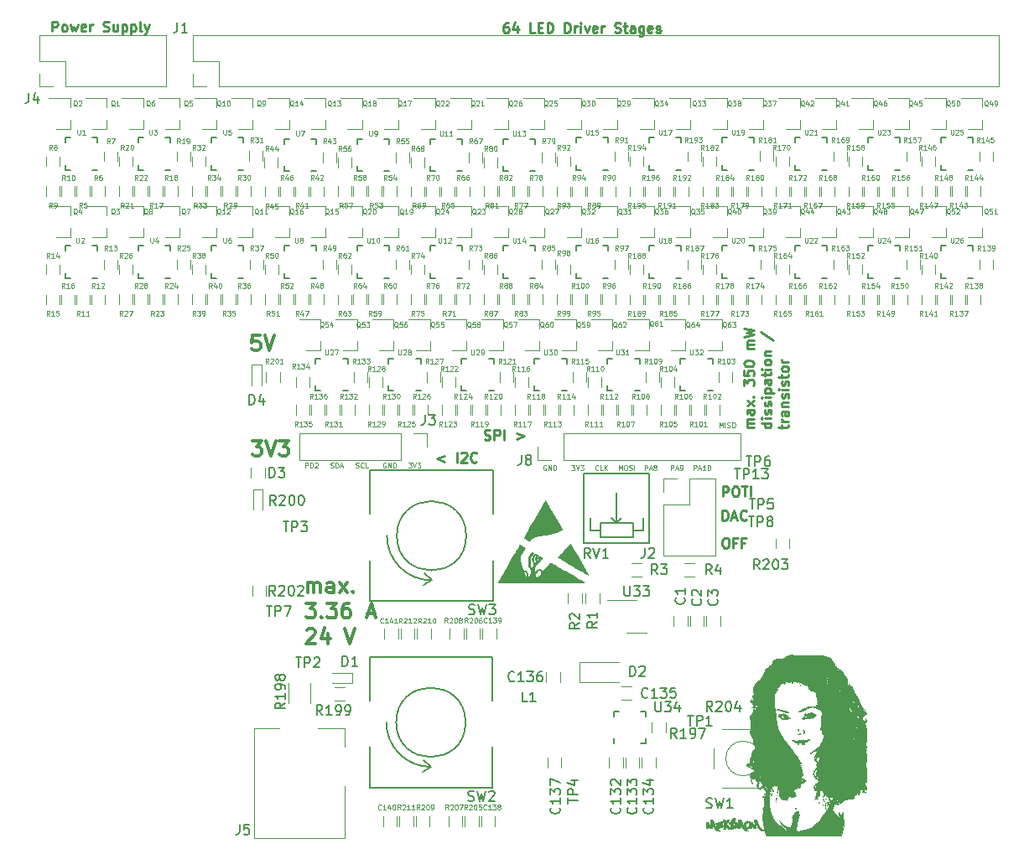
<source format=gbr>
G04 #@! TF.FileFunction,Legend,Top*
%FSLAX46Y46*%
G04 Gerber Fmt 4.6, Leading zero omitted, Abs format (unit mm)*
G04 Created by KiCad (PCBNEW 4.0.7-e2-6376~58~ubuntu17.04.1) date Tue Dec  5 16:04:06 2017*
%MOMM*%
%LPD*%
G01*
G04 APERTURE LIST*
%ADD10C,0.100000*%
%ADD11C,0.250000*%
%ADD12C,0.125000*%
%ADD13C,0.300000*%
%ADD14C,0.010000*%
%ADD15C,0.150000*%
%ADD16C,0.120000*%
G04 APERTURE END LIST*
D10*
D11*
X2778095Y-1087381D02*
X2778095Y-87381D01*
X3159048Y-87381D01*
X3254286Y-135000D01*
X3301905Y-182619D01*
X3349524Y-277857D01*
X3349524Y-420714D01*
X3301905Y-515952D01*
X3254286Y-563571D01*
X3159048Y-611190D01*
X2778095Y-611190D01*
X3920952Y-1087381D02*
X3825714Y-1039762D01*
X3778095Y-992143D01*
X3730476Y-896905D01*
X3730476Y-611190D01*
X3778095Y-515952D01*
X3825714Y-468333D01*
X3920952Y-420714D01*
X4063810Y-420714D01*
X4159048Y-468333D01*
X4206667Y-515952D01*
X4254286Y-611190D01*
X4254286Y-896905D01*
X4206667Y-992143D01*
X4159048Y-1039762D01*
X4063810Y-1087381D01*
X3920952Y-1087381D01*
X4587619Y-420714D02*
X4778095Y-1087381D01*
X4968572Y-611190D01*
X5159048Y-1087381D01*
X5349524Y-420714D01*
X6111429Y-1039762D02*
X6016191Y-1087381D01*
X5825714Y-1087381D01*
X5730476Y-1039762D01*
X5682857Y-944524D01*
X5682857Y-563571D01*
X5730476Y-468333D01*
X5825714Y-420714D01*
X6016191Y-420714D01*
X6111429Y-468333D01*
X6159048Y-563571D01*
X6159048Y-658810D01*
X5682857Y-754048D01*
X6587619Y-1087381D02*
X6587619Y-420714D01*
X6587619Y-611190D02*
X6635238Y-515952D01*
X6682857Y-468333D01*
X6778095Y-420714D01*
X6873334Y-420714D01*
X7920953Y-1039762D02*
X8063810Y-1087381D01*
X8301906Y-1087381D01*
X8397144Y-1039762D01*
X8444763Y-992143D01*
X8492382Y-896905D01*
X8492382Y-801667D01*
X8444763Y-706429D01*
X8397144Y-658810D01*
X8301906Y-611190D01*
X8111429Y-563571D01*
X8016191Y-515952D01*
X7968572Y-468333D01*
X7920953Y-373095D01*
X7920953Y-277857D01*
X7968572Y-182619D01*
X8016191Y-135000D01*
X8111429Y-87381D01*
X8349525Y-87381D01*
X8492382Y-135000D01*
X9349525Y-420714D02*
X9349525Y-1087381D01*
X8920953Y-420714D02*
X8920953Y-944524D01*
X8968572Y-1039762D01*
X9063810Y-1087381D01*
X9206668Y-1087381D01*
X9301906Y-1039762D01*
X9349525Y-992143D01*
X9825715Y-420714D02*
X9825715Y-1420714D01*
X9825715Y-468333D02*
X9920953Y-420714D01*
X10111430Y-420714D01*
X10206668Y-468333D01*
X10254287Y-515952D01*
X10301906Y-611190D01*
X10301906Y-896905D01*
X10254287Y-992143D01*
X10206668Y-1039762D01*
X10111430Y-1087381D01*
X9920953Y-1087381D01*
X9825715Y-1039762D01*
X10730477Y-420714D02*
X10730477Y-1420714D01*
X10730477Y-468333D02*
X10825715Y-420714D01*
X11016192Y-420714D01*
X11111430Y-468333D01*
X11159049Y-515952D01*
X11206668Y-611190D01*
X11206668Y-896905D01*
X11159049Y-992143D01*
X11111430Y-1039762D01*
X11016192Y-1087381D01*
X10825715Y-1087381D01*
X10730477Y-1039762D01*
X11778096Y-1087381D02*
X11682858Y-1039762D01*
X11635239Y-944524D01*
X11635239Y-87381D01*
X12063811Y-420714D02*
X12301906Y-1087381D01*
X12540002Y-420714D02*
X12301906Y-1087381D01*
X12206668Y-1325476D01*
X12159049Y-1373095D01*
X12063811Y-1420714D01*
X48799667Y-214381D02*
X48609190Y-214381D01*
X48513952Y-262000D01*
X48466333Y-309619D01*
X48371095Y-452476D01*
X48323476Y-642952D01*
X48323476Y-1023905D01*
X48371095Y-1119143D01*
X48418714Y-1166762D01*
X48513952Y-1214381D01*
X48704429Y-1214381D01*
X48799667Y-1166762D01*
X48847286Y-1119143D01*
X48894905Y-1023905D01*
X48894905Y-785810D01*
X48847286Y-690571D01*
X48799667Y-642952D01*
X48704429Y-595333D01*
X48513952Y-595333D01*
X48418714Y-642952D01*
X48371095Y-690571D01*
X48323476Y-785810D01*
X49752048Y-547714D02*
X49752048Y-1214381D01*
X49513952Y-166762D02*
X49275857Y-881048D01*
X49894905Y-881048D01*
X51513953Y-1214381D02*
X51037762Y-1214381D01*
X51037762Y-214381D01*
X51847286Y-690571D02*
X52180620Y-690571D01*
X52323477Y-1214381D02*
X51847286Y-1214381D01*
X51847286Y-214381D01*
X52323477Y-214381D01*
X52752048Y-1214381D02*
X52752048Y-214381D01*
X52990143Y-214381D01*
X53133001Y-262000D01*
X53228239Y-357238D01*
X53275858Y-452476D01*
X53323477Y-642952D01*
X53323477Y-785810D01*
X53275858Y-976286D01*
X53228239Y-1071524D01*
X53133001Y-1166762D01*
X52990143Y-1214381D01*
X52752048Y-1214381D01*
X54513953Y-1214381D02*
X54513953Y-214381D01*
X54752048Y-214381D01*
X54894906Y-262000D01*
X54990144Y-357238D01*
X55037763Y-452476D01*
X55085382Y-642952D01*
X55085382Y-785810D01*
X55037763Y-976286D01*
X54990144Y-1071524D01*
X54894906Y-1166762D01*
X54752048Y-1214381D01*
X54513953Y-1214381D01*
X55513953Y-1214381D02*
X55513953Y-547714D01*
X55513953Y-738190D02*
X55561572Y-642952D01*
X55609191Y-595333D01*
X55704429Y-547714D01*
X55799668Y-547714D01*
X56133001Y-1214381D02*
X56133001Y-547714D01*
X56133001Y-214381D02*
X56085382Y-262000D01*
X56133001Y-309619D01*
X56180620Y-262000D01*
X56133001Y-214381D01*
X56133001Y-309619D01*
X56513953Y-547714D02*
X56752048Y-1214381D01*
X56990144Y-547714D01*
X57752049Y-1166762D02*
X57656811Y-1214381D01*
X57466334Y-1214381D01*
X57371096Y-1166762D01*
X57323477Y-1071524D01*
X57323477Y-690571D01*
X57371096Y-595333D01*
X57466334Y-547714D01*
X57656811Y-547714D01*
X57752049Y-595333D01*
X57799668Y-690571D01*
X57799668Y-785810D01*
X57323477Y-881048D01*
X58228239Y-1214381D02*
X58228239Y-547714D01*
X58228239Y-738190D02*
X58275858Y-642952D01*
X58323477Y-595333D01*
X58418715Y-547714D01*
X58513954Y-547714D01*
X59561573Y-1166762D02*
X59704430Y-1214381D01*
X59942526Y-1214381D01*
X60037764Y-1166762D01*
X60085383Y-1119143D01*
X60133002Y-1023905D01*
X60133002Y-928667D01*
X60085383Y-833429D01*
X60037764Y-785810D01*
X59942526Y-738190D01*
X59752049Y-690571D01*
X59656811Y-642952D01*
X59609192Y-595333D01*
X59561573Y-500095D01*
X59561573Y-404857D01*
X59609192Y-309619D01*
X59656811Y-262000D01*
X59752049Y-214381D01*
X59990145Y-214381D01*
X60133002Y-262000D01*
X60418716Y-547714D02*
X60799668Y-547714D01*
X60561573Y-214381D02*
X60561573Y-1071524D01*
X60609192Y-1166762D01*
X60704430Y-1214381D01*
X60799668Y-1214381D01*
X61561574Y-1214381D02*
X61561574Y-690571D01*
X61513955Y-595333D01*
X61418717Y-547714D01*
X61228240Y-547714D01*
X61133002Y-595333D01*
X61561574Y-1166762D02*
X61466336Y-1214381D01*
X61228240Y-1214381D01*
X61133002Y-1166762D01*
X61085383Y-1071524D01*
X61085383Y-976286D01*
X61133002Y-881048D01*
X61228240Y-833429D01*
X61466336Y-833429D01*
X61561574Y-785810D01*
X62466336Y-547714D02*
X62466336Y-1357238D01*
X62418717Y-1452476D01*
X62371098Y-1500095D01*
X62275859Y-1547714D01*
X62133002Y-1547714D01*
X62037764Y-1500095D01*
X62466336Y-1166762D02*
X62371098Y-1214381D01*
X62180621Y-1214381D01*
X62085383Y-1166762D01*
X62037764Y-1119143D01*
X61990145Y-1023905D01*
X61990145Y-738190D01*
X62037764Y-642952D01*
X62085383Y-595333D01*
X62180621Y-547714D01*
X62371098Y-547714D01*
X62466336Y-595333D01*
X63323479Y-1166762D02*
X63228241Y-1214381D01*
X63037764Y-1214381D01*
X62942526Y-1166762D01*
X62894907Y-1071524D01*
X62894907Y-690571D01*
X62942526Y-595333D01*
X63037764Y-547714D01*
X63228241Y-547714D01*
X63323479Y-595333D01*
X63371098Y-690571D01*
X63371098Y-785810D01*
X62894907Y-881048D01*
X63752050Y-1166762D02*
X63847288Y-1214381D01*
X64037764Y-1214381D01*
X64133003Y-1166762D01*
X64180622Y-1071524D01*
X64180622Y-1023905D01*
X64133003Y-928667D01*
X64037764Y-881048D01*
X63894907Y-881048D01*
X63799669Y-833429D01*
X63752050Y-738190D01*
X63752050Y-690571D01*
X63799669Y-595333D01*
X63894907Y-547714D01*
X64037764Y-547714D01*
X64133003Y-595333D01*
X42395200Y-43971714D02*
X41633295Y-44257429D01*
X42395200Y-44543143D01*
X43633295Y-44638381D02*
X43633295Y-43638381D01*
X44061866Y-43733619D02*
X44109485Y-43686000D01*
X44204723Y-43638381D01*
X44442819Y-43638381D01*
X44538057Y-43686000D01*
X44585676Y-43733619D01*
X44633295Y-43828857D01*
X44633295Y-43924095D01*
X44585676Y-44066952D01*
X44014247Y-44638381D01*
X44633295Y-44638381D01*
X45633295Y-44543143D02*
X45585676Y-44590762D01*
X45442819Y-44638381D01*
X45347581Y-44638381D01*
X45204723Y-44590762D01*
X45109485Y-44495524D01*
X45061866Y-44400286D01*
X45014247Y-44209810D01*
X45014247Y-44066952D01*
X45061866Y-43876476D01*
X45109485Y-43781238D01*
X45204723Y-43686000D01*
X45347581Y-43638381D01*
X45442819Y-43638381D01*
X45585676Y-43686000D01*
X45633295Y-43733619D01*
X46411676Y-42304762D02*
X46554533Y-42352381D01*
X46792629Y-42352381D01*
X46887867Y-42304762D01*
X46935486Y-42257143D01*
X46983105Y-42161905D01*
X46983105Y-42066667D01*
X46935486Y-41971429D01*
X46887867Y-41923810D01*
X46792629Y-41876190D01*
X46602152Y-41828571D01*
X46506914Y-41780952D01*
X46459295Y-41733333D01*
X46411676Y-41638095D01*
X46411676Y-41542857D01*
X46459295Y-41447619D01*
X46506914Y-41400000D01*
X46602152Y-41352381D01*
X46840248Y-41352381D01*
X46983105Y-41400000D01*
X47411676Y-42352381D02*
X47411676Y-41352381D01*
X47792629Y-41352381D01*
X47887867Y-41400000D01*
X47935486Y-41447619D01*
X47983105Y-41542857D01*
X47983105Y-41685714D01*
X47935486Y-41780952D01*
X47887867Y-41828571D01*
X47792629Y-41876190D01*
X47411676Y-41876190D01*
X48411676Y-42352381D02*
X48411676Y-41352381D01*
X49649771Y-41685714D02*
X50411676Y-41971429D01*
X49649771Y-42257143D01*
X73600181Y-41077705D02*
X72933514Y-41077705D01*
X73028752Y-41077705D02*
X72981133Y-41030086D01*
X72933514Y-40934848D01*
X72933514Y-40791990D01*
X72981133Y-40696752D01*
X73076371Y-40649133D01*
X73600181Y-40649133D01*
X73076371Y-40649133D02*
X72981133Y-40601514D01*
X72933514Y-40506276D01*
X72933514Y-40363419D01*
X72981133Y-40268181D01*
X73076371Y-40220562D01*
X73600181Y-40220562D01*
X73600181Y-39315800D02*
X73076371Y-39315800D01*
X72981133Y-39363419D01*
X72933514Y-39458657D01*
X72933514Y-39649134D01*
X72981133Y-39744372D01*
X73552562Y-39315800D02*
X73600181Y-39411038D01*
X73600181Y-39649134D01*
X73552562Y-39744372D01*
X73457324Y-39791991D01*
X73362086Y-39791991D01*
X73266848Y-39744372D01*
X73219229Y-39649134D01*
X73219229Y-39411038D01*
X73171610Y-39315800D01*
X73600181Y-38934848D02*
X72933514Y-38411038D01*
X72933514Y-38934848D02*
X73600181Y-38411038D01*
X73504943Y-38030086D02*
X73552562Y-37982467D01*
X73600181Y-38030086D01*
X73552562Y-38077705D01*
X73504943Y-38030086D01*
X73600181Y-38030086D01*
X72600181Y-36887229D02*
X72600181Y-36268181D01*
X72981133Y-36601515D01*
X72981133Y-36458657D01*
X73028752Y-36363419D01*
X73076371Y-36315800D01*
X73171610Y-36268181D01*
X73409705Y-36268181D01*
X73504943Y-36315800D01*
X73552562Y-36363419D01*
X73600181Y-36458657D01*
X73600181Y-36744372D01*
X73552562Y-36839610D01*
X73504943Y-36887229D01*
X72600181Y-35363419D02*
X72600181Y-35839610D01*
X73076371Y-35887229D01*
X73028752Y-35839610D01*
X72981133Y-35744372D01*
X72981133Y-35506276D01*
X73028752Y-35411038D01*
X73076371Y-35363419D01*
X73171610Y-35315800D01*
X73409705Y-35315800D01*
X73504943Y-35363419D01*
X73552562Y-35411038D01*
X73600181Y-35506276D01*
X73600181Y-35744372D01*
X73552562Y-35839610D01*
X73504943Y-35887229D01*
X72600181Y-34696753D02*
X72600181Y-34601514D01*
X72647800Y-34506276D01*
X72695419Y-34458657D01*
X72790657Y-34411038D01*
X72981133Y-34363419D01*
X73219229Y-34363419D01*
X73409705Y-34411038D01*
X73504943Y-34458657D01*
X73552562Y-34506276D01*
X73600181Y-34601514D01*
X73600181Y-34696753D01*
X73552562Y-34791991D01*
X73504943Y-34839610D01*
X73409705Y-34887229D01*
X73219229Y-34934848D01*
X72981133Y-34934848D01*
X72790657Y-34887229D01*
X72695419Y-34839610D01*
X72647800Y-34791991D01*
X72600181Y-34696753D01*
X73600181Y-33172943D02*
X72933514Y-33172943D01*
X73028752Y-33172943D02*
X72981133Y-33125324D01*
X72933514Y-33030086D01*
X72933514Y-32887228D01*
X72981133Y-32791990D01*
X73076371Y-32744371D01*
X73600181Y-32744371D01*
X73076371Y-32744371D02*
X72981133Y-32696752D01*
X72933514Y-32601514D01*
X72933514Y-32458657D01*
X72981133Y-32363419D01*
X73076371Y-32315800D01*
X73600181Y-32315800D01*
X72600181Y-31934848D02*
X73600181Y-31696753D01*
X72885895Y-31506276D01*
X73600181Y-31315800D01*
X72600181Y-31077705D01*
X75350181Y-40649133D02*
X74350181Y-40649133D01*
X75302562Y-40649133D02*
X75350181Y-40744371D01*
X75350181Y-40934848D01*
X75302562Y-41030086D01*
X75254943Y-41077705D01*
X75159705Y-41125324D01*
X74873990Y-41125324D01*
X74778752Y-41077705D01*
X74731133Y-41030086D01*
X74683514Y-40934848D01*
X74683514Y-40744371D01*
X74731133Y-40649133D01*
X75350181Y-40172943D02*
X74683514Y-40172943D01*
X74350181Y-40172943D02*
X74397800Y-40220562D01*
X74445419Y-40172943D01*
X74397800Y-40125324D01*
X74350181Y-40172943D01*
X74445419Y-40172943D01*
X75302562Y-39744372D02*
X75350181Y-39649134D01*
X75350181Y-39458658D01*
X75302562Y-39363419D01*
X75207324Y-39315800D01*
X75159705Y-39315800D01*
X75064467Y-39363419D01*
X75016848Y-39458658D01*
X75016848Y-39601515D01*
X74969229Y-39696753D01*
X74873990Y-39744372D01*
X74826371Y-39744372D01*
X74731133Y-39696753D01*
X74683514Y-39601515D01*
X74683514Y-39458658D01*
X74731133Y-39363419D01*
X75302562Y-38934848D02*
X75350181Y-38839610D01*
X75350181Y-38649134D01*
X75302562Y-38553895D01*
X75207324Y-38506276D01*
X75159705Y-38506276D01*
X75064467Y-38553895D01*
X75016848Y-38649134D01*
X75016848Y-38791991D01*
X74969229Y-38887229D01*
X74873990Y-38934848D01*
X74826371Y-38934848D01*
X74731133Y-38887229D01*
X74683514Y-38791991D01*
X74683514Y-38649134D01*
X74731133Y-38553895D01*
X75350181Y-38077705D02*
X74683514Y-38077705D01*
X74350181Y-38077705D02*
X74397800Y-38125324D01*
X74445419Y-38077705D01*
X74397800Y-38030086D01*
X74350181Y-38077705D01*
X74445419Y-38077705D01*
X74683514Y-37601515D02*
X75683514Y-37601515D01*
X74731133Y-37601515D02*
X74683514Y-37506277D01*
X74683514Y-37315800D01*
X74731133Y-37220562D01*
X74778752Y-37172943D01*
X74873990Y-37125324D01*
X75159705Y-37125324D01*
X75254943Y-37172943D01*
X75302562Y-37220562D01*
X75350181Y-37315800D01*
X75350181Y-37506277D01*
X75302562Y-37601515D01*
X75350181Y-36268181D02*
X74826371Y-36268181D01*
X74731133Y-36315800D01*
X74683514Y-36411038D01*
X74683514Y-36601515D01*
X74731133Y-36696753D01*
X75302562Y-36268181D02*
X75350181Y-36363419D01*
X75350181Y-36601515D01*
X75302562Y-36696753D01*
X75207324Y-36744372D01*
X75112086Y-36744372D01*
X75016848Y-36696753D01*
X74969229Y-36601515D01*
X74969229Y-36363419D01*
X74921610Y-36268181D01*
X74683514Y-35934848D02*
X74683514Y-35553896D01*
X74350181Y-35791991D02*
X75207324Y-35791991D01*
X75302562Y-35744372D01*
X75350181Y-35649134D01*
X75350181Y-35553896D01*
X75350181Y-35220562D02*
X74683514Y-35220562D01*
X74350181Y-35220562D02*
X74397800Y-35268181D01*
X74445419Y-35220562D01*
X74397800Y-35172943D01*
X74350181Y-35220562D01*
X74445419Y-35220562D01*
X75350181Y-34601515D02*
X75302562Y-34696753D01*
X75254943Y-34744372D01*
X75159705Y-34791991D01*
X74873990Y-34791991D01*
X74778752Y-34744372D01*
X74731133Y-34696753D01*
X74683514Y-34601515D01*
X74683514Y-34458657D01*
X74731133Y-34363419D01*
X74778752Y-34315800D01*
X74873990Y-34268181D01*
X75159705Y-34268181D01*
X75254943Y-34315800D01*
X75302562Y-34363419D01*
X75350181Y-34458657D01*
X75350181Y-34601515D01*
X74683514Y-33839610D02*
X75350181Y-33839610D01*
X74778752Y-33839610D02*
X74731133Y-33791991D01*
X74683514Y-33696753D01*
X74683514Y-33553895D01*
X74731133Y-33458657D01*
X74826371Y-33411038D01*
X75350181Y-33411038D01*
X74302562Y-31458657D02*
X75588276Y-32315800D01*
X76433514Y-41220562D02*
X76433514Y-40839610D01*
X76100181Y-41077705D02*
X76957324Y-41077705D01*
X77052562Y-41030086D01*
X77100181Y-40934848D01*
X77100181Y-40839610D01*
X77100181Y-40506276D02*
X76433514Y-40506276D01*
X76623990Y-40506276D02*
X76528752Y-40458657D01*
X76481133Y-40411038D01*
X76433514Y-40315800D01*
X76433514Y-40220561D01*
X77100181Y-39458656D02*
X76576371Y-39458656D01*
X76481133Y-39506275D01*
X76433514Y-39601513D01*
X76433514Y-39791990D01*
X76481133Y-39887228D01*
X77052562Y-39458656D02*
X77100181Y-39553894D01*
X77100181Y-39791990D01*
X77052562Y-39887228D01*
X76957324Y-39934847D01*
X76862086Y-39934847D01*
X76766848Y-39887228D01*
X76719229Y-39791990D01*
X76719229Y-39553894D01*
X76671610Y-39458656D01*
X76433514Y-38982466D02*
X77100181Y-38982466D01*
X76528752Y-38982466D02*
X76481133Y-38934847D01*
X76433514Y-38839609D01*
X76433514Y-38696751D01*
X76481133Y-38601513D01*
X76576371Y-38553894D01*
X77100181Y-38553894D01*
X77052562Y-38125323D02*
X77100181Y-38030085D01*
X77100181Y-37839609D01*
X77052562Y-37744370D01*
X76957324Y-37696751D01*
X76909705Y-37696751D01*
X76814467Y-37744370D01*
X76766848Y-37839609D01*
X76766848Y-37982466D01*
X76719229Y-38077704D01*
X76623990Y-38125323D01*
X76576371Y-38125323D01*
X76481133Y-38077704D01*
X76433514Y-37982466D01*
X76433514Y-37839609D01*
X76481133Y-37744370D01*
X77100181Y-37268180D02*
X76433514Y-37268180D01*
X76100181Y-37268180D02*
X76147800Y-37315799D01*
X76195419Y-37268180D01*
X76147800Y-37220561D01*
X76100181Y-37268180D01*
X76195419Y-37268180D01*
X77052562Y-36839609D02*
X77100181Y-36744371D01*
X77100181Y-36553895D01*
X77052562Y-36458656D01*
X76957324Y-36411037D01*
X76909705Y-36411037D01*
X76814467Y-36458656D01*
X76766848Y-36553895D01*
X76766848Y-36696752D01*
X76719229Y-36791990D01*
X76623990Y-36839609D01*
X76576371Y-36839609D01*
X76481133Y-36791990D01*
X76433514Y-36696752D01*
X76433514Y-36553895D01*
X76481133Y-36458656D01*
X76433514Y-36125323D02*
X76433514Y-35744371D01*
X76100181Y-35982466D02*
X76957324Y-35982466D01*
X77052562Y-35934847D01*
X77100181Y-35839609D01*
X77100181Y-35744371D01*
X77100181Y-35268180D02*
X77052562Y-35363418D01*
X77004943Y-35411037D01*
X76909705Y-35458656D01*
X76623990Y-35458656D01*
X76528752Y-35411037D01*
X76481133Y-35363418D01*
X76433514Y-35268180D01*
X76433514Y-35125322D01*
X76481133Y-35030084D01*
X76528752Y-34982465D01*
X76623990Y-34934846D01*
X76909705Y-34934846D01*
X77004943Y-34982465D01*
X77052562Y-35030084D01*
X77100181Y-35125322D01*
X77100181Y-35268180D01*
X77100181Y-34506275D02*
X76433514Y-34506275D01*
X76623990Y-34506275D02*
X76528752Y-34458656D01*
X76481133Y-34411037D01*
X76433514Y-34315799D01*
X76433514Y-34220560D01*
X70668819Y-52274381D02*
X70859296Y-52274381D01*
X70954534Y-52322000D01*
X71049772Y-52417238D01*
X71097391Y-52607714D01*
X71097391Y-52941048D01*
X71049772Y-53131524D01*
X70954534Y-53226762D01*
X70859296Y-53274381D01*
X70668819Y-53274381D01*
X70573581Y-53226762D01*
X70478343Y-53131524D01*
X70430724Y-52941048D01*
X70430724Y-52607714D01*
X70478343Y-52417238D01*
X70573581Y-52322000D01*
X70668819Y-52274381D01*
X71859296Y-52750571D02*
X71525962Y-52750571D01*
X71525962Y-53274381D02*
X71525962Y-52274381D01*
X72002153Y-52274381D01*
X72716439Y-52750571D02*
X72383105Y-52750571D01*
X72383105Y-53274381D02*
X72383105Y-52274381D01*
X72859296Y-52274381D01*
X70470438Y-48067381D02*
X70470438Y-47067381D01*
X70851391Y-47067381D01*
X70946629Y-47115000D01*
X70994248Y-47162619D01*
X71041867Y-47257857D01*
X71041867Y-47400714D01*
X70994248Y-47495952D01*
X70946629Y-47543571D01*
X70851391Y-47591190D01*
X70470438Y-47591190D01*
X71660914Y-47067381D02*
X71851391Y-47067381D01*
X71946629Y-47115000D01*
X72041867Y-47210238D01*
X72089486Y-47400714D01*
X72089486Y-47734048D01*
X72041867Y-47924524D01*
X71946629Y-48019762D01*
X71851391Y-48067381D01*
X71660914Y-48067381D01*
X71565676Y-48019762D01*
X71470438Y-47924524D01*
X71422819Y-47734048D01*
X71422819Y-47400714D01*
X71470438Y-47210238D01*
X71565676Y-47115000D01*
X71660914Y-47067381D01*
X72375200Y-47067381D02*
X72946629Y-47067381D01*
X72660914Y-48067381D02*
X72660914Y-47067381D01*
X73279962Y-48067381D02*
X73279962Y-47067381D01*
X70430724Y-50480381D02*
X70430724Y-49480381D01*
X70668819Y-49480381D01*
X70811677Y-49528000D01*
X70906915Y-49623238D01*
X70954534Y-49718476D01*
X71002153Y-49908952D01*
X71002153Y-50051810D01*
X70954534Y-50242286D01*
X70906915Y-50337524D01*
X70811677Y-50432762D01*
X70668819Y-50480381D01*
X70430724Y-50480381D01*
X71383105Y-50194667D02*
X71859296Y-50194667D01*
X71287867Y-50480381D02*
X71621200Y-49480381D01*
X71954534Y-50480381D01*
X72859296Y-50385143D02*
X72811677Y-50432762D01*
X72668820Y-50480381D01*
X72573582Y-50480381D01*
X72430724Y-50432762D01*
X72335486Y-50337524D01*
X72287867Y-50242286D01*
X72240248Y-50051810D01*
X72240248Y-49908952D01*
X72287867Y-49718476D01*
X72335486Y-49623238D01*
X72430724Y-49528000D01*
X72573582Y-49480381D01*
X72668820Y-49480381D01*
X72811677Y-49528000D01*
X72859296Y-49575619D01*
D12*
X28330153Y-45174190D02*
X28330153Y-44674190D01*
X28520629Y-44674190D01*
X28568248Y-44698000D01*
X28592057Y-44721810D01*
X28615867Y-44769429D01*
X28615867Y-44840857D01*
X28592057Y-44888476D01*
X28568248Y-44912286D01*
X28520629Y-44936095D01*
X28330153Y-44936095D01*
X28830153Y-45174190D02*
X28830153Y-44674190D01*
X28949200Y-44674190D01*
X29020629Y-44698000D01*
X29068248Y-44745619D01*
X29092057Y-44793238D01*
X29115867Y-44888476D01*
X29115867Y-44959905D01*
X29092057Y-45055143D01*
X29068248Y-45102762D01*
X29020629Y-45150381D01*
X28949200Y-45174190D01*
X28830153Y-45174190D01*
X29306343Y-44721810D02*
X29330153Y-44698000D01*
X29377772Y-44674190D01*
X29496819Y-44674190D01*
X29544438Y-44698000D01*
X29568248Y-44721810D01*
X29592057Y-44769429D01*
X29592057Y-44817048D01*
X29568248Y-44888476D01*
X29282534Y-45174190D01*
X29592057Y-45174190D01*
X30882058Y-45150381D02*
X30953487Y-45174190D01*
X31072534Y-45174190D01*
X31120153Y-45150381D01*
X31143963Y-45126571D01*
X31167772Y-45078952D01*
X31167772Y-45031333D01*
X31143963Y-44983714D01*
X31120153Y-44959905D01*
X31072534Y-44936095D01*
X30977296Y-44912286D01*
X30929677Y-44888476D01*
X30905868Y-44864667D01*
X30882058Y-44817048D01*
X30882058Y-44769429D01*
X30905868Y-44721810D01*
X30929677Y-44698000D01*
X30977296Y-44674190D01*
X31096344Y-44674190D01*
X31167772Y-44698000D01*
X31382058Y-45174190D02*
X31382058Y-44674190D01*
X31501105Y-44674190D01*
X31572534Y-44698000D01*
X31620153Y-44745619D01*
X31643962Y-44793238D01*
X31667772Y-44888476D01*
X31667772Y-44959905D01*
X31643962Y-45055143D01*
X31620153Y-45102762D01*
X31572534Y-45150381D01*
X31501105Y-45174190D01*
X31382058Y-45174190D01*
X31858248Y-45031333D02*
X32096343Y-45031333D01*
X31810629Y-45174190D02*
X31977296Y-44674190D01*
X32143962Y-45174190D01*
X33433962Y-45150381D02*
X33505391Y-45174190D01*
X33624438Y-45174190D01*
X33672057Y-45150381D01*
X33695867Y-45126571D01*
X33719676Y-45078952D01*
X33719676Y-45031333D01*
X33695867Y-44983714D01*
X33672057Y-44959905D01*
X33624438Y-44936095D01*
X33529200Y-44912286D01*
X33481581Y-44888476D01*
X33457772Y-44864667D01*
X33433962Y-44817048D01*
X33433962Y-44769429D01*
X33457772Y-44721810D01*
X33481581Y-44698000D01*
X33529200Y-44674190D01*
X33648248Y-44674190D01*
X33719676Y-44698000D01*
X34219676Y-45126571D02*
X34195866Y-45150381D01*
X34124438Y-45174190D01*
X34076819Y-45174190D01*
X34005390Y-45150381D01*
X33957771Y-45102762D01*
X33933962Y-45055143D01*
X33910152Y-44959905D01*
X33910152Y-44888476D01*
X33933962Y-44793238D01*
X33957771Y-44745619D01*
X34005390Y-44698000D01*
X34076819Y-44674190D01*
X34124438Y-44674190D01*
X34195866Y-44698000D01*
X34219676Y-44721810D01*
X34672057Y-45174190D02*
X34433962Y-45174190D01*
X34433962Y-44674190D01*
X36442247Y-44698000D02*
X36394628Y-44674190D01*
X36323200Y-44674190D01*
X36251771Y-44698000D01*
X36204152Y-44745619D01*
X36180343Y-44793238D01*
X36156533Y-44888476D01*
X36156533Y-44959905D01*
X36180343Y-45055143D01*
X36204152Y-45102762D01*
X36251771Y-45150381D01*
X36323200Y-45174190D01*
X36370819Y-45174190D01*
X36442247Y-45150381D01*
X36466057Y-45126571D01*
X36466057Y-44959905D01*
X36370819Y-44959905D01*
X36680343Y-45174190D02*
X36680343Y-44674190D01*
X36966057Y-45174190D01*
X36966057Y-44674190D01*
X37204153Y-45174190D02*
X37204153Y-44674190D01*
X37323200Y-44674190D01*
X37394629Y-44698000D01*
X37442248Y-44745619D01*
X37466057Y-44793238D01*
X37489867Y-44888476D01*
X37489867Y-44959905D01*
X37466057Y-45055143D01*
X37442248Y-45102762D01*
X37394629Y-45150381D01*
X37323200Y-45174190D01*
X37204153Y-45174190D01*
X38744154Y-44674190D02*
X39053677Y-44674190D01*
X38887011Y-44864667D01*
X38958439Y-44864667D01*
X39006058Y-44888476D01*
X39029868Y-44912286D01*
X39053677Y-44959905D01*
X39053677Y-45078952D01*
X39029868Y-45126571D01*
X39006058Y-45150381D01*
X38958439Y-45174190D01*
X38815582Y-45174190D01*
X38767963Y-45150381D01*
X38744154Y-45126571D01*
X39196534Y-44674190D02*
X39363201Y-45174190D01*
X39529867Y-44674190D01*
X39648915Y-44674190D02*
X39958438Y-44674190D01*
X39791772Y-44864667D01*
X39863200Y-44864667D01*
X39910819Y-44888476D01*
X39934629Y-44912286D01*
X39958438Y-44959905D01*
X39958438Y-45078952D01*
X39934629Y-45126571D01*
X39910819Y-45150381D01*
X39863200Y-45174190D01*
X39720343Y-45174190D01*
X39672724Y-45150381D01*
X39648915Y-45126571D01*
X70124286Y-41110190D02*
X70124286Y-40610190D01*
X70290952Y-40967333D01*
X70457619Y-40610190D01*
X70457619Y-41110190D01*
X70695715Y-41110190D02*
X70695715Y-40610190D01*
X70910000Y-41086381D02*
X70981429Y-41110190D01*
X71100476Y-41110190D01*
X71148095Y-41086381D01*
X71171905Y-41062571D01*
X71195714Y-41014952D01*
X71195714Y-40967333D01*
X71171905Y-40919714D01*
X71148095Y-40895905D01*
X71100476Y-40872095D01*
X71005238Y-40848286D01*
X70957619Y-40824476D01*
X70933810Y-40800667D01*
X70910000Y-40753048D01*
X70910000Y-40705429D01*
X70933810Y-40657810D01*
X70957619Y-40634000D01*
X71005238Y-40610190D01*
X71124286Y-40610190D01*
X71195714Y-40634000D01*
X71505238Y-40610190D02*
X71600476Y-40610190D01*
X71648095Y-40634000D01*
X71695714Y-40681619D01*
X71719523Y-40776857D01*
X71719523Y-40943524D01*
X71695714Y-41038762D01*
X71648095Y-41086381D01*
X71600476Y-41110190D01*
X71505238Y-41110190D01*
X71457619Y-41086381D01*
X71410000Y-41038762D01*
X71386190Y-40943524D01*
X71386190Y-40776857D01*
X71410000Y-40681619D01*
X71457619Y-40634000D01*
X71505238Y-40610190D01*
X67548573Y-45428190D02*
X67548573Y-44928190D01*
X67739049Y-44928190D01*
X67786668Y-44952000D01*
X67810477Y-44975810D01*
X67834287Y-45023429D01*
X67834287Y-45094857D01*
X67810477Y-45142476D01*
X67786668Y-45166286D01*
X67739049Y-45190095D01*
X67548573Y-45190095D01*
X68024763Y-45285333D02*
X68262858Y-45285333D01*
X67977144Y-45428190D02*
X68143811Y-44928190D01*
X68310477Y-45428190D01*
X68739048Y-45428190D02*
X68453334Y-45428190D01*
X68596191Y-45428190D02*
X68596191Y-44928190D01*
X68548572Y-44999619D01*
X68500953Y-45047238D01*
X68453334Y-45071048D01*
X69048572Y-44928190D02*
X69096191Y-44928190D01*
X69143810Y-44952000D01*
X69167619Y-44975810D01*
X69191429Y-45023429D01*
X69215238Y-45118667D01*
X69215238Y-45237714D01*
X69191429Y-45332952D01*
X69167619Y-45380571D01*
X69143810Y-45404381D01*
X69096191Y-45428190D01*
X69048572Y-45428190D01*
X69000953Y-45404381D01*
X68977143Y-45380571D01*
X68953334Y-45332952D01*
X68929524Y-45237714D01*
X68929524Y-45118667D01*
X68953334Y-45023429D01*
X68977143Y-44975810D01*
X69000953Y-44952000D01*
X69048572Y-44928190D01*
X65246668Y-45428190D02*
X65246668Y-44928190D01*
X65437144Y-44928190D01*
X65484763Y-44952000D01*
X65508572Y-44975810D01*
X65532382Y-45023429D01*
X65532382Y-45094857D01*
X65508572Y-45142476D01*
X65484763Y-45166286D01*
X65437144Y-45190095D01*
X65246668Y-45190095D01*
X65722858Y-45285333D02*
X65960953Y-45285333D01*
X65675239Y-45428190D02*
X65841906Y-44928190D01*
X66008572Y-45428190D01*
X66199048Y-45428190D02*
X66294286Y-45428190D01*
X66341905Y-45404381D01*
X66365715Y-45380571D01*
X66413334Y-45309143D01*
X66437143Y-45213905D01*
X66437143Y-45023429D01*
X66413334Y-44975810D01*
X66389524Y-44952000D01*
X66341905Y-44928190D01*
X66246667Y-44928190D01*
X66199048Y-44952000D01*
X66175239Y-44975810D01*
X66151429Y-45023429D01*
X66151429Y-45142476D01*
X66175239Y-45190095D01*
X66199048Y-45213905D01*
X66246667Y-45237714D01*
X66341905Y-45237714D01*
X66389524Y-45213905D01*
X66413334Y-45190095D01*
X66437143Y-45142476D01*
X62579668Y-45428190D02*
X62579668Y-44928190D01*
X62770144Y-44928190D01*
X62817763Y-44952000D01*
X62841572Y-44975810D01*
X62865382Y-45023429D01*
X62865382Y-45094857D01*
X62841572Y-45142476D01*
X62817763Y-45166286D01*
X62770144Y-45190095D01*
X62579668Y-45190095D01*
X63055858Y-45285333D02*
X63293953Y-45285333D01*
X63008239Y-45428190D02*
X63174906Y-44928190D01*
X63341572Y-45428190D01*
X63579667Y-45142476D02*
X63532048Y-45118667D01*
X63508239Y-45094857D01*
X63484429Y-45047238D01*
X63484429Y-45023429D01*
X63508239Y-44975810D01*
X63532048Y-44952000D01*
X63579667Y-44928190D01*
X63674905Y-44928190D01*
X63722524Y-44952000D01*
X63746334Y-44975810D01*
X63770143Y-45023429D01*
X63770143Y-45047238D01*
X63746334Y-45094857D01*
X63722524Y-45118667D01*
X63674905Y-45142476D01*
X63579667Y-45142476D01*
X63532048Y-45166286D01*
X63508239Y-45190095D01*
X63484429Y-45237714D01*
X63484429Y-45332952D01*
X63508239Y-45380571D01*
X63532048Y-45404381D01*
X63579667Y-45428190D01*
X63674905Y-45428190D01*
X63722524Y-45404381D01*
X63746334Y-45380571D01*
X63770143Y-45332952D01*
X63770143Y-45237714D01*
X63746334Y-45190095D01*
X63722524Y-45166286D01*
X63674905Y-45142476D01*
X59964286Y-45428190D02*
X59964286Y-44928190D01*
X60130952Y-45285333D01*
X60297619Y-44928190D01*
X60297619Y-45428190D01*
X60630953Y-44928190D02*
X60726191Y-44928190D01*
X60773810Y-44952000D01*
X60821429Y-44999619D01*
X60845238Y-45094857D01*
X60845238Y-45261524D01*
X60821429Y-45356762D01*
X60773810Y-45404381D01*
X60726191Y-45428190D01*
X60630953Y-45428190D01*
X60583334Y-45404381D01*
X60535715Y-45356762D01*
X60511905Y-45261524D01*
X60511905Y-45094857D01*
X60535715Y-44999619D01*
X60583334Y-44952000D01*
X60630953Y-44928190D01*
X61035715Y-45404381D02*
X61107144Y-45428190D01*
X61226191Y-45428190D01*
X61273810Y-45404381D01*
X61297620Y-45380571D01*
X61321429Y-45332952D01*
X61321429Y-45285333D01*
X61297620Y-45237714D01*
X61273810Y-45213905D01*
X61226191Y-45190095D01*
X61130953Y-45166286D01*
X61083334Y-45142476D01*
X61059525Y-45118667D01*
X61035715Y-45071048D01*
X61035715Y-45023429D01*
X61059525Y-44975810D01*
X61083334Y-44952000D01*
X61130953Y-44928190D01*
X61250001Y-44928190D01*
X61321429Y-44952000D01*
X61535715Y-45428190D02*
X61535715Y-44928190D01*
X57912381Y-45380571D02*
X57888571Y-45404381D01*
X57817143Y-45428190D01*
X57769524Y-45428190D01*
X57698095Y-45404381D01*
X57650476Y-45356762D01*
X57626667Y-45309143D01*
X57602857Y-45213905D01*
X57602857Y-45142476D01*
X57626667Y-45047238D01*
X57650476Y-44999619D01*
X57698095Y-44952000D01*
X57769524Y-44928190D01*
X57817143Y-44928190D01*
X57888571Y-44952000D01*
X57912381Y-44975810D01*
X58364762Y-45428190D02*
X58126667Y-45428190D01*
X58126667Y-44928190D01*
X58531429Y-45428190D02*
X58531429Y-44928190D01*
X58817143Y-45428190D02*
X58602857Y-45142476D01*
X58817143Y-44928190D02*
X58531429Y-45213905D01*
X55177954Y-44928190D02*
X55487477Y-44928190D01*
X55320811Y-45118667D01*
X55392239Y-45118667D01*
X55439858Y-45142476D01*
X55463668Y-45166286D01*
X55487477Y-45213905D01*
X55487477Y-45332952D01*
X55463668Y-45380571D01*
X55439858Y-45404381D01*
X55392239Y-45428190D01*
X55249382Y-45428190D01*
X55201763Y-45404381D01*
X55177954Y-45380571D01*
X55630334Y-44928190D02*
X55797001Y-45428190D01*
X55963667Y-44928190D01*
X56082715Y-44928190D02*
X56392238Y-44928190D01*
X56225572Y-45118667D01*
X56297000Y-45118667D01*
X56344619Y-45142476D01*
X56368429Y-45166286D01*
X56392238Y-45213905D01*
X56392238Y-45332952D01*
X56368429Y-45380571D01*
X56344619Y-45404381D01*
X56297000Y-45428190D01*
X56154143Y-45428190D01*
X56106524Y-45404381D01*
X56082715Y-45380571D01*
X52622047Y-44952000D02*
X52574428Y-44928190D01*
X52503000Y-44928190D01*
X52431571Y-44952000D01*
X52383952Y-44999619D01*
X52360143Y-45047238D01*
X52336333Y-45142476D01*
X52336333Y-45213905D01*
X52360143Y-45309143D01*
X52383952Y-45356762D01*
X52431571Y-45404381D01*
X52503000Y-45428190D01*
X52550619Y-45428190D01*
X52622047Y-45404381D01*
X52645857Y-45380571D01*
X52645857Y-45213905D01*
X52550619Y-45213905D01*
X52860143Y-45428190D02*
X52860143Y-44928190D01*
X53145857Y-45428190D01*
X53145857Y-44928190D01*
X53383953Y-45428190D02*
X53383953Y-44928190D01*
X53503000Y-44928190D01*
X53574429Y-44952000D01*
X53622048Y-44999619D01*
X53645857Y-45047238D01*
X53669667Y-45142476D01*
X53669667Y-45213905D01*
X53645857Y-45309143D01*
X53622048Y-45356762D01*
X53574429Y-45404381D01*
X53503000Y-45428190D01*
X53383953Y-45428190D01*
D13*
X28544343Y-57808571D02*
X28544343Y-56808571D01*
X28544343Y-56951429D02*
X28615771Y-56880000D01*
X28758629Y-56808571D01*
X28972914Y-56808571D01*
X29115771Y-56880000D01*
X29187200Y-57022857D01*
X29187200Y-57808571D01*
X29187200Y-57022857D02*
X29258629Y-56880000D01*
X29401486Y-56808571D01*
X29615771Y-56808571D01*
X29758629Y-56880000D01*
X29830057Y-57022857D01*
X29830057Y-57808571D01*
X31187200Y-57808571D02*
X31187200Y-57022857D01*
X31115771Y-56880000D01*
X30972914Y-56808571D01*
X30687200Y-56808571D01*
X30544343Y-56880000D01*
X31187200Y-57737143D02*
X31044343Y-57808571D01*
X30687200Y-57808571D01*
X30544343Y-57737143D01*
X30472914Y-57594286D01*
X30472914Y-57451429D01*
X30544343Y-57308571D01*
X30687200Y-57237143D01*
X31044343Y-57237143D01*
X31187200Y-57165714D01*
X31758629Y-57808571D02*
X32544343Y-56808571D01*
X31758629Y-56808571D02*
X32544343Y-57808571D01*
X33115772Y-57665714D02*
X33187200Y-57737143D01*
X33115772Y-57808571D01*
X33044343Y-57737143D01*
X33115772Y-57665714D01*
X33115772Y-57808571D01*
X28401486Y-58858571D02*
X29330057Y-58858571D01*
X28830057Y-59430000D01*
X29044343Y-59430000D01*
X29187200Y-59501429D01*
X29258629Y-59572857D01*
X29330057Y-59715714D01*
X29330057Y-60072857D01*
X29258629Y-60215714D01*
X29187200Y-60287143D01*
X29044343Y-60358571D01*
X28615771Y-60358571D01*
X28472914Y-60287143D01*
X28401486Y-60215714D01*
X29972914Y-60215714D02*
X30044342Y-60287143D01*
X29972914Y-60358571D01*
X29901485Y-60287143D01*
X29972914Y-60215714D01*
X29972914Y-60358571D01*
X30544343Y-58858571D02*
X31472914Y-58858571D01*
X30972914Y-59430000D01*
X31187200Y-59430000D01*
X31330057Y-59501429D01*
X31401486Y-59572857D01*
X31472914Y-59715714D01*
X31472914Y-60072857D01*
X31401486Y-60215714D01*
X31330057Y-60287143D01*
X31187200Y-60358571D01*
X30758628Y-60358571D01*
X30615771Y-60287143D01*
X30544343Y-60215714D01*
X32758628Y-58858571D02*
X32472914Y-58858571D01*
X32330057Y-58930000D01*
X32258628Y-59001429D01*
X32115771Y-59215714D01*
X32044342Y-59501429D01*
X32044342Y-60072857D01*
X32115771Y-60215714D01*
X32187199Y-60287143D01*
X32330057Y-60358571D01*
X32615771Y-60358571D01*
X32758628Y-60287143D01*
X32830057Y-60215714D01*
X32901485Y-60072857D01*
X32901485Y-59715714D01*
X32830057Y-59572857D01*
X32758628Y-59501429D01*
X32615771Y-59430000D01*
X32330057Y-59430000D01*
X32187199Y-59501429D01*
X32115771Y-59572857D01*
X32044342Y-59715714D01*
X34615770Y-59930000D02*
X35330056Y-59930000D01*
X34472913Y-60358571D02*
X34972913Y-58858571D01*
X35472913Y-60358571D01*
X28472914Y-61551429D02*
X28544343Y-61480000D01*
X28687200Y-61408571D01*
X29044343Y-61408571D01*
X29187200Y-61480000D01*
X29258629Y-61551429D01*
X29330057Y-61694286D01*
X29330057Y-61837143D01*
X29258629Y-62051429D01*
X28401486Y-62908571D01*
X29330057Y-62908571D01*
X30615771Y-61908571D02*
X30615771Y-62908571D01*
X30258628Y-61337143D02*
X29901485Y-62408571D01*
X30830057Y-62408571D01*
X32330056Y-61408571D02*
X32830056Y-62908571D01*
X33330056Y-61408571D01*
X22991286Y-42475571D02*
X23919857Y-42475571D01*
X23419857Y-43047000D01*
X23634143Y-43047000D01*
X23777000Y-43118429D01*
X23848429Y-43189857D01*
X23919857Y-43332714D01*
X23919857Y-43689857D01*
X23848429Y-43832714D01*
X23777000Y-43904143D01*
X23634143Y-43975571D01*
X23205571Y-43975571D01*
X23062714Y-43904143D01*
X22991286Y-43832714D01*
X24348428Y-42475571D02*
X24848428Y-43975571D01*
X25348428Y-42475571D01*
X25705571Y-42475571D02*
X26634142Y-42475571D01*
X26134142Y-43047000D01*
X26348428Y-43047000D01*
X26491285Y-43118429D01*
X26562714Y-43189857D01*
X26634142Y-43332714D01*
X26634142Y-43689857D01*
X26562714Y-43832714D01*
X26491285Y-43904143D01*
X26348428Y-43975571D01*
X25919856Y-43975571D01*
X25776999Y-43904143D01*
X25705571Y-43832714D01*
X23721429Y-31807571D02*
X23007143Y-31807571D01*
X22935714Y-32521857D01*
X23007143Y-32450429D01*
X23150000Y-32379000D01*
X23507143Y-32379000D01*
X23650000Y-32450429D01*
X23721429Y-32521857D01*
X23792857Y-32664714D01*
X23792857Y-33021857D01*
X23721429Y-33164714D01*
X23650000Y-33236143D01*
X23507143Y-33307571D01*
X23150000Y-33307571D01*
X23007143Y-33236143D01*
X22935714Y-33164714D01*
X24221428Y-31807571D02*
X24721428Y-33307571D01*
X25221428Y-31807571D01*
D14*
G36*
X49964705Y-52999352D02*
X49989678Y-53011089D01*
X50026746Y-53030044D01*
X50073185Y-53054694D01*
X50126273Y-53083520D01*
X50183286Y-53115002D01*
X50241502Y-53147617D01*
X50298196Y-53179847D01*
X50350647Y-53210169D01*
X50396132Y-53237064D01*
X50431926Y-53259011D01*
X50455308Y-53274489D01*
X50461831Y-53279637D01*
X50464726Y-53285997D01*
X50463129Y-53297330D01*
X50456052Y-53315557D01*
X50442507Y-53342595D01*
X50421508Y-53380362D01*
X50392068Y-53430779D01*
X50353198Y-53495762D01*
X50335690Y-53524774D01*
X50290548Y-53598882D01*
X50241565Y-53678322D01*
X50191913Y-53758014D01*
X50144766Y-53832879D01*
X50103296Y-53897837D01*
X50086108Y-53924360D01*
X50040079Y-53996775D01*
X50004113Y-54057367D01*
X49978966Y-54104787D01*
X49965395Y-54137687D01*
X49964426Y-54141199D01*
X49957257Y-54188249D01*
X49957077Y-54245965D01*
X49964097Y-54316187D01*
X49978531Y-54400752D01*
X50000591Y-54501499D01*
X50010945Y-54544120D01*
X50028106Y-54614459D01*
X50047942Y-54697828D01*
X50068856Y-54787390D01*
X50089253Y-54876308D01*
X50107536Y-54957745D01*
X50108186Y-54960680D01*
X50136136Y-55082972D01*
X50162013Y-55186890D01*
X50186454Y-55274197D01*
X50210093Y-55346656D01*
X50233568Y-55406033D01*
X50257512Y-55454091D01*
X50282563Y-55492593D01*
X50309356Y-55523304D01*
X50311826Y-55525700D01*
X50331678Y-55542565D01*
X50350580Y-55550684D01*
X50376550Y-55552364D01*
X50400203Y-55551153D01*
X50460704Y-55547352D01*
X50504706Y-55545728D01*
X50535963Y-55546808D01*
X50558229Y-55551121D01*
X50575259Y-55559192D01*
X50590806Y-55571551D01*
X50598727Y-55579047D01*
X50620817Y-55604059D01*
X50641070Y-55635518D01*
X50660537Y-55675986D01*
X50680267Y-55728021D01*
X50701309Y-55794185D01*
X50724715Y-55877039D01*
X50731950Y-55904013D01*
X50756903Y-55995509D01*
X50778449Y-56068773D01*
X50797290Y-56125476D01*
X50814129Y-56167285D01*
X50829666Y-56195870D01*
X50844604Y-56212901D01*
X50859644Y-56220045D01*
X50865031Y-56220520D01*
X50884476Y-56211549D01*
X50909305Y-56186728D01*
X50937665Y-56149195D01*
X50967702Y-56102086D01*
X50997564Y-56048539D01*
X51023357Y-55995854D01*
X51520581Y-55995854D01*
X51522679Y-56071252D01*
X51540621Y-56140973D01*
X51573721Y-56201343D01*
X51591706Y-56222740D01*
X51615331Y-56246215D01*
X51633599Y-56257802D01*
X51654677Y-56260779D01*
X51681792Y-56258903D01*
X51727016Y-56249035D01*
X51773939Y-56226470D01*
X51791326Y-56215564D01*
X51828989Y-56187255D01*
X51874529Y-56147669D01*
X51923216Y-56101468D01*
X51970322Y-56053310D01*
X52011117Y-56007858D01*
X52040872Y-55969770D01*
X52041123Y-55969406D01*
X52083424Y-55895147D01*
X52108671Y-55821978D01*
X52117218Y-55751899D01*
X52109419Y-55686908D01*
X52085627Y-55629007D01*
X52046195Y-55580194D01*
X51991477Y-55542469D01*
X51963478Y-55530207D01*
X51907981Y-55519370D01*
X51853555Y-55528803D01*
X51813097Y-55549489D01*
X51779445Y-55577061D01*
X51739376Y-55618103D01*
X51695924Y-55668590D01*
X51652120Y-55724501D01*
X51610999Y-55781810D01*
X51575591Y-55836495D01*
X51548930Y-55884531D01*
X51535010Y-55918449D01*
X51520581Y-55995854D01*
X51023357Y-55995854D01*
X51025396Y-55991691D01*
X51049345Y-55934679D01*
X51067557Y-55880642D01*
X51069113Y-55875080D01*
X51081267Y-55811882D01*
X51087719Y-55736800D01*
X51088554Y-55656582D01*
X51083859Y-55577975D01*
X51073718Y-55507729D01*
X51063953Y-55468802D01*
X51042546Y-55406245D01*
X51020556Y-55356985D01*
X50994025Y-55314284D01*
X50958994Y-55271401D01*
X50929586Y-55240026D01*
X50898307Y-55205961D01*
X50871852Y-55173878D01*
X50854096Y-55148632D01*
X50849629Y-55139926D01*
X50845454Y-55119998D01*
X50843816Y-55087363D01*
X50844719Y-55039807D01*
X50848169Y-54975111D01*
X50850054Y-54946939D01*
X50853893Y-54880094D01*
X50855956Y-54812388D01*
X50856234Y-54739506D01*
X50854717Y-54657134D01*
X50851396Y-54560955D01*
X50849104Y-54507417D01*
X50845472Y-54425231D01*
X50842871Y-54360705D01*
X50841365Y-54311203D01*
X50841017Y-54274086D01*
X50841889Y-54246718D01*
X50844044Y-54226462D01*
X50847546Y-54210681D01*
X50852458Y-54196738D01*
X50856763Y-54186673D01*
X50877793Y-54145559D01*
X50909156Y-54092536D01*
X50948257Y-54031369D01*
X50992498Y-53965825D01*
X51039283Y-53899669D01*
X51086014Y-53836666D01*
X51130095Y-53780584D01*
X51165456Y-53739026D01*
X51199600Y-53701012D01*
X51283333Y-53749186D01*
X51319415Y-53770472D01*
X51347711Y-53788171D01*
X51364358Y-53799810D01*
X51367153Y-53802789D01*
X51359425Y-53811129D01*
X51340558Y-53823972D01*
X51339088Y-53824848D01*
X51321540Y-53839277D01*
X51295262Y-53865829D01*
X51263970Y-53900567D01*
X51234948Y-53935140D01*
X51196449Y-53982347D01*
X51154425Y-54033480D01*
X51115094Y-54080991D01*
X51094878Y-54105211D01*
X51065024Y-54141977D01*
X51038592Y-54176630D01*
X51019551Y-54203874D01*
X51014071Y-54213009D01*
X51003370Y-54247854D01*
X50998662Y-54298629D01*
X50999929Y-54361853D01*
X51007150Y-54434044D01*
X51015553Y-54487030D01*
X51029944Y-54608884D01*
X51027169Y-54726645D01*
X51011480Y-54827602D01*
X50996317Y-54918408D01*
X50992319Y-54997409D01*
X50999412Y-55069726D01*
X51007379Y-55106082D01*
X51029575Y-55175366D01*
X51055491Y-55227217D01*
X51084531Y-55260764D01*
X51116099Y-55275137D01*
X51123429Y-55275640D01*
X51155312Y-55267709D01*
X51193884Y-55246116D01*
X51234642Y-55214157D01*
X51273084Y-55175132D01*
X51290642Y-55153171D01*
X51332216Y-55085445D01*
X51356797Y-55016045D01*
X51366008Y-54939383D01*
X51365325Y-54895984D01*
X51363040Y-54862644D01*
X51359161Y-54834307D01*
X51352274Y-54806506D01*
X51340964Y-54774775D01*
X51323819Y-54734646D01*
X51299423Y-54681652D01*
X51293434Y-54668870D01*
X51257804Y-54590988D01*
X51231229Y-54527781D01*
X51212785Y-54476222D01*
X51201548Y-54433284D01*
X51199327Y-54416537D01*
X51343198Y-54416537D01*
X51347271Y-54495004D01*
X51358949Y-54573465D01*
X51377444Y-54647964D01*
X51401963Y-54714545D01*
X51431716Y-54769251D01*
X51465912Y-54808125D01*
X51467826Y-54809663D01*
X51496186Y-54825360D01*
X51520566Y-54823078D01*
X51543017Y-54801995D01*
X51560140Y-54772720D01*
X51579397Y-54713558D01*
X51586126Y-54639408D01*
X51580352Y-54551260D01*
X51562098Y-54450106D01*
X51551557Y-54407180D01*
X51535321Y-54344104D01*
X51524889Y-54296744D01*
X51520838Y-54261179D01*
X51523747Y-54233489D01*
X51534192Y-54209753D01*
X51552751Y-54186051D01*
X51580000Y-54158462D01*
X51589538Y-54149244D01*
X51620840Y-54117456D01*
X51646499Y-54088418D01*
X51662779Y-54066496D01*
X51666262Y-54059487D01*
X51665915Y-54030596D01*
X51652490Y-53998934D01*
X51630183Y-53972430D01*
X51614987Y-53962617D01*
X51584725Y-53959407D01*
X51550309Y-53973516D01*
X51513470Y-54002814D01*
X51475937Y-54045169D01*
X51439441Y-54098452D01*
X51405710Y-54160531D01*
X51376476Y-54229276D01*
X51361036Y-54275411D01*
X51347523Y-54342020D01*
X51343198Y-54416537D01*
X51199327Y-54416537D01*
X51196594Y-54395941D01*
X51196999Y-54361165D01*
X51197581Y-54354828D01*
X51207852Y-54306213D01*
X51228967Y-54245531D01*
X51259165Y-54176652D01*
X51296684Y-54103448D01*
X51339761Y-54029789D01*
X51359551Y-53998946D01*
X51387309Y-53955809D01*
X51411092Y-53916779D01*
X51428458Y-53886008D01*
X51436961Y-53867650D01*
X51437123Y-53867085D01*
X51440056Y-53858678D01*
X51445158Y-53854298D01*
X51454974Y-53854962D01*
X51472050Y-53861684D01*
X51498930Y-53875480D01*
X51538160Y-53897366D01*
X51592284Y-53928357D01*
X51595919Y-53930447D01*
X51647699Y-53960290D01*
X51694806Y-53987576D01*
X51733781Y-54010291D01*
X51761164Y-54026419D01*
X51771975Y-54032958D01*
X51795710Y-54047895D01*
X51762580Y-54065663D01*
X51724785Y-54096997D01*
X51694942Y-54144734D01*
X51673836Y-54206265D01*
X51662251Y-54278980D01*
X51660971Y-54360268D01*
X51663575Y-54395158D01*
X51671795Y-54442873D01*
X51685774Y-54489899D01*
X51703456Y-54531468D01*
X51722785Y-54562810D01*
X51741702Y-54579155D01*
X51743140Y-54579673D01*
X51769132Y-54578856D01*
X51799981Y-54565523D01*
X51828458Y-54543491D01*
X51841277Y-54527867D01*
X51855897Y-54488104D01*
X51855612Y-54439773D01*
X51840736Y-54387770D01*
X51830937Y-54367346D01*
X51809558Y-54314850D01*
X51806690Y-54268848D01*
X51822705Y-54226680D01*
X51855974Y-54187534D01*
X51876021Y-54165656D01*
X51882564Y-54146628D01*
X51880365Y-54127767D01*
X51877184Y-54106521D01*
X51878711Y-54097106D01*
X51878926Y-54097080D01*
X51889359Y-54101947D01*
X51913764Y-54115203D01*
X51948665Y-54134826D01*
X51990582Y-54158793D01*
X52036037Y-54185083D01*
X52081554Y-54211676D01*
X52123653Y-54236548D01*
X52158856Y-54257680D01*
X52183685Y-54273048D01*
X52194568Y-54280537D01*
X52195671Y-54293839D01*
X52183144Y-54318761D01*
X52156716Y-54355635D01*
X52116118Y-54404792D01*
X52061080Y-54466566D01*
X51991332Y-54541286D01*
X51932304Y-54602823D01*
X51830793Y-54709059D01*
X51743618Y-54803478D01*
X51669734Y-54887547D01*
X51608101Y-54962734D01*
X51557675Y-55030505D01*
X51517415Y-55092327D01*
X51486279Y-55149669D01*
X51463224Y-55203996D01*
X51447207Y-55256775D01*
X51439031Y-55297187D01*
X51434684Y-55330165D01*
X51429471Y-55379246D01*
X51423722Y-55440251D01*
X51417770Y-55508998D01*
X51411946Y-55581306D01*
X51406579Y-55652995D01*
X51402003Y-55719884D01*
X51398547Y-55777792D01*
X51396544Y-55822538D01*
X51396196Y-55837949D01*
X51397945Y-55881302D01*
X51404534Y-55906337D01*
X51416389Y-55912916D01*
X51433933Y-55900898D01*
X51457589Y-55870143D01*
X51487781Y-55820513D01*
X51496561Y-55804846D01*
X51556618Y-55702472D01*
X51613565Y-55618564D01*
X51668580Y-55551727D01*
X51722840Y-55500565D01*
X51777523Y-55463681D01*
X51789742Y-55457337D01*
X51823813Y-55441359D01*
X51850479Y-55432227D01*
X51877480Y-55428548D01*
X51912554Y-55428929D01*
X51939202Y-55430433D01*
X51995569Y-55436274D01*
X52039615Y-55446864D01*
X52074393Y-55461549D01*
X52106881Y-55479269D01*
X52130426Y-55496765D01*
X52149872Y-55519184D01*
X52170058Y-55551671D01*
X52185120Y-55579218D01*
X52199027Y-55604639D01*
X52211513Y-55623644D01*
X52224139Y-55635264D01*
X52238471Y-55638527D01*
X52256072Y-55632462D01*
X52278506Y-55616100D01*
X52307337Y-55588469D01*
X52344128Y-55548599D01*
X52390444Y-55495518D01*
X52447848Y-55428257D01*
X52469614Y-55402640D01*
X52560167Y-55297244D01*
X52641225Y-55205635D01*
X52715285Y-55125193D01*
X52784842Y-55053298D01*
X52852392Y-54987333D01*
X52920433Y-54924677D01*
X52950594Y-54897984D01*
X52997609Y-54857158D01*
X53032096Y-54828284D01*
X53056586Y-54809677D01*
X53073611Y-54799647D01*
X53085705Y-54796507D01*
X53095398Y-54798570D01*
X53097914Y-54799791D01*
X53109071Y-54806107D01*
X53136851Y-54822027D01*
X53180280Y-54846988D01*
X53238385Y-54880430D01*
X53310194Y-54921792D01*
X53394733Y-54970512D01*
X53491030Y-55026030D01*
X53598112Y-55087785D01*
X53715005Y-55155215D01*
X53840737Y-55227760D01*
X53974335Y-55304858D01*
X54114826Y-55385949D01*
X54261236Y-55470471D01*
X54412594Y-55557863D01*
X54466040Y-55588725D01*
X54624876Y-55680446D01*
X54782787Y-55771628D01*
X54938488Y-55861529D01*
X55090695Y-55949408D01*
X55238124Y-56034524D01*
X55379491Y-56116135D01*
X55513511Y-56193501D01*
X55638900Y-56265880D01*
X55754375Y-56332531D01*
X55858650Y-56392711D01*
X55950441Y-56445681D01*
X56028465Y-56490698D01*
X56091437Y-56527022D01*
X56137360Y-56553500D01*
X56211281Y-56596145D01*
X56279532Y-56635597D01*
X56340139Y-56670708D01*
X56391128Y-56700332D01*
X56430525Y-56723320D01*
X56456354Y-56738527D01*
X56466642Y-56744804D01*
X56466713Y-56744863D01*
X56456953Y-56745134D01*
X56427531Y-56745400D01*
X56379103Y-56745661D01*
X56312327Y-56745916D01*
X56227860Y-56746165D01*
X56126360Y-56746406D01*
X56008483Y-56746639D01*
X55874887Y-56746865D01*
X55726230Y-56747081D01*
X55563167Y-56747288D01*
X55386358Y-56747484D01*
X55196459Y-56747670D01*
X54994127Y-56747844D01*
X54780019Y-56748007D01*
X54554794Y-56748156D01*
X54319108Y-56748293D01*
X54073618Y-56748416D01*
X53818982Y-56748524D01*
X53555856Y-56748618D01*
X53284899Y-56748696D01*
X53006768Y-56748758D01*
X52722120Y-56748802D01*
X52431611Y-56748830D01*
X52135900Y-56748839D01*
X52130933Y-56748840D01*
X51835099Y-56748829D01*
X51544439Y-56748798D01*
X51259611Y-56748748D01*
X50981272Y-56748679D01*
X50710082Y-56748591D01*
X50446698Y-56748486D01*
X50191779Y-56748364D01*
X49945981Y-56748226D01*
X49709965Y-56748073D01*
X49484387Y-56747904D01*
X49269906Y-56747721D01*
X49067180Y-56747525D01*
X48876868Y-56747316D01*
X48699626Y-56747095D01*
X48536114Y-56746862D01*
X48386990Y-56746618D01*
X48252911Y-56746365D01*
X48134536Y-56746102D01*
X48032523Y-56745830D01*
X47947530Y-56745550D01*
X47880215Y-56745263D01*
X47831237Y-56744969D01*
X47801253Y-56744669D01*
X47790922Y-56744364D01*
X47790920Y-56744360D01*
X47795912Y-56735219D01*
X47810536Y-56709404D01*
X47834261Y-56667839D01*
X47866556Y-56611445D01*
X47906889Y-56541145D01*
X47954731Y-56457863D01*
X48009550Y-56362520D01*
X48070815Y-56256039D01*
X48137996Y-56139343D01*
X48210562Y-56013354D01*
X48287982Y-55878996D01*
X48369725Y-55737191D01*
X48398258Y-55687709D01*
X50341764Y-55687709D01*
X50343267Y-55710953D01*
X50355513Y-55774606D01*
X50382632Y-55848954D01*
X50423702Y-55931907D01*
X50477803Y-56021374D01*
X50484630Y-56031703D01*
X50535261Y-56103336D01*
X50579460Y-56156357D01*
X50617827Y-56191215D01*
X50650962Y-56208363D01*
X50679465Y-56208252D01*
X50701034Y-56194394D01*
X50713665Y-56168330D01*
X50716248Y-56125331D01*
X50708760Y-56065238D01*
X50691179Y-55987894D01*
X50663482Y-55893143D01*
X50654387Y-55864920D01*
X50628044Y-55790184D01*
X50602939Y-55733163D01*
X50576995Y-55691521D01*
X50548132Y-55662925D01*
X50514272Y-55645042D01*
X50473337Y-55635536D01*
X50447919Y-55633088D01*
X50405518Y-55632808D01*
X50372717Y-55637261D01*
X50361628Y-55641277D01*
X50348673Y-55650466D01*
X50342580Y-55663938D01*
X50341764Y-55687709D01*
X48398258Y-55687709D01*
X48455260Y-55588860D01*
X48544056Y-55434928D01*
X48625366Y-55294020D01*
X48721210Y-55127947D01*
X48817048Y-54961882D01*
X48912123Y-54797136D01*
X49005678Y-54635021D01*
X49096954Y-54476851D01*
X49185195Y-54323938D01*
X49269644Y-54177595D01*
X49349542Y-54039134D01*
X49424132Y-53909867D01*
X49492657Y-53791108D01*
X49554360Y-53684169D01*
X49608483Y-53590362D01*
X49654268Y-53511000D01*
X49690959Y-53447396D01*
X49703000Y-53426520D01*
X49751898Y-53341862D01*
X49797855Y-53262529D01*
X49839847Y-53190271D01*
X49876852Y-53126841D01*
X49907844Y-53073987D01*
X49931800Y-53033460D01*
X49947697Y-53007012D01*
X49954511Y-52996393D01*
X49954549Y-52996352D01*
X49964705Y-52999352D01*
X49964705Y-52999352D01*
G37*
X49964705Y-52999352D02*
X49989678Y-53011089D01*
X50026746Y-53030044D01*
X50073185Y-53054694D01*
X50126273Y-53083520D01*
X50183286Y-53115002D01*
X50241502Y-53147617D01*
X50298196Y-53179847D01*
X50350647Y-53210169D01*
X50396132Y-53237064D01*
X50431926Y-53259011D01*
X50455308Y-53274489D01*
X50461831Y-53279637D01*
X50464726Y-53285997D01*
X50463129Y-53297330D01*
X50456052Y-53315557D01*
X50442507Y-53342595D01*
X50421508Y-53380362D01*
X50392068Y-53430779D01*
X50353198Y-53495762D01*
X50335690Y-53524774D01*
X50290548Y-53598882D01*
X50241565Y-53678322D01*
X50191913Y-53758014D01*
X50144766Y-53832879D01*
X50103296Y-53897837D01*
X50086108Y-53924360D01*
X50040079Y-53996775D01*
X50004113Y-54057367D01*
X49978966Y-54104787D01*
X49965395Y-54137687D01*
X49964426Y-54141199D01*
X49957257Y-54188249D01*
X49957077Y-54245965D01*
X49964097Y-54316187D01*
X49978531Y-54400752D01*
X50000591Y-54501499D01*
X50010945Y-54544120D01*
X50028106Y-54614459D01*
X50047942Y-54697828D01*
X50068856Y-54787390D01*
X50089253Y-54876308D01*
X50107536Y-54957745D01*
X50108186Y-54960680D01*
X50136136Y-55082972D01*
X50162013Y-55186890D01*
X50186454Y-55274197D01*
X50210093Y-55346656D01*
X50233568Y-55406033D01*
X50257512Y-55454091D01*
X50282563Y-55492593D01*
X50309356Y-55523304D01*
X50311826Y-55525700D01*
X50331678Y-55542565D01*
X50350580Y-55550684D01*
X50376550Y-55552364D01*
X50400203Y-55551153D01*
X50460704Y-55547352D01*
X50504706Y-55545728D01*
X50535963Y-55546808D01*
X50558229Y-55551121D01*
X50575259Y-55559192D01*
X50590806Y-55571551D01*
X50598727Y-55579047D01*
X50620817Y-55604059D01*
X50641070Y-55635518D01*
X50660537Y-55675986D01*
X50680267Y-55728021D01*
X50701309Y-55794185D01*
X50724715Y-55877039D01*
X50731950Y-55904013D01*
X50756903Y-55995509D01*
X50778449Y-56068773D01*
X50797290Y-56125476D01*
X50814129Y-56167285D01*
X50829666Y-56195870D01*
X50844604Y-56212901D01*
X50859644Y-56220045D01*
X50865031Y-56220520D01*
X50884476Y-56211549D01*
X50909305Y-56186728D01*
X50937665Y-56149195D01*
X50967702Y-56102086D01*
X50997564Y-56048539D01*
X51023357Y-55995854D01*
X51520581Y-55995854D01*
X51522679Y-56071252D01*
X51540621Y-56140973D01*
X51573721Y-56201343D01*
X51591706Y-56222740D01*
X51615331Y-56246215D01*
X51633599Y-56257802D01*
X51654677Y-56260779D01*
X51681792Y-56258903D01*
X51727016Y-56249035D01*
X51773939Y-56226470D01*
X51791326Y-56215564D01*
X51828989Y-56187255D01*
X51874529Y-56147669D01*
X51923216Y-56101468D01*
X51970322Y-56053310D01*
X52011117Y-56007858D01*
X52040872Y-55969770D01*
X52041123Y-55969406D01*
X52083424Y-55895147D01*
X52108671Y-55821978D01*
X52117218Y-55751899D01*
X52109419Y-55686908D01*
X52085627Y-55629007D01*
X52046195Y-55580194D01*
X51991477Y-55542469D01*
X51963478Y-55530207D01*
X51907981Y-55519370D01*
X51853555Y-55528803D01*
X51813097Y-55549489D01*
X51779445Y-55577061D01*
X51739376Y-55618103D01*
X51695924Y-55668590D01*
X51652120Y-55724501D01*
X51610999Y-55781810D01*
X51575591Y-55836495D01*
X51548930Y-55884531D01*
X51535010Y-55918449D01*
X51520581Y-55995854D01*
X51023357Y-55995854D01*
X51025396Y-55991691D01*
X51049345Y-55934679D01*
X51067557Y-55880642D01*
X51069113Y-55875080D01*
X51081267Y-55811882D01*
X51087719Y-55736800D01*
X51088554Y-55656582D01*
X51083859Y-55577975D01*
X51073718Y-55507729D01*
X51063953Y-55468802D01*
X51042546Y-55406245D01*
X51020556Y-55356985D01*
X50994025Y-55314284D01*
X50958994Y-55271401D01*
X50929586Y-55240026D01*
X50898307Y-55205961D01*
X50871852Y-55173878D01*
X50854096Y-55148632D01*
X50849629Y-55139926D01*
X50845454Y-55119998D01*
X50843816Y-55087363D01*
X50844719Y-55039807D01*
X50848169Y-54975111D01*
X50850054Y-54946939D01*
X50853893Y-54880094D01*
X50855956Y-54812388D01*
X50856234Y-54739506D01*
X50854717Y-54657134D01*
X50851396Y-54560955D01*
X50849104Y-54507417D01*
X50845472Y-54425231D01*
X50842871Y-54360705D01*
X50841365Y-54311203D01*
X50841017Y-54274086D01*
X50841889Y-54246718D01*
X50844044Y-54226462D01*
X50847546Y-54210681D01*
X50852458Y-54196738D01*
X50856763Y-54186673D01*
X50877793Y-54145559D01*
X50909156Y-54092536D01*
X50948257Y-54031369D01*
X50992498Y-53965825D01*
X51039283Y-53899669D01*
X51086014Y-53836666D01*
X51130095Y-53780584D01*
X51165456Y-53739026D01*
X51199600Y-53701012D01*
X51283333Y-53749186D01*
X51319415Y-53770472D01*
X51347711Y-53788171D01*
X51364358Y-53799810D01*
X51367153Y-53802789D01*
X51359425Y-53811129D01*
X51340558Y-53823972D01*
X51339088Y-53824848D01*
X51321540Y-53839277D01*
X51295262Y-53865829D01*
X51263970Y-53900567D01*
X51234948Y-53935140D01*
X51196449Y-53982347D01*
X51154425Y-54033480D01*
X51115094Y-54080991D01*
X51094878Y-54105211D01*
X51065024Y-54141977D01*
X51038592Y-54176630D01*
X51019551Y-54203874D01*
X51014071Y-54213009D01*
X51003370Y-54247854D01*
X50998662Y-54298629D01*
X50999929Y-54361853D01*
X51007150Y-54434044D01*
X51015553Y-54487030D01*
X51029944Y-54608884D01*
X51027169Y-54726645D01*
X51011480Y-54827602D01*
X50996317Y-54918408D01*
X50992319Y-54997409D01*
X50999412Y-55069726D01*
X51007379Y-55106082D01*
X51029575Y-55175366D01*
X51055491Y-55227217D01*
X51084531Y-55260764D01*
X51116099Y-55275137D01*
X51123429Y-55275640D01*
X51155312Y-55267709D01*
X51193884Y-55246116D01*
X51234642Y-55214157D01*
X51273084Y-55175132D01*
X51290642Y-55153171D01*
X51332216Y-55085445D01*
X51356797Y-55016045D01*
X51366008Y-54939383D01*
X51365325Y-54895984D01*
X51363040Y-54862644D01*
X51359161Y-54834307D01*
X51352274Y-54806506D01*
X51340964Y-54774775D01*
X51323819Y-54734646D01*
X51299423Y-54681652D01*
X51293434Y-54668870D01*
X51257804Y-54590988D01*
X51231229Y-54527781D01*
X51212785Y-54476222D01*
X51201548Y-54433284D01*
X51199327Y-54416537D01*
X51343198Y-54416537D01*
X51347271Y-54495004D01*
X51358949Y-54573465D01*
X51377444Y-54647964D01*
X51401963Y-54714545D01*
X51431716Y-54769251D01*
X51465912Y-54808125D01*
X51467826Y-54809663D01*
X51496186Y-54825360D01*
X51520566Y-54823078D01*
X51543017Y-54801995D01*
X51560140Y-54772720D01*
X51579397Y-54713558D01*
X51586126Y-54639408D01*
X51580352Y-54551260D01*
X51562098Y-54450106D01*
X51551557Y-54407180D01*
X51535321Y-54344104D01*
X51524889Y-54296744D01*
X51520838Y-54261179D01*
X51523747Y-54233489D01*
X51534192Y-54209753D01*
X51552751Y-54186051D01*
X51580000Y-54158462D01*
X51589538Y-54149244D01*
X51620840Y-54117456D01*
X51646499Y-54088418D01*
X51662779Y-54066496D01*
X51666262Y-54059487D01*
X51665915Y-54030596D01*
X51652490Y-53998934D01*
X51630183Y-53972430D01*
X51614987Y-53962617D01*
X51584725Y-53959407D01*
X51550309Y-53973516D01*
X51513470Y-54002814D01*
X51475937Y-54045169D01*
X51439441Y-54098452D01*
X51405710Y-54160531D01*
X51376476Y-54229276D01*
X51361036Y-54275411D01*
X51347523Y-54342020D01*
X51343198Y-54416537D01*
X51199327Y-54416537D01*
X51196594Y-54395941D01*
X51196999Y-54361165D01*
X51197581Y-54354828D01*
X51207852Y-54306213D01*
X51228967Y-54245531D01*
X51259165Y-54176652D01*
X51296684Y-54103448D01*
X51339761Y-54029789D01*
X51359551Y-53998946D01*
X51387309Y-53955809D01*
X51411092Y-53916779D01*
X51428458Y-53886008D01*
X51436961Y-53867650D01*
X51437123Y-53867085D01*
X51440056Y-53858678D01*
X51445158Y-53854298D01*
X51454974Y-53854962D01*
X51472050Y-53861684D01*
X51498930Y-53875480D01*
X51538160Y-53897366D01*
X51592284Y-53928357D01*
X51595919Y-53930447D01*
X51647699Y-53960290D01*
X51694806Y-53987576D01*
X51733781Y-54010291D01*
X51761164Y-54026419D01*
X51771975Y-54032958D01*
X51795710Y-54047895D01*
X51762580Y-54065663D01*
X51724785Y-54096997D01*
X51694942Y-54144734D01*
X51673836Y-54206265D01*
X51662251Y-54278980D01*
X51660971Y-54360268D01*
X51663575Y-54395158D01*
X51671795Y-54442873D01*
X51685774Y-54489899D01*
X51703456Y-54531468D01*
X51722785Y-54562810D01*
X51741702Y-54579155D01*
X51743140Y-54579673D01*
X51769132Y-54578856D01*
X51799981Y-54565523D01*
X51828458Y-54543491D01*
X51841277Y-54527867D01*
X51855897Y-54488104D01*
X51855612Y-54439773D01*
X51840736Y-54387770D01*
X51830937Y-54367346D01*
X51809558Y-54314850D01*
X51806690Y-54268848D01*
X51822705Y-54226680D01*
X51855974Y-54187534D01*
X51876021Y-54165656D01*
X51882564Y-54146628D01*
X51880365Y-54127767D01*
X51877184Y-54106521D01*
X51878711Y-54097106D01*
X51878926Y-54097080D01*
X51889359Y-54101947D01*
X51913764Y-54115203D01*
X51948665Y-54134826D01*
X51990582Y-54158793D01*
X52036037Y-54185083D01*
X52081554Y-54211676D01*
X52123653Y-54236548D01*
X52158856Y-54257680D01*
X52183685Y-54273048D01*
X52194568Y-54280537D01*
X52195671Y-54293839D01*
X52183144Y-54318761D01*
X52156716Y-54355635D01*
X52116118Y-54404792D01*
X52061080Y-54466566D01*
X51991332Y-54541286D01*
X51932304Y-54602823D01*
X51830793Y-54709059D01*
X51743618Y-54803478D01*
X51669734Y-54887547D01*
X51608101Y-54962734D01*
X51557675Y-55030505D01*
X51517415Y-55092327D01*
X51486279Y-55149669D01*
X51463224Y-55203996D01*
X51447207Y-55256775D01*
X51439031Y-55297187D01*
X51434684Y-55330165D01*
X51429471Y-55379246D01*
X51423722Y-55440251D01*
X51417770Y-55508998D01*
X51411946Y-55581306D01*
X51406579Y-55652995D01*
X51402003Y-55719884D01*
X51398547Y-55777792D01*
X51396544Y-55822538D01*
X51396196Y-55837949D01*
X51397945Y-55881302D01*
X51404534Y-55906337D01*
X51416389Y-55912916D01*
X51433933Y-55900898D01*
X51457589Y-55870143D01*
X51487781Y-55820513D01*
X51496561Y-55804846D01*
X51556618Y-55702472D01*
X51613565Y-55618564D01*
X51668580Y-55551727D01*
X51722840Y-55500565D01*
X51777523Y-55463681D01*
X51789742Y-55457337D01*
X51823813Y-55441359D01*
X51850479Y-55432227D01*
X51877480Y-55428548D01*
X51912554Y-55428929D01*
X51939202Y-55430433D01*
X51995569Y-55436274D01*
X52039615Y-55446864D01*
X52074393Y-55461549D01*
X52106881Y-55479269D01*
X52130426Y-55496765D01*
X52149872Y-55519184D01*
X52170058Y-55551671D01*
X52185120Y-55579218D01*
X52199027Y-55604639D01*
X52211513Y-55623644D01*
X52224139Y-55635264D01*
X52238471Y-55638527D01*
X52256072Y-55632462D01*
X52278506Y-55616100D01*
X52307337Y-55588469D01*
X52344128Y-55548599D01*
X52390444Y-55495518D01*
X52447848Y-55428257D01*
X52469614Y-55402640D01*
X52560167Y-55297244D01*
X52641225Y-55205635D01*
X52715285Y-55125193D01*
X52784842Y-55053298D01*
X52852392Y-54987333D01*
X52920433Y-54924677D01*
X52950594Y-54897984D01*
X52997609Y-54857158D01*
X53032096Y-54828284D01*
X53056586Y-54809677D01*
X53073611Y-54799647D01*
X53085705Y-54796507D01*
X53095398Y-54798570D01*
X53097914Y-54799791D01*
X53109071Y-54806107D01*
X53136851Y-54822027D01*
X53180280Y-54846988D01*
X53238385Y-54880430D01*
X53310194Y-54921792D01*
X53394733Y-54970512D01*
X53491030Y-55026030D01*
X53598112Y-55087785D01*
X53715005Y-55155215D01*
X53840737Y-55227760D01*
X53974335Y-55304858D01*
X54114826Y-55385949D01*
X54261236Y-55470471D01*
X54412594Y-55557863D01*
X54466040Y-55588725D01*
X54624876Y-55680446D01*
X54782787Y-55771628D01*
X54938488Y-55861529D01*
X55090695Y-55949408D01*
X55238124Y-56034524D01*
X55379491Y-56116135D01*
X55513511Y-56193501D01*
X55638900Y-56265880D01*
X55754375Y-56332531D01*
X55858650Y-56392711D01*
X55950441Y-56445681D01*
X56028465Y-56490698D01*
X56091437Y-56527022D01*
X56137360Y-56553500D01*
X56211281Y-56596145D01*
X56279532Y-56635597D01*
X56340139Y-56670708D01*
X56391128Y-56700332D01*
X56430525Y-56723320D01*
X56456354Y-56738527D01*
X56466642Y-56744804D01*
X56466713Y-56744863D01*
X56456953Y-56745134D01*
X56427531Y-56745400D01*
X56379103Y-56745661D01*
X56312327Y-56745916D01*
X56227860Y-56746165D01*
X56126360Y-56746406D01*
X56008483Y-56746639D01*
X55874887Y-56746865D01*
X55726230Y-56747081D01*
X55563167Y-56747288D01*
X55386358Y-56747484D01*
X55196459Y-56747670D01*
X54994127Y-56747844D01*
X54780019Y-56748007D01*
X54554794Y-56748156D01*
X54319108Y-56748293D01*
X54073618Y-56748416D01*
X53818982Y-56748524D01*
X53555856Y-56748618D01*
X53284899Y-56748696D01*
X53006768Y-56748758D01*
X52722120Y-56748802D01*
X52431611Y-56748830D01*
X52135900Y-56748839D01*
X52130933Y-56748840D01*
X51835099Y-56748829D01*
X51544439Y-56748798D01*
X51259611Y-56748748D01*
X50981272Y-56748679D01*
X50710082Y-56748591D01*
X50446698Y-56748486D01*
X50191779Y-56748364D01*
X49945981Y-56748226D01*
X49709965Y-56748073D01*
X49484387Y-56747904D01*
X49269906Y-56747721D01*
X49067180Y-56747525D01*
X48876868Y-56747316D01*
X48699626Y-56747095D01*
X48536114Y-56746862D01*
X48386990Y-56746618D01*
X48252911Y-56746365D01*
X48134536Y-56746102D01*
X48032523Y-56745830D01*
X47947530Y-56745550D01*
X47880215Y-56745263D01*
X47831237Y-56744969D01*
X47801253Y-56744669D01*
X47790922Y-56744364D01*
X47790920Y-56744360D01*
X47795912Y-56735219D01*
X47810536Y-56709404D01*
X47834261Y-56667839D01*
X47866556Y-56611445D01*
X47906889Y-56541145D01*
X47954731Y-56457863D01*
X48009550Y-56362520D01*
X48070815Y-56256039D01*
X48137996Y-56139343D01*
X48210562Y-56013354D01*
X48287982Y-55878996D01*
X48369725Y-55737191D01*
X48398258Y-55687709D01*
X50341764Y-55687709D01*
X50343267Y-55710953D01*
X50355513Y-55774606D01*
X50382632Y-55848954D01*
X50423702Y-55931907D01*
X50477803Y-56021374D01*
X50484630Y-56031703D01*
X50535261Y-56103336D01*
X50579460Y-56156357D01*
X50617827Y-56191215D01*
X50650962Y-56208363D01*
X50679465Y-56208252D01*
X50701034Y-56194394D01*
X50713665Y-56168330D01*
X50716248Y-56125331D01*
X50708760Y-56065238D01*
X50691179Y-55987894D01*
X50663482Y-55893143D01*
X50654387Y-55864920D01*
X50628044Y-55790184D01*
X50602939Y-55733163D01*
X50576995Y-55691521D01*
X50548132Y-55662925D01*
X50514272Y-55645042D01*
X50473337Y-55635536D01*
X50447919Y-55633088D01*
X50405518Y-55632808D01*
X50372717Y-55637261D01*
X50361628Y-55641277D01*
X50348673Y-55650466D01*
X50342580Y-55663938D01*
X50341764Y-55687709D01*
X48398258Y-55687709D01*
X48455260Y-55588860D01*
X48544056Y-55434928D01*
X48625366Y-55294020D01*
X48721210Y-55127947D01*
X48817048Y-54961882D01*
X48912123Y-54797136D01*
X49005678Y-54635021D01*
X49096954Y-54476851D01*
X49185195Y-54323938D01*
X49269644Y-54177595D01*
X49349542Y-54039134D01*
X49424132Y-53909867D01*
X49492657Y-53791108D01*
X49554360Y-53684169D01*
X49608483Y-53590362D01*
X49654268Y-53511000D01*
X49690959Y-53447396D01*
X49703000Y-53426520D01*
X49751898Y-53341862D01*
X49797855Y-53262529D01*
X49839847Y-53190271D01*
X49876852Y-53126841D01*
X49907844Y-53073987D01*
X49931800Y-53033460D01*
X49947697Y-53007012D01*
X49954511Y-52996393D01*
X49954549Y-52996352D01*
X49964705Y-52999352D01*
G36*
X55086409Y-52901651D02*
X55102666Y-52926087D01*
X55126897Y-52964686D01*
X55158047Y-53015709D01*
X55195063Y-53077415D01*
X55236892Y-53148063D01*
X55282481Y-53225915D01*
X55325172Y-53299520D01*
X55361247Y-53362003D01*
X55406524Y-53440443D01*
X55460054Y-53533197D01*
X55520887Y-53638618D01*
X55588076Y-53755062D01*
X55660670Y-53880883D01*
X55737721Y-54014437D01*
X55818279Y-54154078D01*
X55901395Y-54298162D01*
X55986121Y-54445043D01*
X56071508Y-54593076D01*
X56156605Y-54740617D01*
X56192699Y-54803200D01*
X56272380Y-54941344D01*
X56349477Y-55074984D01*
X56423357Y-55203024D01*
X56493385Y-55324364D01*
X56558927Y-55437907D01*
X56619348Y-55542554D01*
X56674015Y-55637206D01*
X56722294Y-55720767D01*
X56763549Y-55792137D01*
X56797147Y-55850219D01*
X56822454Y-55893915D01*
X56838835Y-55922125D01*
X56845501Y-55933500D01*
X56856211Y-55954299D01*
X56858323Y-55965463D01*
X56857008Y-55966089D01*
X56847449Y-55961042D01*
X56821204Y-55946341D01*
X56779178Y-55922506D01*
X56722275Y-55890056D01*
X56651398Y-55849512D01*
X56567453Y-55801392D01*
X56471343Y-55746217D01*
X56363972Y-55684507D01*
X56246245Y-55616780D01*
X56119066Y-55543557D01*
X55983339Y-55465358D01*
X55839967Y-55382702D01*
X55689856Y-55296110D01*
X55533910Y-55206099D01*
X55373032Y-55113192D01*
X55334720Y-55091059D01*
X55172901Y-54997568D01*
X55015868Y-54906836D01*
X54864521Y-54819384D01*
X54719758Y-54735731D01*
X54582480Y-54656397D01*
X54453586Y-54581904D01*
X54333976Y-54512770D01*
X54224549Y-54449515D01*
X54126205Y-54392660D01*
X54039844Y-54342725D01*
X53966365Y-54300229D01*
X53906668Y-54265693D01*
X53861652Y-54239637D01*
X53832217Y-54222581D01*
X53819263Y-54215044D01*
X53818707Y-54214710D01*
X53824817Y-54207310D01*
X53843124Y-54187706D01*
X53871505Y-54158111D01*
X53907836Y-54120735D01*
X53949994Y-54077792D01*
X53956498Y-54071200D01*
X53994714Y-54031965D01*
X54044246Y-53980288D01*
X54102693Y-53918718D01*
X54167654Y-53849807D01*
X54236727Y-53776102D01*
X54307511Y-53700154D01*
X54377605Y-53624511D01*
X54396240Y-53604320D01*
X54492744Y-53499963D01*
X54585174Y-53400604D01*
X54672589Y-53307226D01*
X54754045Y-53220811D01*
X54828597Y-53142342D01*
X54895304Y-53072801D01*
X54953220Y-53013170D01*
X55001404Y-52964433D01*
X55038911Y-52927572D01*
X55064798Y-52903568D01*
X55078122Y-52893405D01*
X55079177Y-52893120D01*
X55086409Y-52901651D01*
X55086409Y-52901651D01*
G37*
X55086409Y-52901651D02*
X55102666Y-52926087D01*
X55126897Y-52964686D01*
X55158047Y-53015709D01*
X55195063Y-53077415D01*
X55236892Y-53148063D01*
X55282481Y-53225915D01*
X55325172Y-53299520D01*
X55361247Y-53362003D01*
X55406524Y-53440443D01*
X55460054Y-53533197D01*
X55520887Y-53638618D01*
X55588076Y-53755062D01*
X55660670Y-53880883D01*
X55737721Y-54014437D01*
X55818279Y-54154078D01*
X55901395Y-54298162D01*
X55986121Y-54445043D01*
X56071508Y-54593076D01*
X56156605Y-54740617D01*
X56192699Y-54803200D01*
X56272380Y-54941344D01*
X56349477Y-55074984D01*
X56423357Y-55203024D01*
X56493385Y-55324364D01*
X56558927Y-55437907D01*
X56619348Y-55542554D01*
X56674015Y-55637206D01*
X56722294Y-55720767D01*
X56763549Y-55792137D01*
X56797147Y-55850219D01*
X56822454Y-55893915D01*
X56838835Y-55922125D01*
X56845501Y-55933500D01*
X56856211Y-55954299D01*
X56858323Y-55965463D01*
X56857008Y-55966089D01*
X56847449Y-55961042D01*
X56821204Y-55946341D01*
X56779178Y-55922506D01*
X56722275Y-55890056D01*
X56651398Y-55849512D01*
X56567453Y-55801392D01*
X56471343Y-55746217D01*
X56363972Y-55684507D01*
X56246245Y-55616780D01*
X56119066Y-55543557D01*
X55983339Y-55465358D01*
X55839967Y-55382702D01*
X55689856Y-55296110D01*
X55533910Y-55206099D01*
X55373032Y-55113192D01*
X55334720Y-55091059D01*
X55172901Y-54997568D01*
X55015868Y-54906836D01*
X54864521Y-54819384D01*
X54719758Y-54735731D01*
X54582480Y-54656397D01*
X54453586Y-54581904D01*
X54333976Y-54512770D01*
X54224549Y-54449515D01*
X54126205Y-54392660D01*
X54039844Y-54342725D01*
X53966365Y-54300229D01*
X53906668Y-54265693D01*
X53861652Y-54239637D01*
X53832217Y-54222581D01*
X53819263Y-54215044D01*
X53818707Y-54214710D01*
X53824817Y-54207310D01*
X53843124Y-54187706D01*
X53871505Y-54158111D01*
X53907836Y-54120735D01*
X53949994Y-54077792D01*
X53956498Y-54071200D01*
X53994714Y-54031965D01*
X54044246Y-53980288D01*
X54102693Y-53918718D01*
X54167654Y-53849807D01*
X54236727Y-53776102D01*
X54307511Y-53700154D01*
X54377605Y-53624511D01*
X54396240Y-53604320D01*
X54492744Y-53499963D01*
X54585174Y-53400604D01*
X54672589Y-53307226D01*
X54754045Y-53220811D01*
X54828597Y-53142342D01*
X54895304Y-53072801D01*
X54953220Y-53013170D01*
X55001404Y-52964433D01*
X55038911Y-52927572D01*
X55064798Y-52903568D01*
X55078122Y-52893405D01*
X55079177Y-52893120D01*
X55086409Y-52901651D01*
G36*
X52555700Y-48514708D02*
X52571263Y-48539802D01*
X52595875Y-48580671D01*
X52629000Y-48636393D01*
X52670099Y-48706046D01*
X52718635Y-48788710D01*
X52774070Y-48883462D01*
X52835867Y-48989381D01*
X52903487Y-49105546D01*
X52976393Y-49231035D01*
X53054047Y-49364926D01*
X53135912Y-49506298D01*
X53221450Y-49654231D01*
X53310122Y-49807801D01*
X53386705Y-49940601D01*
X54214677Y-51377203D01*
X54190498Y-51395614D01*
X54154266Y-51420590D01*
X54103997Y-51451626D01*
X54044101Y-51486264D01*
X53978988Y-51522043D01*
X53913069Y-51556504D01*
X53850753Y-51587187D01*
X53828215Y-51597673D01*
X53688306Y-51657770D01*
X53544627Y-51711865D01*
X53394731Y-51760599D01*
X53236173Y-51804609D01*
X53066506Y-51844536D01*
X52883286Y-51881019D01*
X52684065Y-51914696D01*
X52525480Y-51938106D01*
X52441718Y-51949811D01*
X52352262Y-51962312D01*
X52262961Y-51974793D01*
X52179665Y-51986434D01*
X52108225Y-51996420D01*
X52083520Y-51999874D01*
X51914197Y-52025614D01*
X51763575Y-52053194D01*
X51630066Y-52083307D01*
X51512083Y-52116644D01*
X51408038Y-52153898D01*
X51316344Y-52195759D01*
X51235415Y-52242921D01*
X51163662Y-52296074D01*
X51099498Y-52355911D01*
X51041337Y-52423125D01*
X51007501Y-52468940D01*
X50982295Y-52504082D01*
X50961105Y-52531837D01*
X50946699Y-52548677D01*
X50942214Y-52552097D01*
X50932056Y-52547013D01*
X50906554Y-52532939D01*
X50867914Y-52511132D01*
X50818341Y-52482845D01*
X50760041Y-52449334D01*
X50695219Y-52411853D01*
X50669156Y-52396726D01*
X50602454Y-52357905D01*
X50541529Y-52322314D01*
X50488577Y-52291248D01*
X50445790Y-52265996D01*
X50415364Y-52247853D01*
X50399491Y-52238110D01*
X50397731Y-52236878D01*
X50402180Y-52227701D01*
X50416249Y-52201932D01*
X50439368Y-52160559D01*
X50470968Y-52104570D01*
X50510478Y-52034952D01*
X50557328Y-51952694D01*
X50610949Y-51858783D01*
X50670770Y-51754208D01*
X50736222Y-51639957D01*
X50806735Y-51517017D01*
X50881739Y-51386377D01*
X50960663Y-51249025D01*
X51042939Y-51105948D01*
X51127996Y-50958134D01*
X51215264Y-50806572D01*
X51304173Y-50652250D01*
X51394153Y-50496155D01*
X51484635Y-50339276D01*
X51575048Y-50182600D01*
X51664823Y-50027115D01*
X51753390Y-49873810D01*
X51840178Y-49723672D01*
X51924618Y-49577690D01*
X52006139Y-49436851D01*
X52084173Y-49302143D01*
X52158149Y-49174555D01*
X52227497Y-49055074D01*
X52291647Y-48944688D01*
X52350029Y-48844386D01*
X52402073Y-48755155D01*
X52447210Y-48677983D01*
X52484870Y-48613858D01*
X52514482Y-48563769D01*
X52535476Y-48528703D01*
X52547284Y-48509647D01*
X52549726Y-48506309D01*
X52555700Y-48514708D01*
X52555700Y-48514708D01*
G37*
X52555700Y-48514708D02*
X52571263Y-48539802D01*
X52595875Y-48580671D01*
X52629000Y-48636393D01*
X52670099Y-48706046D01*
X52718635Y-48788710D01*
X52774070Y-48883462D01*
X52835867Y-48989381D01*
X52903487Y-49105546D01*
X52976393Y-49231035D01*
X53054047Y-49364926D01*
X53135912Y-49506298D01*
X53221450Y-49654231D01*
X53310122Y-49807801D01*
X53386705Y-49940601D01*
X54214677Y-51377203D01*
X54190498Y-51395614D01*
X54154266Y-51420590D01*
X54103997Y-51451626D01*
X54044101Y-51486264D01*
X53978988Y-51522043D01*
X53913069Y-51556504D01*
X53850753Y-51587187D01*
X53828215Y-51597673D01*
X53688306Y-51657770D01*
X53544627Y-51711865D01*
X53394731Y-51760599D01*
X53236173Y-51804609D01*
X53066506Y-51844536D01*
X52883286Y-51881019D01*
X52684065Y-51914696D01*
X52525480Y-51938106D01*
X52441718Y-51949811D01*
X52352262Y-51962312D01*
X52262961Y-51974793D01*
X52179665Y-51986434D01*
X52108225Y-51996420D01*
X52083520Y-51999874D01*
X51914197Y-52025614D01*
X51763575Y-52053194D01*
X51630066Y-52083307D01*
X51512083Y-52116644D01*
X51408038Y-52153898D01*
X51316344Y-52195759D01*
X51235415Y-52242921D01*
X51163662Y-52296074D01*
X51099498Y-52355911D01*
X51041337Y-52423125D01*
X51007501Y-52468940D01*
X50982295Y-52504082D01*
X50961105Y-52531837D01*
X50946699Y-52548677D01*
X50942214Y-52552097D01*
X50932056Y-52547013D01*
X50906554Y-52532939D01*
X50867914Y-52511132D01*
X50818341Y-52482845D01*
X50760041Y-52449334D01*
X50695219Y-52411853D01*
X50669156Y-52396726D01*
X50602454Y-52357905D01*
X50541529Y-52322314D01*
X50488577Y-52291248D01*
X50445790Y-52265996D01*
X50415364Y-52247853D01*
X50399491Y-52238110D01*
X50397731Y-52236878D01*
X50402180Y-52227701D01*
X50416249Y-52201932D01*
X50439368Y-52160559D01*
X50470968Y-52104570D01*
X50510478Y-52034952D01*
X50557328Y-51952694D01*
X50610949Y-51858783D01*
X50670770Y-51754208D01*
X50736222Y-51639957D01*
X50806735Y-51517017D01*
X50881739Y-51386377D01*
X50960663Y-51249025D01*
X51042939Y-51105948D01*
X51127996Y-50958134D01*
X51215264Y-50806572D01*
X51304173Y-50652250D01*
X51394153Y-50496155D01*
X51484635Y-50339276D01*
X51575048Y-50182600D01*
X51664823Y-50027115D01*
X51753390Y-49873810D01*
X51840178Y-49723672D01*
X51924618Y-49577690D01*
X52006139Y-49436851D01*
X52084173Y-49302143D01*
X52158149Y-49174555D01*
X52227497Y-49055074D01*
X52291647Y-48944688D01*
X52350029Y-48844386D01*
X52402073Y-48755155D01*
X52447210Y-48677983D01*
X52484870Y-48613858D01*
X52514482Y-48563769D01*
X52535476Y-48528703D01*
X52547284Y-48509647D01*
X52549726Y-48506309D01*
X52555700Y-48514708D01*
D15*
X41065000Y-56555800D02*
X40303000Y-55870000D01*
X41065000Y-56555800D02*
X40277600Y-57063800D01*
X36565000Y-52053000D02*
G75*
G03X41065000Y-56553000I4500000J0D01*
G01*
X44565000Y-52053000D02*
G75*
G03X44565000Y-52053000I-3500000J0D01*
G01*
X34865000Y-45453000D02*
X34865000Y-49853000D01*
X47265000Y-45453000D02*
X47265000Y-49853000D01*
X34865000Y-45453000D02*
X47265000Y-45453000D01*
X34865000Y-58653000D02*
X34865000Y-54553000D01*
X47265000Y-58653000D02*
X47265000Y-54553000D01*
X34865000Y-58653000D02*
X47265000Y-58653000D01*
D16*
X40856000Y-80389000D02*
X40856000Y-81389000D01*
X39496000Y-81389000D02*
X39496000Y-80389000D01*
X37554000Y-80389000D02*
X37554000Y-81389000D01*
X36194000Y-81389000D02*
X36194000Y-80389000D01*
X74281500Y-74549000D02*
G75*
G03X74281500Y-74549000I-1750500J0D01*
G01*
X70431000Y-71549000D02*
X74631000Y-71549000D01*
X75531000Y-73549000D02*
X75531000Y-75549000D01*
X74631000Y-77549000D02*
X70431000Y-77549000D01*
X69531000Y-73549000D02*
X69531000Y-75549000D01*
X3518000Y-16762000D02*
X3518000Y-17762000D01*
X2158000Y-17762000D02*
X2158000Y-16762000D01*
X39205000Y-80389000D02*
X39205000Y-81389000D01*
X37845000Y-81389000D02*
X37845000Y-80389000D01*
X25616000Y-27684000D02*
X25616000Y-28684000D01*
X24256000Y-28684000D02*
X24256000Y-27684000D01*
X24039000Y-47331000D02*
X23039000Y-47331000D01*
X23039000Y-47331000D02*
X23039000Y-49431000D01*
X24039000Y-47331000D02*
X24039000Y-49431000D01*
X24219000Y-45210000D02*
X24219000Y-46210000D01*
X22859000Y-46210000D02*
X22859000Y-45210000D01*
X74331000Y-70710500D02*
X73331000Y-70710500D01*
X73331000Y-69350500D02*
X74331000Y-69350500D01*
X47460000Y-80389000D02*
X47460000Y-81389000D01*
X46100000Y-81389000D02*
X46100000Y-80389000D01*
X45809000Y-80389000D02*
X45809000Y-81389000D01*
X44449000Y-81389000D02*
X44449000Y-80389000D01*
X37681000Y-61466000D02*
X37681000Y-62466000D01*
X36321000Y-62466000D02*
X36321000Y-61466000D01*
X45936000Y-61466000D02*
X45936000Y-62466000D01*
X44576000Y-62466000D02*
X44576000Y-61466000D01*
X47587000Y-61466000D02*
X47587000Y-62466000D01*
X46227000Y-62466000D02*
X46227000Y-61466000D01*
X56046000Y-64812000D02*
X56046000Y-66812000D01*
X56046000Y-66812000D02*
X59946000Y-66812000D01*
X56046000Y-64812000D02*
X59946000Y-64812000D01*
D15*
X4104000Y-26009000D02*
X4104000Y-25509000D01*
X7354000Y-22759000D02*
X7354000Y-23259000D01*
X4104000Y-22759000D02*
X4104000Y-23259000D01*
X7354000Y-26009000D02*
X6854000Y-26009000D01*
X7354000Y-22759000D02*
X6854000Y-22759000D01*
X4104000Y-22759000D02*
X4604000Y-22759000D01*
X4104000Y-26009000D02*
X4604000Y-26009000D01*
D16*
X65531000Y-61196000D02*
X65531000Y-60196000D01*
X66891000Y-60196000D02*
X66891000Y-61196000D01*
X67182000Y-61196000D02*
X67182000Y-60196000D01*
X68542000Y-60196000D02*
X68542000Y-61196000D01*
X68833000Y-61196000D02*
X68833000Y-60196000D01*
X70193000Y-60196000D02*
X70193000Y-61196000D01*
X59013000Y-75456000D02*
X59013000Y-74456000D01*
X60373000Y-74456000D02*
X60373000Y-75456000D01*
X60664000Y-75456000D02*
X60664000Y-74456000D01*
X62024000Y-74456000D02*
X62024000Y-75456000D01*
X62315000Y-75456000D02*
X62315000Y-74456000D01*
X63675000Y-74456000D02*
X63675000Y-75456000D01*
X33094000Y-66911000D02*
X33094000Y-65911000D01*
X33094000Y-65911000D02*
X30994000Y-65911000D01*
X33094000Y-66911000D02*
X30994000Y-66911000D01*
X23912000Y-34758000D02*
X22912000Y-34758000D01*
X22912000Y-34758000D02*
X22912000Y-36858000D01*
X23912000Y-34758000D02*
X23912000Y-36858000D01*
X98372000Y-6664000D02*
X98372000Y-1464000D01*
X19572000Y-6664000D02*
X98372000Y-6664000D01*
X16972000Y-1464000D02*
X98372000Y-1464000D01*
X19572000Y-6664000D02*
X19572000Y-4064000D01*
X19572000Y-4064000D02*
X16972000Y-4064000D01*
X16972000Y-4064000D02*
X16972000Y-1464000D01*
X18302000Y-6664000D02*
X16972000Y-6664000D01*
X16972000Y-6664000D02*
X16972000Y-5334000D01*
X64500000Y-54025000D02*
X69700000Y-54025000D01*
X64500000Y-48885000D02*
X64500000Y-54025000D01*
X69700000Y-46285000D02*
X69700000Y-54025000D01*
X64500000Y-48885000D02*
X67100000Y-48885000D01*
X67100000Y-48885000D02*
X67100000Y-46285000D01*
X67100000Y-46285000D02*
X69700000Y-46285000D01*
X64500000Y-47615000D02*
X64500000Y-46285000D01*
X64500000Y-46285000D02*
X65830000Y-46285000D01*
X27746200Y-41713000D02*
X27746200Y-44373000D01*
X37966200Y-41713000D02*
X27746200Y-41713000D01*
X37966200Y-44373000D02*
X27746200Y-44373000D01*
X37966200Y-41713000D02*
X37966200Y-44373000D01*
X39236200Y-41713000D02*
X40566200Y-41713000D01*
X40566200Y-41713000D02*
X40566200Y-43043000D01*
X14298000Y-6664000D02*
X14298000Y-1464000D01*
X4078000Y-6664000D02*
X14298000Y-6664000D01*
X1478000Y-1464000D02*
X14298000Y-1464000D01*
X4078000Y-6664000D02*
X4078000Y-4064000D01*
X4078000Y-4064000D02*
X1478000Y-4064000D01*
X1478000Y-4064000D02*
X1478000Y-1464000D01*
X2808000Y-6664000D02*
X1478000Y-6664000D01*
X1478000Y-6664000D02*
X1478000Y-5334000D01*
X56641000Y-58910000D02*
X56641000Y-57910000D01*
X58001000Y-57910000D02*
X58001000Y-58910000D01*
X54863000Y-58910000D02*
X54863000Y-57910000D01*
X56223000Y-57910000D02*
X56223000Y-58910000D01*
X62266000Y-56169000D02*
X61266000Y-56169000D01*
X61266000Y-54809000D02*
X62266000Y-54809000D01*
X66600000Y-54809000D02*
X67600000Y-54809000D01*
X67600000Y-56169000D02*
X66600000Y-56169000D01*
X6566000Y-16762000D02*
X6566000Y-17762000D01*
X5206000Y-17762000D02*
X5206000Y-16762000D01*
X8090000Y-16762000D02*
X8090000Y-17762000D01*
X6730000Y-17762000D02*
X6730000Y-16762000D01*
X9330000Y-13216000D02*
X9330000Y-14216000D01*
X7970000Y-14216000D02*
X7970000Y-13216000D01*
X3488000Y-13724000D02*
X3488000Y-14724000D01*
X2128000Y-14724000D02*
X2128000Y-13724000D01*
X5042000Y-16762000D02*
X5042000Y-17762000D01*
X3682000Y-17762000D02*
X3682000Y-16762000D01*
X6536000Y-27694000D02*
X6536000Y-28694000D01*
X5176000Y-28694000D02*
X5176000Y-27694000D01*
X8060000Y-27694000D02*
X8060000Y-28694000D01*
X6700000Y-28694000D02*
X6700000Y-27694000D01*
X9330000Y-24138000D02*
X9330000Y-25138000D01*
X7970000Y-25138000D02*
X7970000Y-24138000D01*
X3488000Y-24646000D02*
X3488000Y-25646000D01*
X2128000Y-25646000D02*
X2128000Y-24646000D01*
X3488000Y-27694000D02*
X3488000Y-28694000D01*
X2128000Y-28694000D02*
X2128000Y-27694000D01*
X5012000Y-27694000D02*
X5012000Y-28694000D01*
X3652000Y-28694000D02*
X3652000Y-27694000D01*
X13932000Y-16762000D02*
X13932000Y-17762000D01*
X12572000Y-17762000D02*
X12572000Y-16762000D01*
X15456000Y-16762000D02*
X15456000Y-17762000D01*
X14096000Y-17762000D02*
X14096000Y-16762000D01*
X16696000Y-13216000D02*
X16696000Y-14216000D01*
X15336000Y-14216000D02*
X15336000Y-13216000D01*
X10854000Y-13724000D02*
X10854000Y-14724000D01*
X9494000Y-14724000D02*
X9494000Y-13724000D01*
X10884000Y-16762000D02*
X10884000Y-17762000D01*
X9524000Y-17762000D02*
X9524000Y-16762000D01*
X12408000Y-16762000D02*
X12408000Y-17762000D01*
X11048000Y-17762000D02*
X11048000Y-16762000D01*
X13932000Y-27684000D02*
X13932000Y-28684000D01*
X12572000Y-28684000D02*
X12572000Y-27684000D01*
X15456000Y-27684000D02*
X15456000Y-28684000D01*
X14096000Y-28684000D02*
X14096000Y-27684000D01*
X16696000Y-24138000D02*
X16696000Y-25138000D01*
X15336000Y-25138000D02*
X15336000Y-24138000D01*
X10854000Y-24646000D02*
X10854000Y-25646000D01*
X9494000Y-25646000D02*
X9494000Y-24646000D01*
X10884000Y-27684000D02*
X10884000Y-28684000D01*
X9524000Y-28684000D02*
X9524000Y-27684000D01*
X12408000Y-27684000D02*
X12408000Y-28684000D01*
X11048000Y-28684000D02*
X11048000Y-27684000D01*
X21298000Y-16762000D02*
X21298000Y-17762000D01*
X19938000Y-17762000D02*
X19938000Y-16762000D01*
X22822000Y-16762000D02*
X22822000Y-17762000D01*
X21462000Y-17762000D02*
X21462000Y-16762000D01*
X24041200Y-13206000D02*
X24041200Y-14206000D01*
X22681200Y-14206000D02*
X22681200Y-13206000D01*
X18220000Y-13724000D02*
X18220000Y-14724000D01*
X16860000Y-14724000D02*
X16860000Y-13724000D01*
X18250000Y-16762000D02*
X18250000Y-17762000D01*
X16890000Y-17762000D02*
X16890000Y-16762000D01*
X19774000Y-16762000D02*
X19774000Y-17762000D01*
X18414000Y-17762000D02*
X18414000Y-16762000D01*
X21298000Y-27684000D02*
X21298000Y-28684000D01*
X19938000Y-28684000D02*
X19938000Y-27684000D01*
X22822000Y-27684000D02*
X22822000Y-28684000D01*
X21462000Y-28684000D02*
X21462000Y-27684000D01*
X24062000Y-24138000D02*
X24062000Y-25138000D01*
X22702000Y-25138000D02*
X22702000Y-24138000D01*
X18220000Y-24646000D02*
X18220000Y-25646000D01*
X16860000Y-25646000D02*
X16860000Y-24646000D01*
X18250000Y-27684000D02*
X18250000Y-28684000D01*
X16890000Y-28684000D02*
X16890000Y-27684000D01*
X19774000Y-27684000D02*
X19774000Y-28684000D01*
X18414000Y-28684000D02*
X18414000Y-27684000D01*
X28634000Y-16772000D02*
X28634000Y-17772000D01*
X27274000Y-17772000D02*
X27274000Y-16772000D01*
X30158000Y-16772000D02*
X30158000Y-17772000D01*
X28798000Y-17772000D02*
X28798000Y-16772000D01*
X31428000Y-13343000D02*
X31428000Y-14343000D01*
X30068000Y-14343000D02*
X30068000Y-13343000D01*
X25565200Y-13841000D02*
X25565200Y-14841000D01*
X24205200Y-14841000D02*
X24205200Y-13841000D01*
X25586000Y-16772000D02*
X25586000Y-17772000D01*
X24226000Y-17772000D02*
X24226000Y-16772000D01*
X27110000Y-16772000D02*
X27110000Y-17772000D01*
X25750000Y-17772000D02*
X25750000Y-16772000D01*
X28664000Y-27684000D02*
X28664000Y-28684000D01*
X27304000Y-28684000D02*
X27304000Y-27684000D01*
X30188000Y-27684000D02*
X30188000Y-28684000D01*
X28828000Y-28684000D02*
X28828000Y-27684000D01*
X31428000Y-24138000D02*
X31428000Y-25138000D01*
X30068000Y-25138000D02*
X30068000Y-24138000D01*
X25586000Y-24646000D02*
X25586000Y-25646000D01*
X24226000Y-25646000D02*
X24226000Y-24646000D01*
X27140000Y-27684000D02*
X27140000Y-28684000D01*
X25780000Y-28684000D02*
X25780000Y-27684000D01*
X36030000Y-16762000D02*
X36030000Y-17762000D01*
X34670000Y-17762000D02*
X34670000Y-16762000D01*
X37554000Y-16762000D02*
X37554000Y-17762000D01*
X36194000Y-17762000D02*
X36194000Y-16762000D01*
X38794000Y-13343000D02*
X38794000Y-14343000D01*
X37434000Y-14343000D02*
X37434000Y-13343000D01*
X32952000Y-13851000D02*
X32952000Y-14851000D01*
X31592000Y-14851000D02*
X31592000Y-13851000D01*
X32982000Y-16762000D02*
X32982000Y-17762000D01*
X31622000Y-17762000D02*
X31622000Y-16762000D01*
X34506000Y-16762000D02*
X34506000Y-17762000D01*
X33146000Y-17762000D02*
X33146000Y-16762000D01*
X36030000Y-27684000D02*
X36030000Y-28684000D01*
X34670000Y-28684000D02*
X34670000Y-27684000D01*
X37554000Y-27684000D02*
X37554000Y-28684000D01*
X36194000Y-28684000D02*
X36194000Y-27684000D01*
X38794000Y-24138000D02*
X38794000Y-25138000D01*
X37434000Y-25138000D02*
X37434000Y-24138000D01*
X32952000Y-24646000D02*
X32952000Y-25646000D01*
X31592000Y-25646000D02*
X31592000Y-24646000D01*
X32952000Y-27694000D02*
X32952000Y-28694000D01*
X31592000Y-28694000D02*
X31592000Y-27694000D01*
X34506000Y-27684000D02*
X34506000Y-28684000D01*
X33146000Y-28684000D02*
X33146000Y-27684000D01*
X43366000Y-16772000D02*
X43366000Y-17772000D01*
X42006000Y-17772000D02*
X42006000Y-16772000D01*
X44890000Y-16772000D02*
X44890000Y-17772000D01*
X43530000Y-17772000D02*
X43530000Y-16772000D01*
X46160000Y-13343000D02*
X46160000Y-14343000D01*
X44800000Y-14343000D02*
X44800000Y-13343000D01*
X40318000Y-13851000D02*
X40318000Y-14851000D01*
X38958000Y-14851000D02*
X38958000Y-13851000D01*
X40318000Y-16772000D02*
X40318000Y-17772000D01*
X38958000Y-17772000D02*
X38958000Y-16772000D01*
X41842000Y-16772000D02*
X41842000Y-17772000D01*
X40482000Y-17772000D02*
X40482000Y-16772000D01*
X43396000Y-27684000D02*
X43396000Y-28684000D01*
X42036000Y-28684000D02*
X42036000Y-27684000D01*
X44920000Y-27684000D02*
X44920000Y-28684000D01*
X43560000Y-28684000D02*
X43560000Y-27684000D01*
X46160000Y-24138000D02*
X46160000Y-25138000D01*
X44800000Y-25138000D02*
X44800000Y-24138000D01*
X40318000Y-24646000D02*
X40318000Y-25646000D01*
X38958000Y-25646000D02*
X38958000Y-24646000D01*
X40348000Y-27684000D02*
X40348000Y-28684000D01*
X38988000Y-28684000D02*
X38988000Y-27684000D01*
X41872000Y-27684000D02*
X41872000Y-28684000D01*
X40512000Y-28684000D02*
X40512000Y-27684000D01*
X50762000Y-16762000D02*
X50762000Y-17762000D01*
X49402000Y-17762000D02*
X49402000Y-16762000D01*
X52286000Y-16762000D02*
X52286000Y-17762000D01*
X50926000Y-17762000D02*
X50926000Y-16762000D01*
X53526000Y-13343000D02*
X53526000Y-14343000D01*
X52166000Y-14343000D02*
X52166000Y-13343000D01*
X47684000Y-13851000D02*
X47684000Y-14851000D01*
X46324000Y-14851000D02*
X46324000Y-13851000D01*
X47714000Y-16762000D02*
X47714000Y-17762000D01*
X46354000Y-17762000D02*
X46354000Y-16762000D01*
X49238000Y-16762000D02*
X49238000Y-17762000D01*
X47878000Y-17762000D02*
X47878000Y-16762000D01*
X50762000Y-27684000D02*
X50762000Y-28684000D01*
X49402000Y-28684000D02*
X49402000Y-27684000D01*
X52286000Y-27684000D02*
X52286000Y-28684000D01*
X50926000Y-28684000D02*
X50926000Y-27684000D01*
X53526000Y-24138000D02*
X53526000Y-25138000D01*
X52166000Y-25138000D02*
X52166000Y-24138000D01*
X47684000Y-24646000D02*
X47684000Y-25646000D01*
X46324000Y-25646000D02*
X46324000Y-24646000D01*
X47714000Y-27684000D02*
X47714000Y-28684000D01*
X46354000Y-28684000D02*
X46354000Y-27684000D01*
X49238000Y-27684000D02*
X49238000Y-28684000D01*
X47878000Y-28684000D02*
X47878000Y-27684000D01*
X58098000Y-16772000D02*
X58098000Y-17772000D01*
X56738000Y-17772000D02*
X56738000Y-16772000D01*
X59622000Y-16772000D02*
X59622000Y-17772000D01*
X58262000Y-17772000D02*
X58262000Y-16772000D01*
X60892000Y-13216000D02*
X60892000Y-14216000D01*
X59532000Y-14216000D02*
X59532000Y-13216000D01*
X55050000Y-13724000D02*
X55050000Y-14724000D01*
X53690000Y-14724000D02*
X53690000Y-13724000D01*
X55050000Y-16772000D02*
X55050000Y-17772000D01*
X53690000Y-17772000D02*
X53690000Y-16772000D01*
X56574000Y-16772000D02*
X56574000Y-17772000D01*
X55214000Y-17772000D02*
X55214000Y-16772000D01*
X58128000Y-27684000D02*
X58128000Y-28684000D01*
X56768000Y-28684000D02*
X56768000Y-27684000D01*
X59652000Y-27684000D02*
X59652000Y-28684000D01*
X58292000Y-28684000D02*
X58292000Y-27684000D01*
X60892000Y-24138000D02*
X60892000Y-25138000D01*
X59532000Y-25138000D02*
X59532000Y-24138000D01*
X55050000Y-24646000D02*
X55050000Y-25646000D01*
X53690000Y-25646000D02*
X53690000Y-24646000D01*
X55080000Y-27684000D02*
X55080000Y-28684000D01*
X53720000Y-28684000D02*
X53720000Y-27684000D01*
X56604000Y-27684000D02*
X56604000Y-28684000D01*
X55244000Y-28684000D02*
X55244000Y-27684000D01*
X68613600Y-38819200D02*
X68613600Y-39819200D01*
X67253600Y-39819200D02*
X67253600Y-38819200D01*
X70137600Y-38819200D02*
X70137600Y-39819200D01*
X68777600Y-39819200D02*
X68777600Y-38819200D01*
X71407600Y-35517200D02*
X71407600Y-36517200D01*
X70047600Y-36517200D02*
X70047600Y-35517200D01*
X65565600Y-36025200D02*
X65565600Y-37025200D01*
X64205600Y-37025200D02*
X64205600Y-36025200D01*
X65565600Y-38819200D02*
X65565600Y-39819200D01*
X64205600Y-39819200D02*
X64205600Y-38819200D01*
X67089600Y-38819200D02*
X67089600Y-39819200D01*
X65729600Y-39819200D02*
X65729600Y-38819200D01*
X61247600Y-38819200D02*
X61247600Y-39819200D01*
X59887600Y-39819200D02*
X59887600Y-38819200D01*
X62771600Y-38819200D02*
X62771600Y-39819200D01*
X61411600Y-39819200D02*
X61411600Y-38819200D01*
X64041600Y-35517200D02*
X64041600Y-36517200D01*
X62681600Y-36517200D02*
X62681600Y-35517200D01*
X58199600Y-36025200D02*
X58199600Y-37025200D01*
X56839600Y-37025200D02*
X56839600Y-36025200D01*
X58199600Y-38819200D02*
X58199600Y-39819200D01*
X56839600Y-39819200D02*
X56839600Y-38819200D01*
X59723600Y-38819200D02*
X59723600Y-39819200D01*
X58363600Y-39819200D02*
X58363600Y-38819200D01*
X53881600Y-38819200D02*
X53881600Y-39819200D01*
X52521600Y-39819200D02*
X52521600Y-38819200D01*
X55405600Y-38819200D02*
X55405600Y-39819200D01*
X54045600Y-39819200D02*
X54045600Y-38819200D01*
X56675600Y-35517200D02*
X56675600Y-36517200D01*
X55315600Y-36517200D02*
X55315600Y-35517200D01*
X50833600Y-36025200D02*
X50833600Y-37025200D01*
X49473600Y-37025200D02*
X49473600Y-36025200D01*
X50833600Y-38819200D02*
X50833600Y-39819200D01*
X49473600Y-39819200D02*
X49473600Y-38819200D01*
X52357600Y-38819200D02*
X52357600Y-39819200D01*
X50997600Y-39819200D02*
X50997600Y-38819200D01*
X46515600Y-38819200D02*
X46515600Y-39819200D01*
X45155600Y-39819200D02*
X45155600Y-38819200D01*
X48039600Y-38819200D02*
X48039600Y-39819200D01*
X46679600Y-39819200D02*
X46679600Y-38819200D01*
X49309600Y-35517200D02*
X49309600Y-36517200D01*
X47949600Y-36517200D02*
X47949600Y-35517200D01*
X43467600Y-36025200D02*
X43467600Y-37025200D01*
X42107600Y-37025200D02*
X42107600Y-36025200D01*
X43467600Y-38819200D02*
X43467600Y-39819200D01*
X42107600Y-39819200D02*
X42107600Y-38819200D01*
X44991600Y-38819200D02*
X44991600Y-39819200D01*
X43631600Y-39819200D02*
X43631600Y-38819200D01*
X39149600Y-38819200D02*
X39149600Y-39819200D01*
X37789600Y-39819200D02*
X37789600Y-38819200D01*
X40673600Y-38819200D02*
X40673600Y-39819200D01*
X39313600Y-39819200D02*
X39313600Y-38819200D01*
X41943600Y-35517200D02*
X41943600Y-36517200D01*
X40583600Y-36517200D02*
X40583600Y-35517200D01*
X36101600Y-36025200D02*
X36101600Y-37025200D01*
X34741600Y-37025200D02*
X34741600Y-36025200D01*
X36101600Y-38819200D02*
X36101600Y-39819200D01*
X34741600Y-39819200D02*
X34741600Y-38819200D01*
X37625600Y-38819200D02*
X37625600Y-39819200D01*
X36265600Y-39819200D02*
X36265600Y-38819200D01*
X31783600Y-38819200D02*
X31783600Y-39819200D01*
X30423600Y-39819200D02*
X30423600Y-38819200D01*
X33307600Y-38819200D02*
X33307600Y-39819200D01*
X31947600Y-39819200D02*
X31947600Y-38819200D01*
X34577600Y-35517200D02*
X34577600Y-36517200D01*
X33217600Y-36517200D02*
X33217600Y-35517200D01*
X28735600Y-36025200D02*
X28735600Y-37025200D01*
X27375600Y-37025200D02*
X27375600Y-36025200D01*
X28735600Y-38819200D02*
X28735600Y-39819200D01*
X27375600Y-39819200D02*
X27375600Y-38819200D01*
X30259600Y-38819200D02*
X30259600Y-39819200D01*
X28899600Y-39819200D02*
X28899600Y-38819200D01*
X94928000Y-27694000D02*
X94928000Y-28694000D01*
X93568000Y-28694000D02*
X93568000Y-27694000D01*
X96452000Y-27694000D02*
X96452000Y-28694000D01*
X95092000Y-28694000D02*
X95092000Y-27694000D01*
X97722000Y-24138000D02*
X97722000Y-25138000D01*
X96362000Y-25138000D02*
X96362000Y-24138000D01*
X91880000Y-24646000D02*
X91880000Y-25646000D01*
X90520000Y-25646000D02*
X90520000Y-24646000D01*
X91880000Y-27694000D02*
X91880000Y-28694000D01*
X90520000Y-28694000D02*
X90520000Y-27694000D01*
X93404000Y-27694000D02*
X93404000Y-28694000D01*
X92044000Y-28694000D02*
X92044000Y-27694000D01*
X94958000Y-16762000D02*
X94958000Y-17762000D01*
X93598000Y-17762000D02*
X93598000Y-16762000D01*
X96482000Y-16762000D02*
X96482000Y-17762000D01*
X95122000Y-17762000D02*
X95122000Y-16762000D01*
X97722000Y-13216000D02*
X97722000Y-14216000D01*
X96362000Y-14216000D02*
X96362000Y-13216000D01*
X91880000Y-13724000D02*
X91880000Y-14724000D01*
X90520000Y-14724000D02*
X90520000Y-13724000D01*
X91910000Y-16762000D02*
X91910000Y-17762000D01*
X90550000Y-17762000D02*
X90550000Y-16762000D01*
X93434000Y-16762000D02*
X93434000Y-17762000D01*
X92074000Y-17762000D02*
X92074000Y-16762000D01*
X87562000Y-27694000D02*
X87562000Y-28694000D01*
X86202000Y-28694000D02*
X86202000Y-27694000D01*
X89086000Y-27694000D02*
X89086000Y-28694000D01*
X87726000Y-28694000D02*
X87726000Y-27694000D01*
X90356000Y-24138000D02*
X90356000Y-25138000D01*
X88996000Y-25138000D02*
X88996000Y-24138000D01*
X84514000Y-24646000D02*
X84514000Y-25646000D01*
X83154000Y-25646000D02*
X83154000Y-24646000D01*
X84514000Y-27694000D02*
X84514000Y-28694000D01*
X83154000Y-28694000D02*
X83154000Y-27694000D01*
X86038000Y-27694000D02*
X86038000Y-28694000D01*
X84678000Y-28694000D02*
X84678000Y-27694000D01*
X87562000Y-16772000D02*
X87562000Y-17772000D01*
X86202000Y-17772000D02*
X86202000Y-16772000D01*
X89086000Y-16772000D02*
X89086000Y-17772000D01*
X87726000Y-17772000D02*
X87726000Y-16772000D01*
X90356000Y-13216000D02*
X90356000Y-14216000D01*
X88996000Y-14216000D02*
X88996000Y-13216000D01*
X84514000Y-13724000D02*
X84514000Y-14724000D01*
X83154000Y-14724000D02*
X83154000Y-13724000D01*
X84514000Y-16772000D02*
X84514000Y-17772000D01*
X83154000Y-17772000D02*
X83154000Y-16772000D01*
X86038000Y-16772000D02*
X86038000Y-17772000D01*
X84678000Y-17772000D02*
X84678000Y-16772000D01*
X80196000Y-27694000D02*
X80196000Y-28694000D01*
X78836000Y-28694000D02*
X78836000Y-27694000D01*
X81720000Y-27694000D02*
X81720000Y-28694000D01*
X80360000Y-28694000D02*
X80360000Y-27694000D01*
X82990000Y-24138000D02*
X82990000Y-25138000D01*
X81630000Y-25138000D02*
X81630000Y-24138000D01*
X77148000Y-24646000D02*
X77148000Y-25646000D01*
X75788000Y-25646000D02*
X75788000Y-24646000D01*
X77148000Y-27694000D02*
X77148000Y-28694000D01*
X75788000Y-28694000D02*
X75788000Y-27694000D01*
X78672000Y-27694000D02*
X78672000Y-28694000D01*
X77312000Y-28694000D02*
X77312000Y-27694000D01*
X80196000Y-16772000D02*
X80196000Y-17772000D01*
X78836000Y-17772000D02*
X78836000Y-16772000D01*
X81720000Y-16772000D02*
X81720000Y-17772000D01*
X80360000Y-17772000D02*
X80360000Y-16772000D01*
X82990000Y-13216000D02*
X82990000Y-14216000D01*
X81630000Y-14216000D02*
X81630000Y-13216000D01*
X77148000Y-13724000D02*
X77148000Y-14724000D01*
X75788000Y-14724000D02*
X75788000Y-13724000D01*
X77148000Y-16772000D02*
X77148000Y-17772000D01*
X75788000Y-17772000D02*
X75788000Y-16772000D01*
X78672000Y-16772000D02*
X78672000Y-17772000D01*
X77312000Y-17772000D02*
X77312000Y-16772000D01*
X72830000Y-27694000D02*
X72830000Y-28694000D01*
X71470000Y-28694000D02*
X71470000Y-27694000D01*
X74354000Y-27694000D02*
X74354000Y-28694000D01*
X72994000Y-28694000D02*
X72994000Y-27694000D01*
X75624000Y-24138000D02*
X75624000Y-25138000D01*
X74264000Y-25138000D02*
X74264000Y-24138000D01*
X69782000Y-24646000D02*
X69782000Y-25646000D01*
X68422000Y-25646000D02*
X68422000Y-24646000D01*
X69782000Y-27694000D02*
X69782000Y-28694000D01*
X68422000Y-28694000D02*
X68422000Y-27694000D01*
X71306000Y-27694000D02*
X71306000Y-28694000D01*
X69946000Y-28694000D02*
X69946000Y-27694000D01*
X72830000Y-16772000D02*
X72830000Y-17772000D01*
X71470000Y-17772000D02*
X71470000Y-16772000D01*
X74354000Y-16772000D02*
X74354000Y-17772000D01*
X72994000Y-17772000D02*
X72994000Y-16772000D01*
X75603200Y-13206000D02*
X75603200Y-14206000D01*
X74243200Y-14206000D02*
X74243200Y-13206000D01*
X69782000Y-13724000D02*
X69782000Y-14724000D01*
X68422000Y-14724000D02*
X68422000Y-13724000D01*
X69782000Y-16772000D02*
X69782000Y-17772000D01*
X68422000Y-17772000D02*
X68422000Y-16772000D01*
X71306000Y-16772000D02*
X71306000Y-17772000D01*
X69946000Y-17772000D02*
X69946000Y-16772000D01*
X65464000Y-27694000D02*
X65464000Y-28694000D01*
X64104000Y-28694000D02*
X64104000Y-27694000D01*
X66988000Y-27694000D02*
X66988000Y-28694000D01*
X65628000Y-28694000D02*
X65628000Y-27694000D01*
X68258000Y-24138000D02*
X68258000Y-25138000D01*
X66898000Y-25138000D02*
X66898000Y-24138000D01*
X62416000Y-24646000D02*
X62416000Y-25646000D01*
X61056000Y-25646000D02*
X61056000Y-24646000D01*
X62416000Y-27694000D02*
X62416000Y-28694000D01*
X61056000Y-28694000D02*
X61056000Y-27694000D01*
X63940000Y-27694000D02*
X63940000Y-28694000D01*
X62580000Y-28694000D02*
X62580000Y-27694000D01*
X65464000Y-16772000D02*
X65464000Y-17772000D01*
X64104000Y-17772000D02*
X64104000Y-16772000D01*
X66988000Y-16772000D02*
X66988000Y-17772000D01*
X65628000Y-17772000D02*
X65628000Y-16772000D01*
X68258000Y-13216000D02*
X68258000Y-14216000D01*
X66898000Y-14216000D02*
X66898000Y-13216000D01*
X62416000Y-13724000D02*
X62416000Y-14724000D01*
X61056000Y-14724000D02*
X61056000Y-13724000D01*
X62416000Y-16772000D02*
X62416000Y-17772000D01*
X61056000Y-17772000D02*
X61056000Y-16772000D01*
X63940000Y-16772000D02*
X63940000Y-17772000D01*
X62580000Y-17772000D02*
X62580000Y-16772000D01*
X64691000Y-70900000D02*
X64691000Y-71900000D01*
X63331000Y-71900000D02*
X63331000Y-70900000D01*
X31294000Y-67382000D02*
X32294000Y-67382000D01*
X32294000Y-68742000D02*
X31294000Y-68742000D01*
X24383000Y-36558000D02*
X24383000Y-35558000D01*
X25743000Y-35558000D02*
X25743000Y-36558000D01*
X22986000Y-58148000D02*
X22986000Y-57148000D01*
X24346000Y-57148000D02*
X24346000Y-58148000D01*
X77148000Y-52332000D02*
X77148000Y-53332000D01*
X75788000Y-53332000D02*
X75788000Y-52332000D01*
X44158000Y-80389000D02*
X44158000Y-81389000D01*
X42798000Y-81389000D02*
X42798000Y-80389000D01*
X44285000Y-61466000D02*
X44285000Y-62466000D01*
X42925000Y-62466000D02*
X42925000Y-61466000D01*
X40983000Y-61466000D02*
X40983000Y-62466000D01*
X39623000Y-62466000D02*
X39623000Y-61466000D01*
X39332000Y-61466000D02*
X39332000Y-62466000D01*
X37972000Y-62466000D02*
X37972000Y-61466000D01*
D15*
X11470000Y-15087000D02*
X11470000Y-14587000D01*
X14720000Y-11837000D02*
X14720000Y-12337000D01*
X11470000Y-11837000D02*
X11470000Y-12337000D01*
X14720000Y-15087000D02*
X14220000Y-15087000D01*
X14720000Y-11837000D02*
X14220000Y-11837000D01*
X11470000Y-11837000D02*
X11970000Y-11837000D01*
X11470000Y-15087000D02*
X11970000Y-15087000D01*
X11470000Y-26009000D02*
X11470000Y-25509000D01*
X14720000Y-22759000D02*
X14720000Y-23259000D01*
X11470000Y-22759000D02*
X11470000Y-23259000D01*
X14720000Y-26009000D02*
X14220000Y-26009000D01*
X14720000Y-22759000D02*
X14220000Y-22759000D01*
X11470000Y-22759000D02*
X11970000Y-22759000D01*
X11470000Y-26009000D02*
X11970000Y-26009000D01*
X18836000Y-15087000D02*
X18836000Y-14587000D01*
X22086000Y-11837000D02*
X22086000Y-12337000D01*
X18836000Y-11837000D02*
X18836000Y-12337000D01*
X22086000Y-15087000D02*
X21586000Y-15087000D01*
X22086000Y-11837000D02*
X21586000Y-11837000D01*
X18836000Y-11837000D02*
X19336000Y-11837000D01*
X18836000Y-15087000D02*
X19336000Y-15087000D01*
X18836000Y-26009000D02*
X18836000Y-25509000D01*
X22086000Y-22759000D02*
X22086000Y-23259000D01*
X18836000Y-22759000D02*
X18836000Y-23259000D01*
X22086000Y-26009000D02*
X21586000Y-26009000D01*
X22086000Y-22759000D02*
X21586000Y-22759000D01*
X18836000Y-22759000D02*
X19336000Y-22759000D01*
X18836000Y-26009000D02*
X19336000Y-26009000D01*
X26202000Y-15214000D02*
X26202000Y-14714000D01*
X29452000Y-11964000D02*
X29452000Y-12464000D01*
X26202000Y-11964000D02*
X26202000Y-12464000D01*
X29452000Y-15214000D02*
X28952000Y-15214000D01*
X29452000Y-11964000D02*
X28952000Y-11964000D01*
X26202000Y-11964000D02*
X26702000Y-11964000D01*
X26202000Y-15214000D02*
X26702000Y-15214000D01*
X26202000Y-26009000D02*
X26202000Y-25509000D01*
X29452000Y-22759000D02*
X29452000Y-23259000D01*
X26202000Y-22759000D02*
X26202000Y-23259000D01*
X29452000Y-26009000D02*
X28952000Y-26009000D01*
X29452000Y-22759000D02*
X28952000Y-22759000D01*
X26202000Y-22759000D02*
X26702000Y-22759000D01*
X26202000Y-26009000D02*
X26702000Y-26009000D01*
X33568000Y-15214000D02*
X33568000Y-14714000D01*
X36818000Y-11964000D02*
X36818000Y-12464000D01*
X33568000Y-11964000D02*
X33568000Y-12464000D01*
X36818000Y-15214000D02*
X36318000Y-15214000D01*
X36818000Y-11964000D02*
X36318000Y-11964000D01*
X33568000Y-11964000D02*
X34068000Y-11964000D01*
X33568000Y-15214000D02*
X34068000Y-15214000D01*
X33568000Y-26009000D02*
X33568000Y-25509000D01*
X36818000Y-22759000D02*
X36818000Y-23259000D01*
X33568000Y-22759000D02*
X33568000Y-23259000D01*
X36818000Y-26009000D02*
X36318000Y-26009000D01*
X36818000Y-22759000D02*
X36318000Y-22759000D01*
X33568000Y-22759000D02*
X34068000Y-22759000D01*
X33568000Y-26009000D02*
X34068000Y-26009000D01*
X40934000Y-15214000D02*
X40934000Y-14714000D01*
X44184000Y-11964000D02*
X44184000Y-12464000D01*
X40934000Y-11964000D02*
X40934000Y-12464000D01*
X44184000Y-15214000D02*
X43684000Y-15214000D01*
X44184000Y-11964000D02*
X43684000Y-11964000D01*
X40934000Y-11964000D02*
X41434000Y-11964000D01*
X40934000Y-15214000D02*
X41434000Y-15214000D01*
X40934000Y-26009000D02*
X40934000Y-25509000D01*
X44184000Y-22759000D02*
X44184000Y-23259000D01*
X40934000Y-22759000D02*
X40934000Y-23259000D01*
X44184000Y-26009000D02*
X43684000Y-26009000D01*
X44184000Y-22759000D02*
X43684000Y-22759000D01*
X40934000Y-22759000D02*
X41434000Y-22759000D01*
X40934000Y-26009000D02*
X41434000Y-26009000D01*
X48300000Y-15214000D02*
X48300000Y-14714000D01*
X51550000Y-11964000D02*
X51550000Y-12464000D01*
X48300000Y-11964000D02*
X48300000Y-12464000D01*
X51550000Y-15214000D02*
X51050000Y-15214000D01*
X51550000Y-11964000D02*
X51050000Y-11964000D01*
X48300000Y-11964000D02*
X48800000Y-11964000D01*
X48300000Y-15214000D02*
X48800000Y-15214000D01*
X48300000Y-26009000D02*
X48300000Y-25509000D01*
X51550000Y-22759000D02*
X51550000Y-23259000D01*
X48300000Y-22759000D02*
X48300000Y-23259000D01*
X51550000Y-26009000D02*
X51050000Y-26009000D01*
X51550000Y-22759000D02*
X51050000Y-22759000D01*
X48300000Y-22759000D02*
X48800000Y-22759000D01*
X48300000Y-26009000D02*
X48800000Y-26009000D01*
X55666000Y-15087000D02*
X55666000Y-14587000D01*
X58916000Y-11837000D02*
X58916000Y-12337000D01*
X55666000Y-11837000D02*
X55666000Y-12337000D01*
X58916000Y-15087000D02*
X58416000Y-15087000D01*
X58916000Y-11837000D02*
X58416000Y-11837000D01*
X55666000Y-11837000D02*
X56166000Y-11837000D01*
X55666000Y-15087000D02*
X56166000Y-15087000D01*
X55666000Y-26009000D02*
X55666000Y-25509000D01*
X58916000Y-22759000D02*
X58916000Y-23259000D01*
X55666000Y-22759000D02*
X55666000Y-23259000D01*
X58916000Y-26009000D02*
X58416000Y-26009000D01*
X58916000Y-22759000D02*
X58416000Y-22759000D01*
X55666000Y-22759000D02*
X56166000Y-22759000D01*
X55666000Y-26009000D02*
X56166000Y-26009000D01*
X63032000Y-15087000D02*
X63032000Y-14587000D01*
X66282000Y-11837000D02*
X66282000Y-12337000D01*
X63032000Y-11837000D02*
X63032000Y-12337000D01*
X66282000Y-15087000D02*
X65782000Y-15087000D01*
X66282000Y-11837000D02*
X65782000Y-11837000D01*
X63032000Y-11837000D02*
X63532000Y-11837000D01*
X63032000Y-15087000D02*
X63532000Y-15087000D01*
X63032000Y-26009000D02*
X63032000Y-25509000D01*
X66282000Y-22759000D02*
X66282000Y-23259000D01*
X63032000Y-22759000D02*
X63032000Y-23259000D01*
X66282000Y-26009000D02*
X65782000Y-26009000D01*
X66282000Y-22759000D02*
X65782000Y-22759000D01*
X63032000Y-22759000D02*
X63532000Y-22759000D01*
X63032000Y-26009000D02*
X63532000Y-26009000D01*
X70398000Y-15087000D02*
X70398000Y-14587000D01*
X73648000Y-11837000D02*
X73648000Y-12337000D01*
X70398000Y-11837000D02*
X70398000Y-12337000D01*
X73648000Y-15087000D02*
X73148000Y-15087000D01*
X73648000Y-11837000D02*
X73148000Y-11837000D01*
X70398000Y-11837000D02*
X70898000Y-11837000D01*
X70398000Y-15087000D02*
X70898000Y-15087000D01*
X70398000Y-26009000D02*
X70398000Y-25509000D01*
X73648000Y-22759000D02*
X73648000Y-23259000D01*
X70398000Y-22759000D02*
X70398000Y-23259000D01*
X73648000Y-26009000D02*
X73148000Y-26009000D01*
X73648000Y-22759000D02*
X73148000Y-22759000D01*
X70398000Y-22759000D02*
X70898000Y-22759000D01*
X70398000Y-26009000D02*
X70898000Y-26009000D01*
X77764000Y-15087000D02*
X77764000Y-14587000D01*
X81014000Y-11837000D02*
X81014000Y-12337000D01*
X77764000Y-11837000D02*
X77764000Y-12337000D01*
X81014000Y-15087000D02*
X80514000Y-15087000D01*
X81014000Y-11837000D02*
X80514000Y-11837000D01*
X77764000Y-11837000D02*
X78264000Y-11837000D01*
X77764000Y-15087000D02*
X78264000Y-15087000D01*
X77764000Y-26009000D02*
X77764000Y-25509000D01*
X81014000Y-22759000D02*
X81014000Y-23259000D01*
X77764000Y-22759000D02*
X77764000Y-23259000D01*
X81014000Y-26009000D02*
X80514000Y-26009000D01*
X81014000Y-22759000D02*
X80514000Y-22759000D01*
X77764000Y-22759000D02*
X78264000Y-22759000D01*
X77764000Y-26009000D02*
X78264000Y-26009000D01*
X85130000Y-15087000D02*
X85130000Y-14587000D01*
X88380000Y-11837000D02*
X88380000Y-12337000D01*
X85130000Y-11837000D02*
X85130000Y-12337000D01*
X88380000Y-15087000D02*
X87880000Y-15087000D01*
X88380000Y-11837000D02*
X87880000Y-11837000D01*
X85130000Y-11837000D02*
X85630000Y-11837000D01*
X85130000Y-15087000D02*
X85630000Y-15087000D01*
X85130000Y-26009000D02*
X85130000Y-25509000D01*
X88380000Y-22759000D02*
X88380000Y-23259000D01*
X85130000Y-22759000D02*
X85130000Y-23259000D01*
X88380000Y-26009000D02*
X87880000Y-26009000D01*
X88380000Y-22759000D02*
X87880000Y-22759000D01*
X85130000Y-22759000D02*
X85630000Y-22759000D01*
X85130000Y-26009000D02*
X85630000Y-26009000D01*
X92496000Y-15087000D02*
X92496000Y-14587000D01*
X95746000Y-11837000D02*
X95746000Y-12337000D01*
X92496000Y-11837000D02*
X92496000Y-12337000D01*
X95746000Y-15087000D02*
X95246000Y-15087000D01*
X95746000Y-11837000D02*
X95246000Y-11837000D01*
X92496000Y-11837000D02*
X92996000Y-11837000D01*
X92496000Y-15087000D02*
X92996000Y-15087000D01*
X92496000Y-26009000D02*
X92496000Y-25509000D01*
X95746000Y-22759000D02*
X95746000Y-23259000D01*
X92496000Y-22759000D02*
X92496000Y-23259000D01*
X95746000Y-26009000D02*
X95246000Y-26009000D01*
X95746000Y-22759000D02*
X95246000Y-22759000D01*
X92496000Y-22759000D02*
X92996000Y-22759000D01*
X92496000Y-26009000D02*
X92996000Y-26009000D01*
X29351600Y-37388200D02*
X29351600Y-36888200D01*
X32601600Y-34138200D02*
X32601600Y-34638200D01*
X29351600Y-34138200D02*
X29351600Y-34638200D01*
X32601600Y-37388200D02*
X32101600Y-37388200D01*
X32601600Y-34138200D02*
X32101600Y-34138200D01*
X29351600Y-34138200D02*
X29851600Y-34138200D01*
X29351600Y-37388200D02*
X29851600Y-37388200D01*
X36717600Y-37388200D02*
X36717600Y-36888200D01*
X39967600Y-34138200D02*
X39967600Y-34638200D01*
X36717600Y-34138200D02*
X36717600Y-34638200D01*
X39967600Y-37388200D02*
X39467600Y-37388200D01*
X39967600Y-34138200D02*
X39467600Y-34138200D01*
X36717600Y-34138200D02*
X37217600Y-34138200D01*
X36717600Y-37388200D02*
X37217600Y-37388200D01*
X44083600Y-37388200D02*
X44083600Y-36888200D01*
X47333600Y-34138200D02*
X47333600Y-34638200D01*
X44083600Y-34138200D02*
X44083600Y-34638200D01*
X47333600Y-37388200D02*
X46833600Y-37388200D01*
X47333600Y-34138200D02*
X46833600Y-34138200D01*
X44083600Y-34138200D02*
X44583600Y-34138200D01*
X44083600Y-37388200D02*
X44583600Y-37388200D01*
X51449600Y-37388200D02*
X51449600Y-36888200D01*
X54699600Y-34138200D02*
X54699600Y-34638200D01*
X51449600Y-34138200D02*
X51449600Y-34638200D01*
X54699600Y-37388200D02*
X54199600Y-37388200D01*
X54699600Y-34138200D02*
X54199600Y-34138200D01*
X51449600Y-34138200D02*
X51949600Y-34138200D01*
X51449600Y-37388200D02*
X51949600Y-37388200D01*
X58815600Y-37388200D02*
X58815600Y-36888200D01*
X62065600Y-34138200D02*
X62065600Y-34638200D01*
X58815600Y-34138200D02*
X58815600Y-34638200D01*
X62065600Y-37388200D02*
X61565600Y-37388200D01*
X62065600Y-34138200D02*
X61565600Y-34138200D01*
X58815600Y-34138200D02*
X59315600Y-34138200D01*
X58815600Y-37388200D02*
X59315600Y-37388200D01*
X66181600Y-37388200D02*
X66181600Y-36888200D01*
X69431600Y-34138200D02*
X69431600Y-34638200D01*
X66181600Y-34138200D02*
X66181600Y-34638200D01*
X69431600Y-37388200D02*
X68931600Y-37388200D01*
X69431600Y-34138200D02*
X68931600Y-34138200D01*
X66181600Y-34138200D02*
X66681600Y-34138200D01*
X66181600Y-37388200D02*
X66681600Y-37388200D01*
X59465000Y-69775000D02*
X59965000Y-69775000D01*
X62715000Y-73025000D02*
X62215000Y-73025000D01*
X62715000Y-69775000D02*
X62215000Y-69775000D01*
X59465000Y-73025000D02*
X59465000Y-72525000D01*
X62715000Y-73025000D02*
X62715000Y-72525000D01*
X62715000Y-69775000D02*
X62715000Y-70275000D01*
X59465000Y-69775000D02*
X59465000Y-70275000D01*
X4104000Y-15087000D02*
X4104000Y-14587000D01*
X7354000Y-11837000D02*
X7354000Y-12337000D01*
X4104000Y-11837000D02*
X4104000Y-12337000D01*
X7354000Y-15087000D02*
X6854000Y-15087000D01*
X7354000Y-11837000D02*
X6854000Y-11837000D01*
X4104000Y-11837000D02*
X4604000Y-11837000D01*
X4104000Y-15087000D02*
X4604000Y-15087000D01*
D16*
X62766000Y-61808000D02*
X60766000Y-61808000D01*
X61766000Y-58568000D02*
X58766000Y-58568000D01*
X61272500Y-68651000D02*
X60272500Y-68651000D01*
X60272500Y-67291000D02*
X61272500Y-67291000D01*
X54023000Y-65820000D02*
X54023000Y-66820000D01*
X52663000Y-66820000D02*
X52663000Y-65820000D01*
X52790000Y-75456000D02*
X52790000Y-74456000D01*
X54150000Y-74456000D02*
X54150000Y-75456000D01*
X26660000Y-68935000D02*
X26660000Y-66935000D01*
X28800000Y-66935000D02*
X28800000Y-68935000D01*
D15*
X41000000Y-75402800D02*
X40238000Y-74717000D01*
X41000000Y-75402800D02*
X40212600Y-75910800D01*
X36500000Y-70900000D02*
G75*
G03X41000000Y-75400000I4500000J0D01*
G01*
X44500000Y-70900000D02*
G75*
G03X44500000Y-70900000I-3500000J0D01*
G01*
X34800000Y-64300000D02*
X34800000Y-68700000D01*
X47200000Y-64300000D02*
X47200000Y-68700000D01*
X34800000Y-64300000D02*
X47200000Y-64300000D01*
X34800000Y-77500000D02*
X34800000Y-73400000D01*
X47200000Y-77500000D02*
X47200000Y-73400000D01*
X34800000Y-77500000D02*
X47200000Y-77500000D01*
D16*
X72240000Y-44373000D02*
X72240000Y-41713000D01*
X54400000Y-44373000D02*
X72240000Y-44373000D01*
X54400000Y-41713000D02*
X72240000Y-41713000D01*
X54400000Y-44373000D02*
X54400000Y-41713000D01*
X53130000Y-44373000D02*
X51800000Y-44373000D01*
X51800000Y-44373000D02*
X51800000Y-43043000D01*
X32330000Y-77380000D02*
X32330000Y-82580000D01*
X32330000Y-82580000D02*
X23130000Y-82580000D01*
X29630000Y-71480000D02*
X32330000Y-71480000D01*
X32330000Y-71480000D02*
X32330000Y-73380000D01*
X23130000Y-82580000D02*
X23130000Y-71480000D01*
X23130000Y-71480000D02*
X25730000Y-71480000D01*
D15*
X63038000Y-45796000D02*
X63038000Y-52796000D01*
X56434000Y-45796000D02*
X56434000Y-52796000D01*
X56434000Y-45796000D02*
X63034000Y-45796000D01*
X56434000Y-52796000D02*
X63034000Y-52796000D01*
X58083000Y-51552000D02*
X57067000Y-51552000D01*
X57067000Y-50266000D02*
X57067000Y-51552000D01*
X61385000Y-51552000D02*
X62401000Y-51552000D01*
X62401000Y-50266000D02*
X62401000Y-51552000D01*
X59734000Y-47726000D02*
X59734000Y-50790000D01*
X59734000Y-50790000D02*
X59226000Y-50282000D01*
X59734000Y-50790000D02*
X60242000Y-50282000D01*
X61385000Y-50790000D02*
X61385000Y-52187000D01*
X61385000Y-52187000D02*
X58083000Y-52187000D01*
X58083000Y-52187000D02*
X58083000Y-50790000D01*
X58083000Y-50790000D02*
X61385000Y-50790000D01*
D16*
X8297000Y-10968000D02*
X8297000Y-10038000D01*
X8297000Y-7808000D02*
X8297000Y-8738000D01*
X8297000Y-7808000D02*
X6137000Y-7808000D01*
X8297000Y-10968000D02*
X6837000Y-10968000D01*
X4614000Y-10968000D02*
X4614000Y-10038000D01*
X4614000Y-7808000D02*
X4614000Y-8738000D01*
X4614000Y-7808000D02*
X2454000Y-7808000D01*
X4614000Y-10968000D02*
X3154000Y-10968000D01*
X8297000Y-21890000D02*
X8297000Y-20960000D01*
X8297000Y-18730000D02*
X8297000Y-19660000D01*
X8297000Y-18730000D02*
X6137000Y-18730000D01*
X8297000Y-21890000D02*
X6837000Y-21890000D01*
X4614000Y-21890000D02*
X4614000Y-20960000D01*
X4614000Y-18730000D02*
X4614000Y-19660000D01*
X4614000Y-18730000D02*
X2454000Y-18730000D01*
X4614000Y-21890000D02*
X3154000Y-21890000D01*
X15663000Y-10968000D02*
X15663000Y-10038000D01*
X15663000Y-7808000D02*
X15663000Y-8738000D01*
X15663000Y-7808000D02*
X13503000Y-7808000D01*
X15663000Y-10968000D02*
X14203000Y-10968000D01*
X11980000Y-10968000D02*
X11980000Y-10038000D01*
X11980000Y-7808000D02*
X11980000Y-8738000D01*
X11980000Y-7808000D02*
X9820000Y-7808000D01*
X11980000Y-10968000D02*
X10520000Y-10968000D01*
X15663000Y-21890000D02*
X15663000Y-20960000D01*
X15663000Y-18730000D02*
X15663000Y-19660000D01*
X15663000Y-18730000D02*
X13503000Y-18730000D01*
X15663000Y-21890000D02*
X14203000Y-21890000D01*
X11980000Y-21890000D02*
X11980000Y-20960000D01*
X11980000Y-18730000D02*
X11980000Y-19660000D01*
X11980000Y-18730000D02*
X9820000Y-18730000D01*
X11980000Y-21890000D02*
X10520000Y-21890000D01*
X23029000Y-10968000D02*
X23029000Y-10038000D01*
X23029000Y-7808000D02*
X23029000Y-8738000D01*
X23029000Y-7808000D02*
X20869000Y-7808000D01*
X23029000Y-10968000D02*
X21569000Y-10968000D01*
X19346000Y-10968000D02*
X19346000Y-10038000D01*
X19346000Y-7808000D02*
X19346000Y-8738000D01*
X19346000Y-7808000D02*
X17186000Y-7808000D01*
X19346000Y-10968000D02*
X17886000Y-10968000D01*
X23029000Y-21890000D02*
X23029000Y-20960000D01*
X23029000Y-18730000D02*
X23029000Y-19660000D01*
X23029000Y-18730000D02*
X20869000Y-18730000D01*
X23029000Y-21890000D02*
X21569000Y-21890000D01*
X19346000Y-21890000D02*
X19346000Y-20960000D01*
X19346000Y-18730000D02*
X19346000Y-19660000D01*
X19346000Y-18730000D02*
X17186000Y-18730000D01*
X19346000Y-21890000D02*
X17886000Y-21890000D01*
X30395000Y-10968000D02*
X30395000Y-10038000D01*
X30395000Y-7808000D02*
X30395000Y-8738000D01*
X30395000Y-7808000D02*
X28235000Y-7808000D01*
X30395000Y-10968000D02*
X28935000Y-10968000D01*
X26712000Y-10968000D02*
X26712000Y-10038000D01*
X26712000Y-7808000D02*
X26712000Y-8738000D01*
X26712000Y-7808000D02*
X24552000Y-7808000D01*
X26712000Y-10968000D02*
X25252000Y-10968000D01*
X30395000Y-21890000D02*
X30395000Y-20960000D01*
X30395000Y-18730000D02*
X30395000Y-19660000D01*
X30395000Y-18730000D02*
X28235000Y-18730000D01*
X30395000Y-21890000D02*
X28935000Y-21890000D01*
X26712000Y-21890000D02*
X26712000Y-20960000D01*
X26712000Y-18730000D02*
X26712000Y-19660000D01*
X26712000Y-18730000D02*
X24552000Y-18730000D01*
X26712000Y-21890000D02*
X25252000Y-21890000D01*
X37735600Y-10968000D02*
X37735600Y-10038000D01*
X37735600Y-7808000D02*
X37735600Y-8738000D01*
X37735600Y-7808000D02*
X35575600Y-7808000D01*
X37735600Y-10968000D02*
X36275600Y-10968000D01*
X34052600Y-10968000D02*
X34052600Y-10038000D01*
X34052600Y-7808000D02*
X34052600Y-8738000D01*
X34052600Y-7808000D02*
X31892600Y-7808000D01*
X34052600Y-10968000D02*
X32592600Y-10968000D01*
X37761000Y-21890000D02*
X37761000Y-20960000D01*
X37761000Y-18730000D02*
X37761000Y-19660000D01*
X37761000Y-18730000D02*
X35601000Y-18730000D01*
X37761000Y-21890000D02*
X36301000Y-21890000D01*
X34078000Y-21890000D02*
X34078000Y-20960000D01*
X34078000Y-18730000D02*
X34078000Y-19660000D01*
X34078000Y-18730000D02*
X31918000Y-18730000D01*
X34078000Y-21890000D02*
X32618000Y-21890000D01*
X45127000Y-10968000D02*
X45127000Y-10038000D01*
X45127000Y-7808000D02*
X45127000Y-8738000D01*
X45127000Y-7808000D02*
X42967000Y-7808000D01*
X45127000Y-10968000D02*
X43667000Y-10968000D01*
X41444000Y-10968000D02*
X41444000Y-10038000D01*
X41444000Y-7808000D02*
X41444000Y-8738000D01*
X41444000Y-7808000D02*
X39284000Y-7808000D01*
X41444000Y-10968000D02*
X39984000Y-10968000D01*
X45127000Y-21890000D02*
X45127000Y-20960000D01*
X45127000Y-18730000D02*
X45127000Y-19660000D01*
X45127000Y-18730000D02*
X42967000Y-18730000D01*
X45127000Y-21890000D02*
X43667000Y-21890000D01*
X41444000Y-21890000D02*
X41444000Y-20960000D01*
X41444000Y-18730000D02*
X41444000Y-19660000D01*
X41444000Y-18730000D02*
X39284000Y-18730000D01*
X41444000Y-21890000D02*
X39984000Y-21890000D01*
X52493000Y-10968000D02*
X52493000Y-10038000D01*
X52493000Y-7808000D02*
X52493000Y-8738000D01*
X52493000Y-7808000D02*
X50333000Y-7808000D01*
X52493000Y-10968000D02*
X51033000Y-10968000D01*
X48810000Y-10968000D02*
X48810000Y-10038000D01*
X48810000Y-7808000D02*
X48810000Y-8738000D01*
X48810000Y-7808000D02*
X46650000Y-7808000D01*
X48810000Y-10968000D02*
X47350000Y-10968000D01*
X52493000Y-21890000D02*
X52493000Y-20960000D01*
X52493000Y-18730000D02*
X52493000Y-19660000D01*
X52493000Y-18730000D02*
X50333000Y-18730000D01*
X52493000Y-21890000D02*
X51033000Y-21890000D01*
X48810000Y-21890000D02*
X48810000Y-20960000D01*
X48810000Y-18730000D02*
X48810000Y-19660000D01*
X48810000Y-18730000D02*
X46650000Y-18730000D01*
X48810000Y-21890000D02*
X47350000Y-21890000D01*
X59859000Y-10968000D02*
X59859000Y-10038000D01*
X59859000Y-7808000D02*
X59859000Y-8738000D01*
X59859000Y-7808000D02*
X57699000Y-7808000D01*
X59859000Y-10968000D02*
X58399000Y-10968000D01*
X56176000Y-10968000D02*
X56176000Y-10038000D01*
X56176000Y-7808000D02*
X56176000Y-8738000D01*
X56176000Y-7808000D02*
X54016000Y-7808000D01*
X56176000Y-10968000D02*
X54716000Y-10968000D01*
X59859000Y-21890000D02*
X59859000Y-20960000D01*
X59859000Y-18730000D02*
X59859000Y-19660000D01*
X59859000Y-18730000D02*
X57699000Y-18730000D01*
X59859000Y-21890000D02*
X58399000Y-21890000D01*
X56176000Y-21890000D02*
X56176000Y-20960000D01*
X56176000Y-18730000D02*
X56176000Y-19660000D01*
X56176000Y-18730000D02*
X54016000Y-18730000D01*
X56176000Y-21890000D02*
X54716000Y-21890000D01*
X67225000Y-10968000D02*
X67225000Y-10038000D01*
X67225000Y-7808000D02*
X67225000Y-8738000D01*
X67225000Y-7808000D02*
X65065000Y-7808000D01*
X67225000Y-10968000D02*
X65765000Y-10968000D01*
X63542000Y-10968000D02*
X63542000Y-10038000D01*
X63542000Y-7808000D02*
X63542000Y-8738000D01*
X63542000Y-7808000D02*
X61382000Y-7808000D01*
X63542000Y-10968000D02*
X62082000Y-10968000D01*
X67225000Y-21890000D02*
X67225000Y-20960000D01*
X67225000Y-18730000D02*
X67225000Y-19660000D01*
X67225000Y-18730000D02*
X65065000Y-18730000D01*
X67225000Y-21890000D02*
X65765000Y-21890000D01*
X63542000Y-21890000D02*
X63542000Y-20960000D01*
X63542000Y-18730000D02*
X63542000Y-19660000D01*
X63542000Y-18730000D02*
X61382000Y-18730000D01*
X63542000Y-21890000D02*
X62082000Y-21890000D01*
X74591000Y-10968000D02*
X74591000Y-10038000D01*
X74591000Y-7808000D02*
X74591000Y-8738000D01*
X74591000Y-7808000D02*
X72431000Y-7808000D01*
X74591000Y-10968000D02*
X73131000Y-10968000D01*
X70908000Y-10968000D02*
X70908000Y-10038000D01*
X70908000Y-7808000D02*
X70908000Y-8738000D01*
X70908000Y-7808000D02*
X68748000Y-7808000D01*
X70908000Y-10968000D02*
X69448000Y-10968000D01*
X74591000Y-21890000D02*
X74591000Y-20960000D01*
X74591000Y-18730000D02*
X74591000Y-19660000D01*
X74591000Y-18730000D02*
X72431000Y-18730000D01*
X74591000Y-21890000D02*
X73131000Y-21890000D01*
X70908000Y-21890000D02*
X70908000Y-20960000D01*
X70908000Y-18730000D02*
X70908000Y-19660000D01*
X70908000Y-18730000D02*
X68748000Y-18730000D01*
X70908000Y-21890000D02*
X69448000Y-21890000D01*
X81957000Y-10968000D02*
X81957000Y-10038000D01*
X81957000Y-7808000D02*
X81957000Y-8738000D01*
X81957000Y-7808000D02*
X79797000Y-7808000D01*
X81957000Y-10968000D02*
X80497000Y-10968000D01*
X78274000Y-10968000D02*
X78274000Y-10038000D01*
X78274000Y-7808000D02*
X78274000Y-8738000D01*
X78274000Y-7808000D02*
X76114000Y-7808000D01*
X78274000Y-10968000D02*
X76814000Y-10968000D01*
X81957000Y-21890000D02*
X81957000Y-20960000D01*
X81957000Y-18730000D02*
X81957000Y-19660000D01*
X81957000Y-18730000D02*
X79797000Y-18730000D01*
X81957000Y-21890000D02*
X80497000Y-21890000D01*
X78274000Y-21890000D02*
X78274000Y-20960000D01*
X78274000Y-18730000D02*
X78274000Y-19660000D01*
X78274000Y-18730000D02*
X76114000Y-18730000D01*
X78274000Y-21890000D02*
X76814000Y-21890000D01*
X89323000Y-10968000D02*
X89323000Y-10038000D01*
X89323000Y-7808000D02*
X89323000Y-8738000D01*
X89323000Y-7808000D02*
X87163000Y-7808000D01*
X89323000Y-10968000D02*
X87863000Y-10968000D01*
X85640000Y-10968000D02*
X85640000Y-10038000D01*
X85640000Y-7808000D02*
X85640000Y-8738000D01*
X85640000Y-7808000D02*
X83480000Y-7808000D01*
X85640000Y-10968000D02*
X84180000Y-10968000D01*
X89323000Y-21890000D02*
X89323000Y-20960000D01*
X89323000Y-18730000D02*
X89323000Y-19660000D01*
X89323000Y-18730000D02*
X87163000Y-18730000D01*
X89323000Y-21890000D02*
X87863000Y-21890000D01*
X85640000Y-21890000D02*
X85640000Y-20960000D01*
X85640000Y-18730000D02*
X85640000Y-19660000D01*
X85640000Y-18730000D02*
X83480000Y-18730000D01*
X85640000Y-21890000D02*
X84180000Y-21890000D01*
X96689000Y-10968000D02*
X96689000Y-10038000D01*
X96689000Y-7808000D02*
X96689000Y-8738000D01*
X96689000Y-7808000D02*
X94529000Y-7808000D01*
X96689000Y-10968000D02*
X95229000Y-10968000D01*
X93006000Y-10968000D02*
X93006000Y-10038000D01*
X93006000Y-7808000D02*
X93006000Y-8738000D01*
X93006000Y-7808000D02*
X90846000Y-7808000D01*
X93006000Y-10968000D02*
X91546000Y-10968000D01*
X96689000Y-21890000D02*
X96689000Y-20960000D01*
X96689000Y-18730000D02*
X96689000Y-19660000D01*
X96689000Y-18730000D02*
X94529000Y-18730000D01*
X96689000Y-21890000D02*
X95229000Y-21890000D01*
X93006000Y-21890000D02*
X93006000Y-20960000D01*
X93006000Y-18730000D02*
X93006000Y-19660000D01*
X93006000Y-18730000D02*
X90846000Y-18730000D01*
X93006000Y-21890000D02*
X91546000Y-21890000D01*
X33570000Y-33320000D02*
X33570000Y-32390000D01*
X33570000Y-30160000D02*
X33570000Y-31090000D01*
X33570000Y-30160000D02*
X31410000Y-30160000D01*
X33570000Y-33320000D02*
X32110000Y-33320000D01*
X29887000Y-33320000D02*
X29887000Y-32390000D01*
X29887000Y-30160000D02*
X29887000Y-31090000D01*
X29887000Y-30160000D02*
X27727000Y-30160000D01*
X29887000Y-33320000D02*
X28427000Y-33320000D01*
X40936000Y-33320000D02*
X40936000Y-32390000D01*
X40936000Y-30160000D02*
X40936000Y-31090000D01*
X40936000Y-30160000D02*
X38776000Y-30160000D01*
X40936000Y-33320000D02*
X39476000Y-33320000D01*
X37253000Y-33320000D02*
X37253000Y-32390000D01*
X37253000Y-30160000D02*
X37253000Y-31090000D01*
X37253000Y-30160000D02*
X35093000Y-30160000D01*
X37253000Y-33320000D02*
X35793000Y-33320000D01*
X48302000Y-33320000D02*
X48302000Y-32390000D01*
X48302000Y-30160000D02*
X48302000Y-31090000D01*
X48302000Y-30160000D02*
X46142000Y-30160000D01*
X48302000Y-33320000D02*
X46842000Y-33320000D01*
X44619000Y-33320000D02*
X44619000Y-32390000D01*
X44619000Y-30160000D02*
X44619000Y-31090000D01*
X44619000Y-30160000D02*
X42459000Y-30160000D01*
X44619000Y-33320000D02*
X43159000Y-33320000D01*
X55668000Y-33320000D02*
X55668000Y-32390000D01*
X55668000Y-30160000D02*
X55668000Y-31090000D01*
X55668000Y-30160000D02*
X53508000Y-30160000D01*
X55668000Y-33320000D02*
X54208000Y-33320000D01*
X51985000Y-33320000D02*
X51985000Y-32390000D01*
X51985000Y-30160000D02*
X51985000Y-31090000D01*
X51985000Y-30160000D02*
X49825000Y-30160000D01*
X51985000Y-33320000D02*
X50525000Y-33320000D01*
X63034000Y-33320000D02*
X63034000Y-32390000D01*
X63034000Y-30160000D02*
X63034000Y-31090000D01*
X63034000Y-30160000D02*
X60874000Y-30160000D01*
X63034000Y-33320000D02*
X61574000Y-33320000D01*
X59351000Y-33320000D02*
X59351000Y-32390000D01*
X59351000Y-30160000D02*
X59351000Y-31090000D01*
X59351000Y-30160000D02*
X57191000Y-30160000D01*
X59351000Y-33320000D02*
X57891000Y-33320000D01*
X70400000Y-33320000D02*
X70400000Y-32390000D01*
X70400000Y-30160000D02*
X70400000Y-31090000D01*
X70400000Y-30160000D02*
X68240000Y-30160000D01*
X70400000Y-33320000D02*
X68940000Y-33320000D01*
X66717000Y-33320000D02*
X66717000Y-32390000D01*
X66717000Y-30160000D02*
X66717000Y-31090000D01*
X66717000Y-30160000D02*
X64557000Y-30160000D01*
X66717000Y-33320000D02*
X65257000Y-33320000D01*
D14*
G36*
X77422169Y-64075806D02*
X77591989Y-64117635D01*
X77720856Y-64145605D01*
X77816381Y-64160765D01*
X77886173Y-64164167D01*
X77937843Y-64156861D01*
X77958500Y-64149836D01*
X78017371Y-64136472D01*
X78115222Y-64125942D01*
X78241659Y-64118297D01*
X78386293Y-64113590D01*
X78538731Y-64111873D01*
X78688583Y-64113197D01*
X78825457Y-64117615D01*
X78938963Y-64125179D01*
X79018708Y-64135941D01*
X79046924Y-64144380D01*
X79122550Y-64163805D01*
X79231924Y-64169953D01*
X79359903Y-64163353D01*
X79491348Y-64144536D01*
X79571400Y-64126024D01*
X79655173Y-64112179D01*
X79775237Y-64104221D01*
X79919649Y-64101730D01*
X80076465Y-64104286D01*
X80233742Y-64111469D01*
X80379537Y-64122857D01*
X80501905Y-64138031D01*
X80588904Y-64156570D01*
X80605575Y-64162419D01*
X80677216Y-64186378D01*
X80732188Y-64195631D01*
X80745275Y-64194018D01*
X80783340Y-64199332D01*
X80849087Y-64225297D01*
X80913456Y-64258237D01*
X80998181Y-64300566D01*
X81075765Y-64330477D01*
X81116744Y-64339781D01*
X81214641Y-64363909D01*
X81311712Y-64423282D01*
X81412745Y-64521964D01*
X81522528Y-64664019D01*
X81555460Y-64712078D01*
X81617291Y-64810656D01*
X81674382Y-64912868D01*
X81720464Y-65006273D01*
X81749271Y-65078432D01*
X81755800Y-65109709D01*
X81772654Y-65140892D01*
X81816956Y-65195526D01*
X81879315Y-65262085D01*
X81882800Y-65265580D01*
X81954773Y-65343096D01*
X81994309Y-65402690D01*
X82009266Y-65457369D01*
X82010146Y-65476340D01*
X82015302Y-65562544D01*
X82028044Y-65625207D01*
X82045462Y-65654871D01*
X82062378Y-65646121D01*
X82083211Y-65635777D01*
X82108758Y-65671541D01*
X82113731Y-65682074D01*
X82144135Y-65731536D01*
X82170049Y-65749581D01*
X82181260Y-65733248D01*
X82174900Y-65699800D01*
X82169189Y-65657348D01*
X82184780Y-65651020D01*
X82211854Y-65676783D01*
X82238737Y-65726014D01*
X82263169Y-65775012D01*
X82280567Y-65792616D01*
X82281755Y-65791910D01*
X82281370Y-65788700D01*
X82441600Y-65788700D01*
X82454300Y-65801400D01*
X82467000Y-65788700D01*
X82454300Y-65776000D01*
X82441600Y-65788700D01*
X82281370Y-65788700D01*
X82278472Y-65764586D01*
X82257633Y-65707561D01*
X82241164Y-65670446D01*
X82211709Y-65614463D01*
X82192546Y-65591171D01*
X82188527Y-65596929D01*
X82179979Y-65619163D01*
X82161344Y-65603143D01*
X82139768Y-65558400D01*
X82126550Y-65514277D01*
X82109742Y-65443054D01*
X82193121Y-65501577D01*
X82248127Y-65543227D01*
X82281678Y-65574342D01*
X82285019Y-65579308D01*
X82309294Y-65588347D01*
X82313097Y-65586428D01*
X82341661Y-65594723D01*
X82393947Y-65629017D01*
X82434461Y-65661482D01*
X82518543Y-65753993D01*
X82583139Y-65875966D01*
X82595814Y-65908362D01*
X82661248Y-66044590D01*
X82754413Y-66163652D01*
X82785437Y-66195100D01*
X82896526Y-66325757D01*
X82961525Y-66449100D01*
X82991875Y-66526776D01*
X83019055Y-66586217D01*
X83030429Y-66605379D01*
X83037287Y-66636142D01*
X83026261Y-66643679D01*
X82998445Y-66676258D01*
X82984098Y-66737458D01*
X82984636Y-66806549D01*
X83001473Y-66862802D01*
X83010493Y-66874665D01*
X83040594Y-66936657D01*
X83051197Y-67039626D01*
X83051200Y-67041468D01*
X83058556Y-67133414D01*
X83080845Y-67178000D01*
X83086816Y-67181232D01*
X83128747Y-67183970D01*
X83149130Y-67147096D01*
X83152800Y-67095908D01*
X83154323Y-67059890D01*
X83164435Y-67049483D01*
X83191448Y-67067858D01*
X83243678Y-67118187D01*
X83263757Y-67138242D01*
X83330151Y-67197331D01*
X83389524Y-67237750D01*
X83422507Y-67249638D01*
X83464257Y-67266911D01*
X83508887Y-67308306D01*
X83545587Y-67359204D01*
X83563548Y-67404985D01*
X83555382Y-67429359D01*
X83540253Y-67462297D01*
X83545000Y-67475374D01*
X83577626Y-67491416D01*
X83590279Y-67486989D01*
X83605779Y-67485756D01*
X83599725Y-67499275D01*
X83594952Y-67525568D01*
X83602150Y-67528600D01*
X83619651Y-67550219D01*
X83626491Y-67585750D01*
X83634513Y-67649603D01*
X83641463Y-67681000D01*
X83653737Y-67730052D01*
X83669652Y-67802090D01*
X83672691Y-67816711D01*
X83709947Y-67908191D01*
X83765043Y-67958294D01*
X83826256Y-68008358D01*
X83887751Y-68077610D01*
X83900651Y-68095548D01*
X83955078Y-68174154D01*
X84008968Y-68249620D01*
X84018350Y-68262406D01*
X84056446Y-68333411D01*
X84087743Y-68424702D01*
X84095557Y-68459339D01*
X84115495Y-68536660D01*
X84140311Y-68593405D01*
X84152455Y-68608100D01*
X84182976Y-68640660D01*
X84187639Y-68653062D01*
X84214243Y-68789267D01*
X84280843Y-68946738D01*
X84339701Y-69051566D01*
X84393919Y-69139035D01*
X84439726Y-69208907D01*
X84469904Y-69250333D01*
X84476093Y-69256582D01*
X84493462Y-69290337D01*
X84497120Y-69320082D01*
X84502228Y-69389102D01*
X84514653Y-69475337D01*
X84531510Y-69564776D01*
X84549916Y-69643408D01*
X84566985Y-69697221D01*
X84578001Y-69713000D01*
X84600322Y-69695666D01*
X84600600Y-69692454D01*
X84615421Y-69657865D01*
X84632350Y-69635000D01*
X84656692Y-69608369D01*
X84660452Y-69606276D01*
X84664367Y-69633258D01*
X84678324Y-69693895D01*
X84691736Y-69746280D01*
X84709125Y-69829282D01*
X84715389Y-69897386D01*
X84712722Y-69922550D01*
X84715179Y-69958667D01*
X84747888Y-69967000D01*
X84780818Y-69957574D01*
X84793521Y-69920386D01*
X84794050Y-69874102D01*
X84800105Y-69807334D01*
X84819984Y-69771688D01*
X84822850Y-69770386D01*
X84850686Y-69780214D01*
X84854600Y-69796673D01*
X84872608Y-69843109D01*
X84892700Y-69865399D01*
X84919391Y-69911583D01*
X84930794Y-69978995D01*
X84930800Y-69980432D01*
X84926530Y-70036458D01*
X84906880Y-70054411D01*
X84873650Y-70049853D01*
X84817213Y-70030730D01*
X84791100Y-70016678D01*
X84754940Y-70015637D01*
X84736922Y-70028793D01*
X84724896Y-70060374D01*
X84755972Y-70089961D01*
X84798351Y-70128529D01*
X84790508Y-70159543D01*
X84740621Y-70180549D01*
X84677668Y-70214035D01*
X84640178Y-70253278D01*
X84612701Y-70312262D01*
X84582550Y-70402189D01*
X84554538Y-70504866D01*
X84533476Y-70602102D01*
X84524175Y-70675702D01*
X84524435Y-70690900D01*
X84529806Y-70754931D01*
X84532023Y-70781916D01*
X84552327Y-70817098D01*
X84569035Y-70822133D01*
X84590608Y-70805459D01*
X84585321Y-70781916D01*
X84568403Y-70720423D01*
X84566085Y-70699114D01*
X84562550Y-70690900D01*
X84575200Y-70690900D01*
X84587900Y-70703600D01*
X84600600Y-70690900D01*
X84587900Y-70678200D01*
X84575200Y-70690900D01*
X84562550Y-70690900D01*
X84553595Y-70670099D01*
X84540432Y-70671289D01*
X84529242Y-70668791D01*
X84535855Y-70654814D01*
X84560590Y-70642370D01*
X84602610Y-70668604D01*
X84615979Y-70680717D01*
X84664571Y-70730695D01*
X84672726Y-70751994D01*
X84640920Y-70746043D01*
X84637380Y-70744708D01*
X84610604Y-70742040D01*
X84611584Y-70751624D01*
X84646998Y-70777395D01*
X84697520Y-70789457D01*
X84736838Y-70782598D01*
X84741773Y-70777415D01*
X84774044Y-70759245D01*
X84823524Y-70755210D01*
X84866417Y-70764641D01*
X84880000Y-70781299D01*
X84895871Y-70795759D01*
X84907841Y-70790990D01*
X84927221Y-70794298D01*
X84926442Y-70821241D01*
X84903637Y-70856229D01*
X84846035Y-70869930D01*
X84828750Y-70870645D01*
X84738302Y-70873790D01*
X84691564Y-70879413D01*
X84681449Y-70889355D01*
X84699104Y-70904349D01*
X84720531Y-70937838D01*
X84716399Y-70955174D01*
X84687074Y-70973332D01*
X84676873Y-70970345D01*
X84654137Y-70977410D01*
X84637691Y-71013954D01*
X84633435Y-71058658D01*
X84644391Y-71087751D01*
X84687531Y-71111934D01*
X84719168Y-71121076D01*
X84755261Y-71120269D01*
X84762975Y-71089022D01*
X84759791Y-71063331D01*
X84754460Y-71022072D01*
X84761612Y-71018139D01*
X84787817Y-71053645D01*
X84803847Y-71077484D01*
X84836733Y-71141911D01*
X84848013Y-71196571D01*
X84846856Y-71204484D01*
X84837643Y-71227801D01*
X84832806Y-71202799D01*
X84832146Y-71191548D01*
X84824791Y-71152527D01*
X84803489Y-71157827D01*
X84795554Y-71164826D01*
X84775990Y-71195411D01*
X84784125Y-71238183D01*
X84799633Y-71271874D01*
X84821719Y-71331251D01*
X84822106Y-71392501D01*
X84806883Y-71461431D01*
X84790394Y-71549668D01*
X84799427Y-71597897D01*
X84802381Y-71601341D01*
X84834962Y-71615286D01*
X84857193Y-71580939D01*
X84869401Y-71497620D01*
X84871353Y-71457182D01*
X84874353Y-71363739D01*
X84877163Y-71278474D01*
X84878141Y-71249700D01*
X84883334Y-71201782D01*
X84896279Y-71199498D01*
X84905306Y-71211600D01*
X84911460Y-71245184D01*
X84916688Y-71320889D01*
X84920995Y-71431985D01*
X84924386Y-71571742D01*
X84926865Y-71733429D01*
X84928439Y-71910316D01*
X84929111Y-72095673D01*
X84928887Y-72282770D01*
X84927772Y-72464877D01*
X84925770Y-72635264D01*
X84922886Y-72787199D01*
X84919126Y-72913954D01*
X84914494Y-73008798D01*
X84908996Y-73065001D01*
X84903939Y-73077597D01*
X84883190Y-73083928D01*
X84880000Y-73100901D01*
X84894903Y-73144786D01*
X84905400Y-73154699D01*
X84917511Y-73184724D01*
X84925768Y-73247345D01*
X84929963Y-73327287D01*
X84929886Y-73409272D01*
X84925328Y-73478023D01*
X84916082Y-73518262D01*
X84910433Y-73523000D01*
X84896325Y-73545364D01*
X84888046Y-73600339D01*
X84887549Y-73611844D01*
X84891468Y-73666298D01*
X84904355Y-73687664D01*
X84907915Y-73686545D01*
X84927774Y-73693497D01*
X84930800Y-73710501D01*
X84915896Y-73754386D01*
X84905400Y-73764300D01*
X84884278Y-73800022D01*
X84880000Y-73830798D01*
X84890020Y-73864965D01*
X84905400Y-73865900D01*
X84914651Y-73884777D01*
X84921860Y-73953433D01*
X84926981Y-74070887D01*
X84929970Y-74236158D01*
X84930800Y-74417549D01*
X84930362Y-74605903D01*
X84928743Y-74750248D01*
X84925477Y-74857367D01*
X84920104Y-74934048D01*
X84912160Y-74987074D01*
X84901181Y-75023232D01*
X84887822Y-75047698D01*
X84848017Y-75099219D01*
X84817972Y-75128774D01*
X84806121Y-75161186D01*
X84822850Y-75198280D01*
X84847594Y-75245836D01*
X84854211Y-75268905D01*
X84843476Y-75268865D01*
X84831541Y-75253118D01*
X84810163Y-75235417D01*
X84786580Y-75260822D01*
X84779846Y-75272898D01*
X84763428Y-75312014D01*
X84781971Y-75320969D01*
X84814796Y-75316187D01*
X84873959Y-75301327D01*
X84904981Y-75288558D01*
X84913069Y-75307840D01*
X84919634Y-75376781D01*
X84924680Y-75495612D01*
X84928216Y-75664563D01*
X84930248Y-75883865D01*
X84930800Y-76112784D01*
X84930800Y-76952967D01*
X84870070Y-76937725D01*
X84823697Y-76937944D01*
X84788549Y-76955329D01*
X84777522Y-76979067D01*
X84799302Y-76997067D01*
X84826107Y-77027613D01*
X84829200Y-77045734D01*
X84812833Y-77072658D01*
X84791100Y-77069814D01*
X84764248Y-77061771D01*
X84755964Y-77071853D01*
X84766493Y-77109871D01*
X84793857Y-77180085D01*
X84827614Y-77248193D01*
X84857484Y-77280640D01*
X84877688Y-77272841D01*
X84882531Y-77250450D01*
X84888308Y-77227837D01*
X84897119Y-77245649D01*
X84907241Y-77293735D01*
X84916951Y-77361943D01*
X84924525Y-77440121D01*
X84928241Y-77518117D01*
X84928268Y-77519867D01*
X84928069Y-77611764D01*
X84922611Y-77662344D01*
X84909648Y-77681002D01*
X84890340Y-77678509D01*
X84834200Y-77660215D01*
X84785327Y-77646781D01*
X84741583Y-77640038D01*
X84727729Y-77659270D01*
X84732488Y-77710389D01*
X84733777Y-77765627D01*
X84722229Y-77791324D01*
X84704262Y-77778741D01*
X84696267Y-77759701D01*
X84681287Y-77743134D01*
X84668147Y-77758251D01*
X84674140Y-77792048D01*
X84711062Y-77845618D01*
X84740543Y-77877650D01*
X84787472Y-77928477D01*
X84810247Y-77961251D01*
X84808543Y-77968000D01*
X84761751Y-77946905D01*
X84704556Y-77892239D01*
X84647018Y-77816926D01*
X84599194Y-77733892D01*
X84573430Y-77665875D01*
X84551590Y-77596960D01*
X84530504Y-77556543D01*
X84519923Y-77551666D01*
X84500616Y-77545125D01*
X84499000Y-77534588D01*
X84489349Y-77518300D01*
X84460900Y-77536200D01*
X84432718Y-77583621D01*
X84422800Y-77640910D01*
X84412808Y-77698616D01*
X84387284Y-77711006D01*
X84352905Y-77675472D01*
X84349444Y-77669550D01*
X84322898Y-77640422D01*
X84292815Y-77656336D01*
X84274533Y-77690211D01*
X84288467Y-77737900D01*
X84295301Y-77751168D01*
X84316022Y-77816833D01*
X84301587Y-77872331D01*
X84281133Y-77907777D01*
X84272995Y-77897938D01*
X84272119Y-77885450D01*
X84261638Y-77847887D01*
X84251350Y-77841388D01*
X84205444Y-77860477D01*
X84177071Y-77918851D01*
X84163978Y-78016631D01*
X84156100Y-78153053D01*
X84075813Y-78079576D01*
X84018650Y-78032356D01*
X83972583Y-78002924D01*
X83947094Y-77996121D01*
X83951094Y-78015878D01*
X83956534Y-78061733D01*
X83931649Y-78102211D01*
X83892859Y-78114499D01*
X83856861Y-78126956D01*
X83850125Y-78145800D01*
X83834855Y-78206340D01*
X83801094Y-78262928D01*
X83761742Y-78295869D01*
X83750305Y-78298200D01*
X83703486Y-78320094D01*
X83682208Y-78384390D01*
X83681926Y-78439716D01*
X83678394Y-78503104D01*
X83652801Y-78545326D01*
X83597839Y-78569957D01*
X83506201Y-78580571D01*
X83392632Y-78581216D01*
X83268723Y-78582139D01*
X83179727Y-78591856D01*
X83110187Y-78612583D01*
X83081743Y-78625776D01*
X82995128Y-78660175D01*
X82893933Y-78687326D01*
X82863061Y-78692873D01*
X82779588Y-78713478D01*
X82711465Y-78744131D01*
X82692207Y-78758792D01*
X82639919Y-78795055D01*
X82600350Y-78806032D01*
X82582169Y-78798155D01*
X82607109Y-78772792D01*
X82632100Y-78755400D01*
X82676414Y-78720534D01*
X82674099Y-78705461D01*
X82665927Y-78704767D01*
X82603153Y-78695464D01*
X82584233Y-78689511D01*
X82559124Y-78688247D01*
X82552307Y-78718602D01*
X82556600Y-78765711D01*
X82558168Y-78827170D01*
X82545774Y-78856318D01*
X82542499Y-78857000D01*
X82513603Y-78877506D01*
X82489995Y-78915633D01*
X82451942Y-78963622D01*
X82396099Y-78999590D01*
X82339542Y-79016053D01*
X82299348Y-79005528D01*
X82295572Y-79000835D01*
X82258922Y-78965101D01*
X82225700Y-78943053D01*
X82185970Y-78929646D01*
X82159291Y-78952845D01*
X82145212Y-78981153D01*
X82115525Y-79047500D01*
X82111205Y-78958600D01*
X82108780Y-78830037D01*
X82113736Y-78717003D01*
X82125110Y-78631155D01*
X82141942Y-78584151D01*
X82142107Y-78583950D01*
X82154461Y-78556763D01*
X82139982Y-78552200D01*
X82111879Y-78573224D01*
X82079990Y-78624825D01*
X82075444Y-78634750D01*
X82051686Y-78683899D01*
X82040503Y-78688784D01*
X82037271Y-78661649D01*
X82045946Y-78610516D01*
X82060600Y-78590300D01*
X82084339Y-78549580D01*
X82074879Y-78514100D01*
X83432200Y-78514100D01*
X83444900Y-78526800D01*
X83457600Y-78514100D01*
X83444900Y-78501400D01*
X83432200Y-78514100D01*
X82074879Y-78514100D01*
X82068312Y-78489471D01*
X82060211Y-78476000D01*
X82036301Y-78450670D01*
X82013576Y-78470917D01*
X82010188Y-78476000D01*
X81990551Y-78530420D01*
X81984788Y-78580013D01*
X81965995Y-78647518D01*
X81933600Y-78691900D01*
X81889232Y-78753692D01*
X81893251Y-78811022D01*
X81932890Y-78850662D01*
X81966721Y-78888326D01*
X81969258Y-78917702D01*
X81971961Y-78958877D01*
X81982668Y-78970229D01*
X82000000Y-79004478D01*
X82007805Y-79067283D01*
X82007794Y-79080749D01*
X82003667Y-79132578D01*
X81995818Y-79147411D01*
X81992978Y-79142750D01*
X81959396Y-79113235D01*
X81945894Y-79111000D01*
X81910699Y-79089449D01*
X81891595Y-79038690D01*
X81892822Y-79022100D01*
X81908200Y-79022100D01*
X81920900Y-79034800D01*
X81933600Y-79022100D01*
X81920900Y-79009400D01*
X81908200Y-79022100D01*
X81892822Y-79022100D01*
X81895971Y-78979566D01*
X81897641Y-78974878D01*
X81899291Y-78939974D01*
X81874165Y-78937152D01*
X81835498Y-78967193D01*
X81832232Y-78971020D01*
X81798320Y-78997298D01*
X81782555Y-78997537D01*
X81765272Y-79005920D01*
X81763581Y-79016867D01*
X81752969Y-79052859D01*
X81725363Y-79121528D01*
X81686073Y-79209911D01*
X81672959Y-79238000D01*
X81623456Y-79348026D01*
X81576986Y-79460078D01*
X81542901Y-79551514D01*
X81540584Y-79558499D01*
X81498144Y-79688499D01*
X81593244Y-79837899D01*
X81634166Y-79899927D01*
X81677301Y-79959253D01*
X81728597Y-80022737D01*
X81794003Y-80097241D01*
X81879469Y-80189625D01*
X81990943Y-80306752D01*
X82079650Y-80398866D01*
X82154589Y-80475197D01*
X82201508Y-80518229D01*
X82226818Y-80532014D01*
X82236930Y-80520604D01*
X82238400Y-80499188D01*
X82229192Y-80422603D01*
X82216359Y-80376303D01*
X82203513Y-80327215D01*
X82191777Y-80257517D01*
X82182158Y-80178989D01*
X82175664Y-80103412D01*
X82173304Y-80042567D01*
X82176086Y-80008233D01*
X82185017Y-80012193D01*
X82185246Y-80012700D01*
X82228039Y-80079328D01*
X82289620Y-80142728D01*
X82356046Y-80191488D01*
X82413373Y-80214195D01*
X82430528Y-80213454D01*
X82493537Y-80172433D01*
X82543643Y-80091458D01*
X82568028Y-80012700D01*
X82574209Y-80005280D01*
X82579043Y-80041827D01*
X82582034Y-80115516D01*
X82582711Y-80215900D01*
X82588068Y-80413833D01*
X82606897Y-80570627D01*
X82624814Y-80647700D01*
X82658853Y-80833878D01*
X82666320Y-81053261D01*
X82647703Y-81296057D01*
X82603488Y-81552476D01*
X82573612Y-81676400D01*
X82543541Y-81797429D01*
X82510852Y-81939831D01*
X82482082Y-82075011D01*
X82479251Y-82089150D01*
X82435123Y-82311400D01*
X74904092Y-82311400D01*
X74814820Y-82139950D01*
X74738298Y-81963280D01*
X74669316Y-81746144D01*
X74609587Y-81498538D01*
X74560827Y-81230459D01*
X74541191Y-81078844D01*
X75745367Y-81078844D01*
X75761894Y-81129840D01*
X75787877Y-81175845D01*
X75811571Y-81193800D01*
X75835220Y-81173841D01*
X75836792Y-81162050D01*
X75823739Y-81121348D01*
X75795244Y-81077391D01*
X75764767Y-81047809D01*
X75748251Y-81046081D01*
X75745367Y-81078844D01*
X74541191Y-81078844D01*
X74524751Y-80951907D01*
X74503073Y-80672878D01*
X74501243Y-80584200D01*
X75355000Y-80584200D01*
X75364293Y-80605107D01*
X75371933Y-80601133D01*
X75374973Y-80570989D01*
X75371933Y-80567266D01*
X75356833Y-80570753D01*
X75355000Y-80584200D01*
X74501243Y-80584200D01*
X74497510Y-80403370D01*
X74500007Y-80304800D01*
X74506664Y-80146111D01*
X74513081Y-80025758D01*
X74520537Y-79931300D01*
X74530308Y-79850295D01*
X74543669Y-79770302D01*
X74561897Y-79678880D01*
X74566456Y-79657100D01*
X74576458Y-79588437D01*
X74586840Y-79480798D01*
X74596697Y-79345988D01*
X74605123Y-79195815D01*
X74609301Y-79098300D01*
X74611081Y-79058700D01*
X75075600Y-79058700D01*
X75085271Y-79100793D01*
X75099288Y-79111000D01*
X75128620Y-79133169D01*
X75141170Y-79191402D01*
X75135344Y-79273285D01*
X75125722Y-79316716D01*
X75110321Y-79390081D01*
X75116050Y-79439826D01*
X75145429Y-79489415D01*
X75214795Y-79620454D01*
X75250680Y-79768273D01*
X75253648Y-79819640D01*
X75264791Y-79894667D01*
X75293109Y-79988485D01*
X75317148Y-80046972D01*
X75352184Y-80133835D01*
X75375153Y-80213030D01*
X75380400Y-80251667D01*
X75394220Y-80323320D01*
X75417692Y-80369795D01*
X75443219Y-80428368D01*
X75455603Y-80505263D01*
X75455792Y-80513057D01*
X75465442Y-80584057D01*
X75501293Y-80637638D01*
X75542060Y-80672198D01*
X75609104Y-80733134D01*
X75687533Y-80818758D01*
X75766203Y-80915181D01*
X75833970Y-81008515D01*
X75879692Y-81084870D01*
X75887656Y-81102944D01*
X75921616Y-81157881D01*
X75957868Y-81185096D01*
X75999976Y-81202522D01*
X76074718Y-81236123D01*
X76168997Y-81279958D01*
X76214584Y-81301571D01*
X76380390Y-81388959D01*
X76505402Y-81475377D01*
X76598946Y-81568141D01*
X76654151Y-81646426D01*
X76723068Y-81749990D01*
X76784246Y-81813486D01*
X76847947Y-81844348D01*
X76924429Y-81850012D01*
X76934240Y-81849403D01*
X77044100Y-81841500D01*
X76721154Y-81511300D01*
X76593246Y-81379983D01*
X76495385Y-81277706D01*
X76421721Y-81197562D01*
X76366403Y-81132647D01*
X76323580Y-81076056D01*
X76287403Y-81020883D01*
X76252021Y-80960223D01*
X76247691Y-80952500D01*
X76222737Y-80906162D01*
X76217233Y-80888022D01*
X76235186Y-80900454D01*
X76280600Y-80945831D01*
X76338096Y-81006080D01*
X76500489Y-81165298D01*
X76650938Y-81285955D01*
X76799269Y-81375390D01*
X76885540Y-81414761D01*
X77006293Y-81462830D01*
X77090349Y-81491954D01*
X77147306Y-81504102D01*
X77186762Y-81501244D01*
X77218316Y-81485349D01*
X77220811Y-81483555D01*
X77268653Y-81462783D01*
X77295491Y-81465385D01*
X77311521Y-81469556D01*
X77307219Y-81463108D01*
X77312628Y-81435192D01*
X77345453Y-81386484D01*
X77364369Y-81364475D01*
X77422232Y-81277891D01*
X77437956Y-81194489D01*
X77447757Y-81112821D01*
X77471127Y-81041646D01*
X77471321Y-81041273D01*
X77491173Y-80966622D01*
X77496760Y-80845274D01*
X77494461Y-80771022D01*
X77492308Y-80646080D01*
X77500423Y-80570610D01*
X77513416Y-80546460D01*
X77523284Y-80521435D01*
X77496469Y-80492861D01*
X77464916Y-80463019D01*
X77474534Y-80439452D01*
X77494950Y-80422649D01*
X77530375Y-80388450D01*
X77539400Y-80371345D01*
X77551878Y-80341724D01*
X77583559Y-80285516D01*
X77604226Y-80251899D01*
X77641630Y-80179174D01*
X77660832Y-80114735D01*
X77661376Y-80094685D01*
X77664708Y-80055994D01*
X77698338Y-80039363D01*
X77734713Y-80035831D01*
X77823844Y-80007506D01*
X77912513Y-79939769D01*
X77970187Y-79887988D01*
X78013179Y-79854625D01*
X78026850Y-79847820D01*
X78051148Y-79861657D01*
X78076044Y-79908120D01*
X78104352Y-79993697D01*
X78127659Y-80080162D01*
X78145155Y-80150249D01*
X78155689Y-80206636D01*
X78157993Y-80259648D01*
X78150799Y-80319610D01*
X78132840Y-80396846D01*
X78102848Y-80501681D01*
X78059554Y-80644440D01*
X78057579Y-80650917D01*
X78016524Y-80798076D01*
X77976311Y-80964485D01*
X77939321Y-81137827D01*
X77907935Y-81305787D01*
X77884533Y-81456050D01*
X77871494Y-81576301D01*
X77869600Y-81623513D01*
X77875931Y-81696385D01*
X77892263Y-81782482D01*
X77914601Y-81867474D01*
X77938952Y-81937028D01*
X77961321Y-81976813D01*
X77969280Y-81981200D01*
X78004989Y-81970397D01*
X78061533Y-81944302D01*
X78063546Y-81943256D01*
X78137767Y-81915543D01*
X78203039Y-81905156D01*
X78262038Y-81892300D01*
X78784000Y-81892300D01*
X78796700Y-81905000D01*
X78809400Y-81892300D01*
X78796700Y-81879600D01*
X78784000Y-81892300D01*
X78262038Y-81892300D01*
X78265379Y-81891572D01*
X78300842Y-81867572D01*
X78321018Y-81854200D01*
X79279300Y-81854200D01*
X79285058Y-81875944D01*
X79303200Y-81879600D01*
X79337953Y-81866338D01*
X79342800Y-81854200D01*
X79324569Y-81829527D01*
X79318899Y-81828800D01*
X79284498Y-81847263D01*
X79279300Y-81854200D01*
X78321018Y-81854200D01*
X78345867Y-81837731D01*
X78414339Y-81814796D01*
X78422239Y-81813197D01*
X78504821Y-81791317D01*
X78577710Y-81762258D01*
X78578436Y-81761881D01*
X78654604Y-81736004D01*
X78722325Y-81727356D01*
X78758027Y-81725863D01*
X78798452Y-81720040D01*
X78852043Y-81707655D01*
X78927239Y-81686478D01*
X79032481Y-81654276D01*
X79096380Y-81634066D01*
X79325866Y-81634066D01*
X79329353Y-81649166D01*
X79342800Y-81651000D01*
X79363707Y-81641706D01*
X79359733Y-81634066D01*
X79329589Y-81631026D01*
X79325866Y-81634066D01*
X79096380Y-81634066D01*
X79176210Y-81608818D01*
X79203100Y-81600243D01*
X79245938Y-81587500D01*
X79469800Y-81587500D01*
X79482500Y-81600200D01*
X79495200Y-81587500D01*
X79482500Y-81574800D01*
X79469800Y-81587500D01*
X79245938Y-81587500D01*
X79294872Y-81572944D01*
X79375848Y-81552248D01*
X79418364Y-81544155D01*
X79458840Y-81526998D01*
X79825400Y-81526998D01*
X79841049Y-81540769D01*
X79850800Y-81536700D01*
X79875251Y-81503052D01*
X79876200Y-81495601D01*
X79860550Y-81481830D01*
X79850800Y-81485900D01*
X79826348Y-81519547D01*
X79825400Y-81526998D01*
X79458840Y-81526998D01*
X79477455Y-81519108D01*
X79507508Y-81485900D01*
X79524415Y-81457533D01*
X79537186Y-81440604D01*
X79675575Y-81440604D01*
X79701026Y-81435275D01*
X79705845Y-81433466D01*
X79725507Y-81420746D01*
X79984027Y-81420746D01*
X79987501Y-81422400D01*
X80010681Y-81404518D01*
X80015900Y-81397000D01*
X80022372Y-81373253D01*
X80018898Y-81371600D01*
X79995718Y-81389481D01*
X79990500Y-81397000D01*
X79984027Y-81420746D01*
X79725507Y-81420746D01*
X79736948Y-81413345D01*
X79737172Y-81401905D01*
X79710302Y-81404754D01*
X79691626Y-81419248D01*
X79675575Y-81440604D01*
X79537186Y-81440604D01*
X79551093Y-81422171D01*
X79593869Y-81372472D01*
X79659067Y-81301097D01*
X79688167Y-81270000D01*
X79863500Y-81270000D01*
X79864661Y-81293443D01*
X79873201Y-81295400D01*
X79909109Y-81276864D01*
X79914300Y-81270000D01*
X79913138Y-81246556D01*
X79904598Y-81244600D01*
X79868690Y-81263135D01*
X79863500Y-81270000D01*
X79688167Y-81270000D01*
X79753015Y-81200703D01*
X79756221Y-81197296D01*
X79762062Y-81192146D01*
X80009427Y-81192146D01*
X80012901Y-81193800D01*
X80036081Y-81175918D01*
X80041300Y-81168400D01*
X80047772Y-81144653D01*
X80044298Y-81143000D01*
X80021118Y-81160881D01*
X80015900Y-81168400D01*
X80009427Y-81192146D01*
X79762062Y-81192146D01*
X79806758Y-81152740D01*
X79876016Y-81100666D01*
X80037066Y-81100666D01*
X80040553Y-81115766D01*
X80054000Y-81117600D01*
X80074907Y-81108306D01*
X80070933Y-81100666D01*
X80040789Y-81097626D01*
X80037066Y-81100666D01*
X79876016Y-81100666D01*
X79883651Y-81094926D01*
X79894682Y-81087454D01*
X80110615Y-81087454D01*
X80118550Y-81106579D01*
X80140777Y-81102199D01*
X80175714Y-81076245D01*
X80181000Y-81061965D01*
X80166087Y-81045329D01*
X80135707Y-81055695D01*
X80111402Y-81085262D01*
X80110615Y-81087454D01*
X79894682Y-81087454D01*
X79965100Y-81039756D01*
X80074432Y-80965200D01*
X80219100Y-80965200D01*
X80221113Y-80988605D01*
X80230300Y-80990600D01*
X80256166Y-80972161D01*
X80257200Y-80965200D01*
X80248533Y-80940460D01*
X80245999Y-80939800D01*
X80224313Y-80957598D01*
X80219100Y-80965200D01*
X80074432Y-80965200D01*
X80087915Y-80956006D01*
X80173936Y-80883282D01*
X80232826Y-80812060D01*
X80272662Y-80736600D01*
X80314042Y-80656921D01*
X80368203Y-80573598D01*
X80379316Y-80558800D01*
X80432797Y-80483986D01*
X80465207Y-80431800D01*
X80663600Y-80431800D01*
X80672266Y-80456539D01*
X80674800Y-80457200D01*
X80696486Y-80439401D01*
X80701700Y-80431800D01*
X80699686Y-80408394D01*
X80690499Y-80406400D01*
X80664633Y-80424838D01*
X80663600Y-80431800D01*
X80465207Y-80431800D01*
X80478393Y-80410569D01*
X80486010Y-80396408D01*
X80525584Y-80336211D01*
X80585858Y-80262164D01*
X80626247Y-80218608D01*
X80699341Y-80138193D01*
X80769441Y-80051448D01*
X80788191Y-80025400D01*
X80968400Y-80025400D01*
X80977693Y-80046307D01*
X80985333Y-80042333D01*
X80988373Y-80012189D01*
X80985333Y-80008466D01*
X80970233Y-80011953D01*
X80968400Y-80025400D01*
X80788191Y-80025400D01*
X80797334Y-80012700D01*
X80822592Y-79977317D01*
X81019200Y-79977317D01*
X81033112Y-79999331D01*
X81060988Y-79989232D01*
X81078688Y-79963193D01*
X81077561Y-79937420D01*
X81056006Y-79940511D01*
X81023206Y-79965518D01*
X81019200Y-79977317D01*
X80822592Y-79977317D01*
X80854623Y-79932448D01*
X80914036Y-79856069D01*
X80929742Y-79837399D01*
X80969578Y-79784268D01*
X80975711Y-79748510D01*
X80961964Y-79724693D01*
X80944069Y-79697001D01*
X80965511Y-79699000D01*
X80974750Y-79702347D01*
X81011179Y-79704808D01*
X81019200Y-79692903D01*
X81035283Y-79679572D01*
X81048524Y-79684925D01*
X81066197Y-79687963D01*
X81065162Y-79685387D01*
X81112133Y-79685387D01*
X81138304Y-79696755D01*
X81187839Y-79675761D01*
X81201574Y-79650233D01*
X81182442Y-79625238D01*
X81151425Y-79609106D01*
X81125354Y-79636170D01*
X81120859Y-79644288D01*
X81112133Y-79685387D01*
X81065162Y-79685387D01*
X81061860Y-79677179D01*
X81063185Y-79640763D01*
X81084038Y-79576949D01*
X81117477Y-79501698D01*
X81156565Y-79430975D01*
X81187569Y-79388005D01*
X81208144Y-79354062D01*
X81205481Y-79312068D01*
X81184315Y-79254655D01*
X81148712Y-79187736D01*
X81110753Y-79166512D01*
X81060599Y-79189559D01*
X81014239Y-79230052D01*
X80964285Y-79273735D01*
X80945521Y-79281187D01*
X80957451Y-79255881D01*
X80999581Y-79201292D01*
X81022077Y-79175103D01*
X81069042Y-79115996D01*
X81083325Y-79077811D01*
X81069854Y-79047325D01*
X81069767Y-79047219D01*
X81044806Y-79032762D01*
X81195181Y-79032762D01*
X81214677Y-79105669D01*
X81239954Y-79160049D01*
X81258384Y-79186665D01*
X81259980Y-79187200D01*
X81277279Y-79166585D01*
X81287163Y-79149100D01*
X81425600Y-79149100D01*
X81438300Y-79161800D01*
X81451000Y-79149100D01*
X81438300Y-79136400D01*
X81425600Y-79149100D01*
X81287163Y-79149100D01*
X81306598Y-79114722D01*
X81319695Y-79088510D01*
X81349498Y-79008464D01*
X81346686Y-78954005D01*
X81342721Y-78945763D01*
X81319167Y-78917144D01*
X81297367Y-78933858D01*
X81295632Y-78936502D01*
X81270806Y-78956930D01*
X81253845Y-78941482D01*
X81231371Y-78933545D01*
X81207950Y-78967902D01*
X81195181Y-79032762D01*
X81044806Y-79032762D01*
X81011890Y-79013698D01*
X80935599Y-79018577D01*
X80869107Y-79051282D01*
X80839691Y-79075203D01*
X80823082Y-79104052D01*
X80817009Y-79150314D01*
X80819199Y-79226475D01*
X80824049Y-79298932D01*
X80833246Y-79404257D01*
X80844229Y-79496518D01*
X80854898Y-79558585D01*
X80856795Y-79565821D01*
X80863150Y-79608660D01*
X80847953Y-79610350D01*
X80821114Y-79570436D01*
X80797534Y-79494813D01*
X80779958Y-79398565D01*
X80771131Y-79296781D01*
X80773797Y-79204547D01*
X80773924Y-79203446D01*
X80805075Y-79082557D01*
X80864548Y-79003642D01*
X80950601Y-78967724D01*
X81061494Y-78975826D01*
X81125599Y-78996661D01*
X81155571Y-78997395D01*
X81178515Y-78964968D01*
X81198009Y-78904050D01*
X81213258Y-78829722D01*
X81209453Y-78767601D01*
X81184127Y-78692093D01*
X81175618Y-78671606D01*
X81148509Y-78595119D01*
X81136050Y-78534122D01*
X81137512Y-78512803D01*
X81134432Y-78496784D01*
X81247800Y-78496784D01*
X81256940Y-78582819D01*
X81280479Y-78654842D01*
X81312590Y-78698220D01*
X81330531Y-78704600D01*
X81357001Y-78726469D01*
X81369163Y-78770368D01*
X81384413Y-78848882D01*
X81410610Y-78880869D01*
X81443572Y-78864864D01*
X81475764Y-78807733D01*
X81492632Y-78747687D01*
X81490339Y-78706625D01*
X81490047Y-78706133D01*
X81490295Y-78681624D01*
X81499648Y-78679200D01*
X81527812Y-78658794D01*
X81562130Y-78608859D01*
X81566453Y-78600770D01*
X81591416Y-78546028D01*
X81589805Y-78514916D01*
X81560755Y-78487278D01*
X81501297Y-78460911D01*
X81438300Y-78451060D01*
X81361326Y-78444933D01*
X81304950Y-78434590D01*
X81264954Y-78430400D01*
X81249739Y-78456093D01*
X81247800Y-78496784D01*
X81134432Y-78496784D01*
X81130470Y-78476186D01*
X81098973Y-78425724D01*
X81098515Y-78425200D01*
X81552600Y-78425200D01*
X81573274Y-78447491D01*
X81592199Y-78450600D01*
X82797200Y-78450600D01*
X82806493Y-78471507D01*
X82814133Y-78467533D01*
X82814559Y-78463300D01*
X83584600Y-78463300D01*
X83597300Y-78476000D01*
X83610000Y-78463300D01*
X83597300Y-78450600D01*
X83584600Y-78463300D01*
X82814559Y-78463300D01*
X82817173Y-78437389D01*
X82814133Y-78433666D01*
X82799033Y-78437153D01*
X82797200Y-78450600D01*
X81592199Y-78450600D01*
X81618489Y-78438286D01*
X81616100Y-78425200D01*
X81599221Y-78412500D01*
X82695600Y-78412500D01*
X82708300Y-78425200D01*
X82721000Y-78412500D01*
X83406800Y-78412500D01*
X83419500Y-78425200D01*
X83432200Y-78412500D01*
X83419500Y-78399800D01*
X83406800Y-78412500D01*
X82721000Y-78412500D01*
X82708300Y-78399800D01*
X82695600Y-78412500D01*
X81599221Y-78412500D01*
X81583627Y-78400768D01*
X81576500Y-78399800D01*
X81553284Y-78419173D01*
X81552600Y-78425200D01*
X81098515Y-78425200D01*
X81055883Y-78376440D01*
X81014064Y-78343356D01*
X80988947Y-78339298D01*
X80974820Y-78326623D01*
X80968431Y-78278610D01*
X80968400Y-78274299D01*
X80961621Y-78218890D01*
X80933652Y-78198409D01*
X80908802Y-78196600D01*
X80808875Y-78218704D01*
X80711582Y-78277199D01*
X80635845Y-78360358D01*
X80630467Y-78369101D01*
X80595485Y-78417996D01*
X80571356Y-78432223D01*
X80566729Y-78426689D01*
X80574118Y-78388777D01*
X80604873Y-78327769D01*
X80629866Y-78289179D01*
X80675247Y-78212165D01*
X80683743Y-78150194D01*
X80654346Y-78085464D01*
X80615444Y-78034686D01*
X80594744Y-77973067D01*
X80595217Y-77961223D01*
X81206529Y-77961223D01*
X81217790Y-77968000D01*
X81243081Y-77955300D01*
X83940200Y-77955300D01*
X83952900Y-77968000D01*
X83965600Y-77955300D01*
X83952900Y-77942600D01*
X83940200Y-77955300D01*
X81243081Y-77955300D01*
X81255018Y-77949306D01*
X81261544Y-77940910D01*
X81271052Y-77907844D01*
X81251341Y-77905131D01*
X81222909Y-77929286D01*
X81206529Y-77961223D01*
X80595217Y-77961223D01*
X80596471Y-77929900D01*
X80866800Y-77929900D01*
X80879500Y-77942600D01*
X80892200Y-77929900D01*
X80879500Y-77917200D01*
X80866800Y-77929900D01*
X80596471Y-77929900D01*
X80597128Y-77913494D01*
X80715363Y-77913494D01*
X80727058Y-77912817D01*
X80752214Y-77880250D01*
X80767013Y-77853700D01*
X84067200Y-77853700D01*
X84079900Y-77866400D01*
X84092600Y-77853700D01*
X84079900Y-77841000D01*
X84067200Y-77853700D01*
X80767013Y-77853700D01*
X80774092Y-77841000D01*
X80796875Y-77789021D01*
X80793922Y-77767956D01*
X80775953Y-77764800D01*
X80743525Y-77784943D01*
X80739800Y-77800822D01*
X80730889Y-77856677D01*
X80724382Y-77877022D01*
X80715363Y-77913494D01*
X80597128Y-77913494D01*
X80598873Y-77869897D01*
X80626415Y-77733050D01*
X80631687Y-77678302D01*
X80615761Y-77663200D01*
X80591533Y-77684149D01*
X80587011Y-77707650D01*
X80581429Y-77735089D01*
X80565930Y-77719489D01*
X80527451Y-77699478D01*
X80500689Y-77703974D01*
X80473063Y-77723180D01*
X80486924Y-77740094D01*
X80511906Y-77767740D01*
X80495486Y-77788813D01*
X80446890Y-77800917D01*
X80375342Y-77801659D01*
X80295300Y-77789833D01*
X80251450Y-77786533D01*
X80209639Y-77787192D01*
X80169088Y-77795222D01*
X80172469Y-77817661D01*
X80177297Y-77823839D01*
X80196160Y-77867114D01*
X80211362Y-77938386D01*
X80221837Y-78023347D01*
X80226521Y-78107687D01*
X80224347Y-78177098D01*
X80214252Y-78217272D01*
X80206937Y-78222000D01*
X80188828Y-78230612D01*
X80207985Y-78262924D01*
X80209639Y-78264975D01*
X80227846Y-78293042D01*
X80213043Y-78289058D01*
X80171937Y-78290976D01*
X80114866Y-78324567D01*
X80054092Y-78379270D01*
X80001878Y-78444521D01*
X79976026Y-78493221D01*
X79942625Y-78552621D01*
X79908722Y-78566246D01*
X79907653Y-78565864D01*
X79870725Y-78574763D01*
X79818269Y-78612769D01*
X79795618Y-78634933D01*
X79751052Y-78680603D01*
X79735695Y-78689855D01*
X79745308Y-78664509D01*
X79750429Y-78654324D01*
X79787306Y-78593880D01*
X79816734Y-78557237D01*
X79838699Y-78505143D01*
X79836107Y-78464402D01*
X79837300Y-78437900D01*
X79876200Y-78437900D01*
X79888900Y-78450600D01*
X79901600Y-78437900D01*
X79888900Y-78425200D01*
X79876200Y-78437900D01*
X79837300Y-78437900D01*
X79839099Y-78397943D01*
X79839566Y-78396628D01*
X79882799Y-78396628D01*
X79901406Y-78384455D01*
X79904751Y-78381173D01*
X79924814Y-78347870D01*
X79922094Y-78335627D01*
X79903200Y-78343250D01*
X79890533Y-78366954D01*
X79882799Y-78396628D01*
X79839566Y-78396628D01*
X79870229Y-78310369D01*
X79876830Y-78296964D01*
X79917460Y-78184434D01*
X79917979Y-78154124D01*
X80021489Y-78154124D01*
X80044174Y-78153882D01*
X80075938Y-78129640D01*
X80079400Y-78119181D01*
X80065173Y-78087305D01*
X80037607Y-78091418D01*
X80021662Y-78118785D01*
X80021489Y-78154124D01*
X79917979Y-78154124D01*
X79918818Y-78105223D01*
X79918955Y-78103183D01*
X79955454Y-78103183D01*
X79971168Y-78120938D01*
X80001722Y-78099144D01*
X80022056Y-78070639D01*
X80039383Y-77998169D01*
X80038227Y-77993400D01*
X80079400Y-77993400D01*
X80088693Y-78014307D01*
X80096333Y-78010333D01*
X80099373Y-77980189D01*
X80096333Y-77976466D01*
X80081233Y-77979953D01*
X80079400Y-77993400D01*
X80038227Y-77993400D01*
X80030781Y-77962689D01*
X80014063Y-77924479D01*
X80001055Y-77927700D01*
X79980701Y-77975274D01*
X79980415Y-77976003D01*
X79957547Y-78052623D01*
X79955454Y-78103183D01*
X79918955Y-78103183D01*
X79926014Y-77998152D01*
X79953449Y-77927841D01*
X79980481Y-77864329D01*
X79989967Y-77819478D01*
X79988178Y-77811843D01*
X79957073Y-77799306D01*
X79892736Y-77791493D01*
X79849300Y-77790200D01*
X79774488Y-77788083D01*
X79737373Y-77777327D01*
X79725267Y-77752100D01*
X79901600Y-77752100D01*
X79914300Y-77764800D01*
X79927000Y-77752100D01*
X79914300Y-77739400D01*
X79901600Y-77752100D01*
X79725267Y-77752100D01*
X79724895Y-77751325D01*
X79723800Y-77726700D01*
X79724688Y-77722466D01*
X79783066Y-77722466D01*
X79786553Y-77737566D01*
X79800000Y-77739400D01*
X79820907Y-77730106D01*
X79816933Y-77722466D01*
X79786789Y-77719426D01*
X79783066Y-77722466D01*
X79724688Y-77722466D01*
X79733816Y-77678988D01*
X79742757Y-77671666D01*
X79859266Y-77671666D01*
X79862753Y-77686766D01*
X79876200Y-77688600D01*
X79897107Y-77679306D01*
X79893133Y-77671666D01*
X79862989Y-77668626D01*
X79859266Y-77671666D01*
X79742757Y-77671666D01*
X79753096Y-77663200D01*
X79753561Y-77647787D01*
X79752404Y-77646266D01*
X80849866Y-77646266D01*
X80853353Y-77661366D01*
X80866800Y-77663200D01*
X80887707Y-77653906D01*
X80885936Y-77650500D01*
X83838600Y-77650500D01*
X83851300Y-77663200D01*
X83914800Y-77663200D01*
X83923466Y-77687939D01*
X83926000Y-77688600D01*
X83946935Y-77671417D01*
X84018945Y-77671417D01*
X84053085Y-77694242D01*
X84060850Y-77696491D01*
X84100199Y-77707712D01*
X84108932Y-77711053D01*
X84119537Y-77694220D01*
X84127185Y-77675900D01*
X84194200Y-77675900D01*
X84206900Y-77688600D01*
X84219600Y-77675900D01*
X84206900Y-77663200D01*
X84194200Y-77675900D01*
X84127185Y-77675900D01*
X84124021Y-77646471D01*
X84079102Y-77637800D01*
X84028944Y-77648337D01*
X84018945Y-77671417D01*
X83946935Y-77671417D01*
X83947686Y-77670801D01*
X83952900Y-77663200D01*
X83950886Y-77639794D01*
X83941699Y-77637800D01*
X83915833Y-77656238D01*
X83914800Y-77663200D01*
X83851300Y-77663200D01*
X83864000Y-77650500D01*
X83851300Y-77637800D01*
X83838600Y-77650500D01*
X80885936Y-77650500D01*
X80883733Y-77646266D01*
X80853589Y-77643226D01*
X80849866Y-77646266D01*
X79752404Y-77646266D01*
X79723415Y-77608182D01*
X79689596Y-77573077D01*
X79686101Y-77568533D01*
X83617481Y-77568533D01*
X83633166Y-77596984D01*
X83635400Y-77599700D01*
X83680306Y-77632059D01*
X83705120Y-77637800D01*
X83729518Y-77630866D01*
X83713833Y-77602415D01*
X83711600Y-77599700D01*
X83666693Y-77567340D01*
X83641879Y-77561600D01*
X83617481Y-77568533D01*
X79686101Y-77568533D01*
X79617320Y-77479133D01*
X79605044Y-77428253D01*
X79673000Y-77428253D01*
X79694552Y-77460479D01*
X79747101Y-77495475D01*
X79812484Y-77523203D01*
X79863500Y-77533510D01*
X79892795Y-77529289D01*
X79908072Y-77504734D01*
X79909378Y-77491608D01*
X80058611Y-77491608D01*
X80069837Y-77522518D01*
X80090862Y-77550420D01*
X80109297Y-77532526D01*
X80117822Y-77487379D01*
X80107974Y-77452552D01*
X80087671Y-77452514D01*
X80059232Y-77466976D01*
X80058611Y-77491608D01*
X79909378Y-77491608D01*
X79913714Y-77448029D01*
X79914156Y-77409200D01*
X84168800Y-77409200D01*
X84178093Y-77430107D01*
X84185733Y-77426133D01*
X84186159Y-77421900D01*
X84321200Y-77421900D01*
X84333900Y-77434600D01*
X84346600Y-77421900D01*
X84333900Y-77409200D01*
X84321200Y-77421900D01*
X84186159Y-77421900D01*
X84188773Y-77395989D01*
X84185733Y-77392266D01*
X84170633Y-77395753D01*
X84168800Y-77409200D01*
X79914156Y-77409200D01*
X79914300Y-77396580D01*
X79913284Y-77358003D01*
X79952788Y-77358003D01*
X79954701Y-77394007D01*
X79965335Y-77392315D01*
X79969688Y-77385069D01*
X80438810Y-77385069D01*
X80446799Y-77406739D01*
X80459130Y-77405390D01*
X80486384Y-77384019D01*
X80487705Y-77376815D01*
X80471134Y-77357040D01*
X80445729Y-77371355D01*
X80438810Y-77385069D01*
X79969688Y-77385069D01*
X79991039Y-77349529D01*
X79994273Y-77343583D01*
X80589405Y-77343583D01*
X80594075Y-77376527D01*
X80602745Y-77376920D01*
X80608809Y-77342925D01*
X80604751Y-77328237D01*
X80602390Y-77326223D01*
X82019329Y-77326223D01*
X82030590Y-77333000D01*
X82067818Y-77314306D01*
X82074344Y-77305910D01*
X82083852Y-77272844D01*
X82064141Y-77270131D01*
X82035709Y-77294286D01*
X82019329Y-77326223D01*
X80602390Y-77326223D01*
X80593472Y-77318616D01*
X80589405Y-77343583D01*
X79994273Y-77343583D01*
X80000245Y-77332603D01*
X80021721Y-77282200D01*
X80511200Y-77282200D01*
X80520493Y-77303107D01*
X80528133Y-77299133D01*
X80531173Y-77268989D01*
X80528133Y-77265266D01*
X80513033Y-77268753D01*
X80511200Y-77282200D01*
X80021721Y-77282200D01*
X80025749Y-77272748D01*
X80026771Y-77239702D01*
X81940430Y-77239702D01*
X81954538Y-77243658D01*
X81983997Y-77219064D01*
X81987441Y-77214029D01*
X83621634Y-77214029D01*
X83634494Y-77219190D01*
X83636418Y-77218070D01*
X83659781Y-77181615D01*
X83660800Y-77172188D01*
X83675920Y-77135670D01*
X83714282Y-77078063D01*
X83723492Y-77066300D01*
X84448200Y-77066300D01*
X84460900Y-77079000D01*
X84473600Y-77066300D01*
X84460900Y-77053600D01*
X84448200Y-77066300D01*
X83723492Y-77066300D01*
X83738849Y-77046687D01*
X83786925Y-76984013D01*
X83801813Y-76955382D01*
X83784674Y-76963103D01*
X83736670Y-77009483D01*
X83725907Y-77020965D01*
X83687717Y-77070347D01*
X83653863Y-77127233D01*
X83629963Y-77179252D01*
X83621634Y-77214029D01*
X81987441Y-77214029D01*
X82015346Y-77173242D01*
X82017657Y-77139040D01*
X82009654Y-77129800D01*
X82174900Y-77129800D01*
X82182677Y-77149792D01*
X82211500Y-77155200D01*
X82403500Y-77155200D01*
X82405513Y-77178605D01*
X82414700Y-77180600D01*
X82440566Y-77162161D01*
X82441600Y-77155200D01*
X82432933Y-77130460D01*
X82430399Y-77129800D01*
X82408713Y-77147598D01*
X82403500Y-77155200D01*
X82211500Y-77155200D01*
X82253582Y-77144836D01*
X82263800Y-77129800D01*
X82243335Y-77107018D01*
X82227199Y-77104400D01*
X82183954Y-77119880D01*
X82174900Y-77129800D01*
X82009654Y-77129800D01*
X81992624Y-77110138D01*
X81964719Y-77122688D01*
X81944738Y-77169213D01*
X81941648Y-77191688D01*
X81940430Y-77239702D01*
X80026771Y-77239702D01*
X80026826Y-77237934D01*
X80022707Y-77234654D01*
X79988592Y-77244507D01*
X79962698Y-77291453D01*
X79952788Y-77358003D01*
X79913284Y-77358003D01*
X79912178Y-77316023D01*
X79902779Y-77274056D01*
X79881551Y-77258538D01*
X79861902Y-77256875D01*
X79812606Y-77274609D01*
X79753684Y-77317754D01*
X79701949Y-77371055D01*
X79674216Y-77419258D01*
X79673000Y-77428253D01*
X79605044Y-77428253D01*
X79595396Y-77388270D01*
X79623387Y-77302578D01*
X79700855Y-77224148D01*
X79771681Y-77181043D01*
X79810409Y-77153034D01*
X79806003Y-77141382D01*
X80621266Y-77141382D01*
X80632276Y-77166995D01*
X80642433Y-77165283D01*
X80663390Y-77131783D01*
X80663600Y-77128300D01*
X80646558Y-77104858D01*
X80642433Y-77104400D01*
X80623483Y-77124956D01*
X80621266Y-77141382D01*
X79806003Y-77141382D01*
X79802131Y-77131145D01*
X79800719Y-77130244D01*
X79795123Y-77115735D01*
X79834167Y-77110750D01*
X79901656Y-77088971D01*
X79931355Y-77066300D01*
X80739800Y-77066300D01*
X80752500Y-77079000D01*
X80765200Y-77066300D01*
X80752500Y-77053600D01*
X80739800Y-77066300D01*
X79931355Y-77066300D01*
X79979901Y-77029242D01*
X80058883Y-76939971D01*
X80086048Y-76901200D01*
X83762400Y-76901200D01*
X83781728Y-76925861D01*
X83787800Y-76926600D01*
X83804003Y-76913900D01*
X84321200Y-76913900D01*
X84334492Y-76947707D01*
X84345802Y-76952000D01*
X84359778Y-76933381D01*
X84355785Y-76913900D01*
X84337756Y-76880479D01*
X84331182Y-76875800D01*
X84322303Y-76896541D01*
X84321200Y-76913900D01*
X83804003Y-76913900D01*
X83812461Y-76907271D01*
X83813200Y-76901200D01*
X83793871Y-76876538D01*
X83787800Y-76875800D01*
X83763138Y-76895128D01*
X83762400Y-76901200D01*
X80086048Y-76901200D01*
X80089304Y-76896553D01*
X80117992Y-76836323D01*
X80112869Y-76799600D01*
X81654200Y-76799600D01*
X81673528Y-76824261D01*
X81679600Y-76825000D01*
X81695803Y-76812300D01*
X83762400Y-76812300D01*
X83775100Y-76825000D01*
X83787800Y-76812300D01*
X83775100Y-76799600D01*
X83762400Y-76812300D01*
X81695803Y-76812300D01*
X81704261Y-76805671D01*
X81705000Y-76799600D01*
X81685671Y-76774938D01*
X81679600Y-76774200D01*
X81654938Y-76793528D01*
X81654200Y-76799600D01*
X80112869Y-76799600D01*
X80111041Y-76786504D01*
X80106605Y-76777573D01*
X80085303Y-76711989D01*
X80082995Y-76691208D01*
X82428461Y-76691208D01*
X82430199Y-76725502D01*
X82450096Y-76741217D01*
X82453034Y-76736100D01*
X83787800Y-76736100D01*
X83800500Y-76748800D01*
X83813200Y-76736100D01*
X83800500Y-76723400D01*
X83787800Y-76736100D01*
X82453034Y-76736100D01*
X82461278Y-76721746D01*
X83667027Y-76721746D01*
X83670501Y-76723400D01*
X83693681Y-76705518D01*
X83698900Y-76698000D01*
X83705372Y-76674253D01*
X83701898Y-76672600D01*
X83678718Y-76690481D01*
X83673500Y-76698000D01*
X83667027Y-76721746D01*
X82461278Y-76721746D01*
X82466023Y-76713484D01*
X82487374Y-76676936D01*
X82499741Y-76670720D01*
X82517800Y-76659900D01*
X83864000Y-76659900D01*
X83876700Y-76672600D01*
X83889400Y-76659900D01*
X83876700Y-76647200D01*
X83864000Y-76659900D01*
X82517800Y-76659900D01*
X82517800Y-76616155D01*
X82507832Y-76611596D01*
X83698372Y-76611596D01*
X83700544Y-76624461D01*
X83722545Y-76645578D01*
X83741687Y-76620342D01*
X83745688Y-76610393D01*
X83744548Y-76584607D01*
X83723152Y-76587655D01*
X83698372Y-76611596D01*
X82507832Y-76611596D01*
X82503109Y-76609436D01*
X82467028Y-76635931D01*
X82463917Y-76638993D01*
X82428461Y-76691208D01*
X80082995Y-76691208D01*
X80079400Y-76658852D01*
X80071433Y-76610501D01*
X80044537Y-76604395D01*
X80042113Y-76605273D01*
X80002141Y-76606445D01*
X79991488Y-76598000D01*
X80002652Y-76577221D01*
X80045416Y-76559536D01*
X80111611Y-76560484D01*
X80148867Y-76603060D01*
X80156821Y-76647200D01*
X80165582Y-76655624D01*
X80183862Y-76622529D01*
X80183972Y-76622254D01*
X80196126Y-76568179D01*
X80185788Y-76554740D01*
X84105565Y-76554740D01*
X84112222Y-76567580D01*
X84117383Y-76566742D01*
X84160728Y-76541841D01*
X84199933Y-76503493D01*
X84215093Y-76478545D01*
X84362121Y-76478545D01*
X84362759Y-76543796D01*
X84370024Y-76594239D01*
X84383690Y-76612579D01*
X84384700Y-76612284D01*
X84404391Y-76583441D01*
X84403659Y-76573903D01*
X84410952Y-76558026D01*
X84438596Y-76569810D01*
X84473063Y-76599064D01*
X84500827Y-76635594D01*
X84507691Y-76652291D01*
X84525563Y-76694403D01*
X84540155Y-76693077D01*
X84544898Y-76655567D01*
X84539892Y-76616712D01*
X84520965Y-76555460D01*
X84497608Y-76519375D01*
X84496740Y-76518803D01*
X84488111Y-76490567D01*
X84507518Y-76464510D01*
X84530675Y-76417373D01*
X84524183Y-76392850D01*
X84483031Y-76360566D01*
X84428616Y-76350847D01*
X84385894Y-76367205D01*
X84381613Y-76372793D01*
X84368331Y-76415779D01*
X84362121Y-76478545D01*
X84215093Y-76478545D01*
X84232373Y-76450111D01*
X84244092Y-76402480D01*
X84233593Y-76375047D01*
X84213250Y-76375208D01*
X84188625Y-76405377D01*
X84189009Y-76418903D01*
X84178222Y-76457836D01*
X84141852Y-76509112D01*
X84138209Y-76513071D01*
X84105565Y-76554740D01*
X80185788Y-76554740D01*
X80182362Y-76550287D01*
X80158791Y-76520751D01*
X80155194Y-76499033D01*
X80137377Y-76450042D01*
X80094188Y-76389456D01*
X80039930Y-76333175D01*
X79988906Y-76297098D01*
X79968589Y-76291600D01*
X79933168Y-76313052D01*
X79910972Y-76362578D01*
X79908256Y-76417933D01*
X79923779Y-76450939D01*
X79949670Y-76488178D01*
X79947183Y-76508662D01*
X79919272Y-76498730D01*
X79914300Y-76494800D01*
X79884183Y-76476831D01*
X79876224Y-76499171D01*
X79876200Y-76502273D01*
X79886867Y-76543319D01*
X79895250Y-76552020D01*
X79895093Y-76557561D01*
X79884191Y-76555563D01*
X79848481Y-76568039D01*
X79841746Y-76578776D01*
X79831348Y-76583427D01*
X79824061Y-76551863D01*
X79822041Y-76498660D01*
X79824369Y-76461290D01*
X79840053Y-76409923D01*
X79872651Y-76341890D01*
X79880817Y-76327578D01*
X79912611Y-76267592D01*
X79917928Y-76225808D01*
X80006627Y-76225808D01*
X80038626Y-76240763D01*
X80041300Y-76240800D01*
X80072294Y-76219478D01*
X80073229Y-76215400D01*
X80536600Y-76215400D01*
X80545893Y-76236307D01*
X80553533Y-76232333D01*
X80556573Y-76202189D01*
X80553533Y-76198466D01*
X80538433Y-76201953D01*
X80536600Y-76215400D01*
X80073229Y-76215400D01*
X80079400Y-76188500D01*
X80088348Y-76152773D01*
X80102507Y-76150483D01*
X80149315Y-76155285D01*
X80180707Y-76129360D01*
X83720331Y-76129360D01*
X83724300Y-76139200D01*
X83747124Y-76163431D01*
X83751199Y-76164600D01*
X83760683Y-76147514D01*
X84241748Y-76147514D01*
X84247502Y-76160366D01*
X84265127Y-76189192D01*
X84270400Y-76230216D01*
X84278745Y-76276938D01*
X84294026Y-76291600D01*
X84305407Y-76270635D01*
X84297936Y-76221750D01*
X84294677Y-76201996D01*
X84378540Y-76201996D01*
X84390335Y-76218495D01*
X84408659Y-76262413D01*
X84405916Y-76280642D01*
X84405256Y-76301181D01*
X84436067Y-76293656D01*
X84452985Y-76285988D01*
X84512968Y-76257681D01*
X84461534Y-76199816D01*
X84415228Y-76162684D01*
X84385969Y-76165976D01*
X84378540Y-76201996D01*
X84294677Y-76201996D01*
X84287391Y-76157849D01*
X84287840Y-76151900D01*
X84473600Y-76151900D01*
X84486300Y-76164600D01*
X84499000Y-76151900D01*
X84486300Y-76139200D01*
X84473600Y-76151900D01*
X84287840Y-76151900D01*
X84290568Y-76115824D01*
X84294958Y-76092765D01*
X84274379Y-76106201D01*
X84263760Y-76115824D01*
X84241748Y-76147514D01*
X83760683Y-76147514D01*
X83762108Y-76144948D01*
X83762400Y-76139200D01*
X83742873Y-76114776D01*
X83735500Y-76113800D01*
X83720331Y-76129360D01*
X80180707Y-76129360D01*
X80187931Y-76123395D01*
X80199507Y-76087188D01*
X80193146Y-76052759D01*
X80179462Y-76051250D01*
X80156872Y-76045761D01*
X80153594Y-76032749D01*
X80147138Y-76017679D01*
X80137031Y-76037600D01*
X80108811Y-76081471D01*
X80062836Y-76131637D01*
X80015065Y-76187567D01*
X80006627Y-76225808D01*
X79917928Y-76225808D01*
X79918186Y-76223788D01*
X79898932Y-76169706D01*
X79890119Y-76150881D01*
X79886719Y-76140686D01*
X79940618Y-76140686D01*
X79963148Y-76149578D01*
X79993219Y-76110881D01*
X80018541Y-76059032D01*
X80027699Y-76030260D01*
X80012827Y-76030632D01*
X79975740Y-76059468D01*
X79975098Y-76060065D01*
X79940932Y-76107226D01*
X79940618Y-76140686D01*
X79886719Y-76140686D01*
X79863801Y-76071969D01*
X79867855Y-76016238D01*
X79927181Y-76016238D01*
X79940362Y-76037406D01*
X79943249Y-76037600D01*
X79969743Y-76019801D01*
X79975637Y-76013115D01*
X83738489Y-76013115D01*
X83748655Y-76035910D01*
X83786201Y-76062165D01*
X83826095Y-76047429D01*
X83846232Y-76011156D01*
X83846934Y-76001902D01*
X84002159Y-76001902D01*
X84016400Y-76024900D01*
X84046455Y-76056444D01*
X84056812Y-76063000D01*
X84057065Y-76043771D01*
X84050985Y-76024900D01*
X84024337Y-75991248D01*
X84010572Y-75986800D01*
X84002159Y-76001902D01*
X83846934Y-76001902D01*
X83849033Y-75974277D01*
X83820328Y-75971836D01*
X83804744Y-75976211D01*
X83752358Y-75995075D01*
X83738489Y-76013115D01*
X79975637Y-76013115D01*
X79982789Y-76005004D01*
X81529775Y-76005004D01*
X81555226Y-75999675D01*
X81560045Y-75997866D01*
X81591148Y-75977745D01*
X81591372Y-75966305D01*
X81564502Y-75969154D01*
X81545826Y-75983648D01*
X81529775Y-76005004D01*
X79982789Y-76005004D01*
X79993242Y-75993150D01*
X80002224Y-75974100D01*
X80054000Y-75974100D01*
X80066700Y-75986800D01*
X80079400Y-75974100D01*
X80066700Y-75961400D01*
X80054000Y-75974100D01*
X80002224Y-75974100D01*
X80021481Y-75933261D01*
X80023980Y-75917880D01*
X84071294Y-75917880D01*
X84077474Y-75932075D01*
X84103049Y-75959343D01*
X84117752Y-75953749D01*
X84118000Y-75950199D01*
X84099958Y-75928715D01*
X84088675Y-75920874D01*
X84071294Y-75917880D01*
X80023980Y-75917880D01*
X80027227Y-75897900D01*
X80024304Y-75867124D01*
X80008937Y-75873081D01*
X79977800Y-75910600D01*
X79940878Y-75969493D01*
X79927181Y-76016238D01*
X79867855Y-76016238D01*
X79869106Y-75999051D01*
X79909161Y-75918110D01*
X79956619Y-75852893D01*
X80009493Y-75770597D01*
X80027436Y-75720100D01*
X80536600Y-75720100D01*
X80549300Y-75732800D01*
X80562000Y-75720100D01*
X80549300Y-75707400D01*
X80536600Y-75720100D01*
X80027436Y-75720100D01*
X80035326Y-75697896D01*
X80032744Y-75644281D01*
X80000375Y-75619243D01*
X79990500Y-75618500D01*
X79941821Y-75609776D01*
X79925164Y-75598905D01*
X79897916Y-75598551D01*
X79852603Y-75631750D01*
X79799237Y-75689715D01*
X79760335Y-75743562D01*
X79731483Y-75799599D01*
X79738339Y-75826122D01*
X79742546Y-75827948D01*
X79751340Y-75853598D01*
X79724546Y-75913626D01*
X79708545Y-75940047D01*
X79669024Y-76022288D01*
X79664444Y-76099123D01*
X79696445Y-76183959D01*
X79748270Y-76264894D01*
X79788410Y-76326372D01*
X79797158Y-76357834D01*
X79776371Y-76367670D01*
X79771050Y-76367800D01*
X79733820Y-76386072D01*
X79708357Y-76412250D01*
X79682017Y-76438676D01*
X79673807Y-76421400D01*
X79691747Y-76378307D01*
X79714207Y-76355968D01*
X79735626Y-76333896D01*
X79735135Y-76304640D01*
X79709917Y-76254680D01*
X79684542Y-76213565D01*
X79643698Y-76156938D01*
X79613421Y-76129770D01*
X79603117Y-76132947D01*
X79580459Y-76162368D01*
X79572236Y-76164600D01*
X79556288Y-76144344D01*
X79557889Y-76095205D01*
X79573740Y-76034626D01*
X79600541Y-75980046D01*
X79609333Y-75968477D01*
X79647735Y-75901641D01*
X79662883Y-75845986D01*
X79681824Y-75796875D01*
X79724514Y-75725394D01*
X79780336Y-75646065D01*
X79838672Y-75573413D01*
X79842831Y-75569153D01*
X81531815Y-75569153D01*
X81535134Y-75593861D01*
X81565300Y-75589585D01*
X81574880Y-75578807D01*
X83762400Y-75578807D01*
X83776957Y-75624115D01*
X83812383Y-75683625D01*
X83856311Y-75740383D01*
X83896373Y-75777434D01*
X83911560Y-75783285D01*
X83933409Y-75777135D01*
X83920023Y-75749593D01*
X83912162Y-75739150D01*
X83838951Y-75646270D01*
X83811207Y-75614266D01*
X84456666Y-75614266D01*
X84460153Y-75629366D01*
X84473600Y-75631200D01*
X84494507Y-75621906D01*
X84490533Y-75614266D01*
X84460389Y-75611226D01*
X84456666Y-75614266D01*
X83811207Y-75614266D01*
X83791724Y-75591792D01*
X83767423Y-75572442D01*
X83762400Y-75578807D01*
X81574880Y-75578807D01*
X81595740Y-75555341D01*
X81602592Y-75520532D01*
X81599820Y-75482736D01*
X81585737Y-75488340D01*
X81564492Y-75515404D01*
X81531815Y-75569153D01*
X79842831Y-75569153D01*
X79888904Y-75521962D01*
X79910347Y-75507471D01*
X79952410Y-75475304D01*
X79989013Y-75424281D01*
X79998742Y-75402600D01*
X84765700Y-75402600D01*
X84771458Y-75424344D01*
X84789600Y-75428000D01*
X84824353Y-75414738D01*
X84829200Y-75402600D01*
X84810969Y-75377927D01*
X84805299Y-75377200D01*
X84770898Y-75395663D01*
X84765700Y-75402600D01*
X79998742Y-75402600D01*
X80013945Y-75368724D01*
X80014595Y-75364500D01*
X84727600Y-75364500D01*
X84740300Y-75377200D01*
X84753000Y-75364500D01*
X84740300Y-75351800D01*
X84727600Y-75364500D01*
X80014595Y-75364500D01*
X80020994Y-75322956D01*
X80003949Y-75301298D01*
X79999891Y-75301000D01*
X79983623Y-75282368D01*
X79990343Y-75237501D01*
X80015634Y-75182935D01*
X80040276Y-75149731D01*
X80041022Y-75148600D01*
X83965600Y-75148600D01*
X83974893Y-75169507D01*
X83982533Y-75165533D01*
X83985573Y-75135389D01*
X83982533Y-75131666D01*
X83967433Y-75135153D01*
X83965600Y-75148600D01*
X80041022Y-75148600D01*
X80065620Y-75111342D01*
X80053145Y-75098916D01*
X80009032Y-75113029D01*
X79957856Y-75142048D01*
X79888900Y-75186296D01*
X79955438Y-75097285D01*
X79993026Y-75047000D01*
X83533800Y-75047000D01*
X83543093Y-75067907D01*
X83550733Y-75063933D01*
X83553773Y-75033789D01*
X83550733Y-75030066D01*
X83535633Y-75033553D01*
X83533800Y-75047000D01*
X79993026Y-75047000D01*
X80011696Y-75022024D01*
X83867168Y-75022024D01*
X83891514Y-75076327D01*
X83893655Y-75080352D01*
X83919461Y-75113117D01*
X83933796Y-75104309D01*
X83926140Y-75063180D01*
X83904141Y-75032712D01*
X83871493Y-75006958D01*
X83867168Y-75022024D01*
X80011696Y-75022024D01*
X80021976Y-75008273D01*
X79909774Y-74922138D01*
X79784002Y-74801990D01*
X79706109Y-74672278D01*
X79677259Y-74535195D01*
X79678940Y-74486115D01*
X79679385Y-74483938D01*
X79737435Y-74483938D01*
X79740121Y-74588820D01*
X79763037Y-74652109D01*
X79796355Y-74709818D01*
X79824116Y-74739042D01*
X79838602Y-74735872D01*
X79832099Y-74696400D01*
X79828071Y-74685050D01*
X79821692Y-74622915D01*
X79912835Y-74622915D01*
X79915178Y-74716880D01*
X79928731Y-74776446D01*
X79957387Y-74817482D01*
X79961535Y-74821459D01*
X80011052Y-74857129D01*
X80046089Y-74869200D01*
X80076682Y-74885485D01*
X80079400Y-74896099D01*
X80093542Y-74912739D01*
X80100520Y-74909944D01*
X80113900Y-74878217D01*
X80116736Y-74843800D01*
X80181000Y-74843800D01*
X80190293Y-74864707D01*
X80197933Y-74860733D01*
X80200973Y-74830589D01*
X80197933Y-74826866D01*
X80182833Y-74830353D01*
X80181000Y-74843800D01*
X80116736Y-74843800D01*
X80118889Y-74817685D01*
X80118695Y-74808086D01*
X80119303Y-74757898D01*
X80181000Y-74757898D01*
X80193703Y-74783011D01*
X80206400Y-74780300D01*
X84016400Y-74780300D01*
X84029100Y-74793000D01*
X84041800Y-74780300D01*
X84029100Y-74767600D01*
X84016400Y-74780300D01*
X80206400Y-74780300D01*
X80229516Y-74743658D01*
X80229710Y-74742200D01*
X84451770Y-74742200D01*
X84458283Y-74756344D01*
X84473600Y-74729500D01*
X84491754Y-74670245D01*
X84495429Y-74640600D01*
X84489582Y-74627900D01*
X84626000Y-74627900D01*
X84638700Y-74640600D01*
X84651400Y-74627900D01*
X84638700Y-74615200D01*
X84626000Y-74627900D01*
X84489582Y-74627900D01*
X84488916Y-74626455D01*
X84473600Y-74653300D01*
X84455445Y-74712554D01*
X84451770Y-74742200D01*
X80229710Y-74742200D01*
X80231800Y-74726501D01*
X80219096Y-74701388D01*
X80206400Y-74704100D01*
X80183283Y-74740741D01*
X80181000Y-74757898D01*
X80119303Y-74757898D01*
X80119368Y-74752571D01*
X80124797Y-74729292D01*
X80126346Y-74729879D01*
X80148419Y-74723020D01*
X80180064Y-74685700D01*
X80210708Y-74634092D01*
X80229780Y-74584370D01*
X80231800Y-74568557D01*
X80233018Y-74564400D01*
X84499000Y-74564400D01*
X84508293Y-74585307D01*
X84515933Y-74581333D01*
X84516573Y-74574983D01*
X84678805Y-74574983D01*
X84683475Y-74607927D01*
X84692145Y-74608320D01*
X84698209Y-74574325D01*
X84697222Y-74570750D01*
X84727988Y-74570750D01*
X84732153Y-74627619D01*
X84744708Y-74636563D01*
X84760632Y-74606546D01*
X84759903Y-74556715D01*
X84751038Y-74536696D01*
X84734620Y-74523532D01*
X84728266Y-74556488D01*
X84727988Y-74570750D01*
X84697222Y-74570750D01*
X84694151Y-74559637D01*
X84682872Y-74550016D01*
X84678805Y-74574983D01*
X84516573Y-74574983D01*
X84518973Y-74551189D01*
X84515933Y-74547466D01*
X84500833Y-74550953D01*
X84499000Y-74564400D01*
X80233018Y-74564400D01*
X80249137Y-74509413D01*
X80272923Y-74476104D01*
X80298486Y-74437854D01*
X80296942Y-74417876D01*
X80271510Y-74420247D01*
X80258658Y-74435039D01*
X80228243Y-74457744D01*
X80201807Y-74439215D01*
X80190657Y-74388488D01*
X80190872Y-74380875D01*
X80179967Y-74348500D01*
X80257200Y-74348500D01*
X80269900Y-74361200D01*
X80282600Y-74348500D01*
X80269900Y-74335800D01*
X80257200Y-74348500D01*
X80179967Y-74348500D01*
X80170523Y-74320467D01*
X80133731Y-74291350D01*
X80069630Y-74264511D01*
X80172919Y-74264511D01*
X80173530Y-74283699D01*
X80190509Y-74272300D01*
X80282600Y-74272300D01*
X80295300Y-74285000D01*
X80308000Y-74272300D01*
X80295300Y-74259600D01*
X80282600Y-74272300D01*
X80190509Y-74272300D01*
X80204030Y-74263223D01*
X80219475Y-74246900D01*
X83381400Y-74246900D01*
X83394100Y-74259600D01*
X83406800Y-74246900D01*
X83405390Y-74245490D01*
X83463312Y-74245490D01*
X83469909Y-74269294D01*
X83493348Y-74319827D01*
X83524675Y-74380055D01*
X83554933Y-74432948D01*
X83575166Y-74461472D01*
X83577573Y-74462800D01*
X83578998Y-74455396D01*
X83620333Y-74455396D01*
X83623784Y-74464555D01*
X83648304Y-74487077D01*
X83660303Y-74461425D01*
X83660800Y-74448600D01*
X83648303Y-74422440D01*
X83634985Y-74424956D01*
X83620333Y-74455396D01*
X83578998Y-74455396D01*
X83581772Y-74440995D01*
X83579211Y-74392950D01*
X83562895Y-74344438D01*
X83557406Y-74335693D01*
X83966974Y-74335693D01*
X83984486Y-74368809D01*
X83992033Y-74374538D01*
X84005983Y-74400603D01*
X83998170Y-74454461D01*
X83970497Y-74536816D01*
X83970776Y-74559920D01*
X83986683Y-74554367D01*
X84006692Y-74526300D01*
X84041800Y-74526300D01*
X84054500Y-74539000D01*
X84067200Y-74526300D01*
X84054500Y-74513600D01*
X84041800Y-74526300D01*
X84006692Y-74526300D01*
X84014425Y-74515453D01*
X84016400Y-74502118D01*
X84036785Y-74463888D01*
X84052795Y-74454268D01*
X84075463Y-74435064D01*
X84067910Y-74395741D01*
X84059145Y-74375805D01*
X84026289Y-74323805D01*
X83997350Y-74298951D01*
X83971785Y-74304965D01*
X83966974Y-74335693D01*
X83557406Y-74335693D01*
X83530725Y-74293188D01*
X83494655Y-74254410D01*
X83466640Y-74243312D01*
X83463312Y-74245490D01*
X83405390Y-74245490D01*
X83394100Y-74234200D01*
X83381400Y-74246900D01*
X80219475Y-74246900D01*
X80235170Y-74230313D01*
X80272211Y-74178101D01*
X80283027Y-74141845D01*
X80271629Y-74132600D01*
X80251273Y-74151142D01*
X80214986Y-74196929D01*
X80206400Y-74208800D01*
X80172919Y-74264511D01*
X80069630Y-74264511D01*
X80066463Y-74263185D01*
X80035241Y-74268198D01*
X80037686Y-74297441D01*
X80030504Y-74340204D01*
X79991465Y-74395733D01*
X79983793Y-74403697D01*
X79943452Y-74452157D01*
X79922194Y-74506361D01*
X79913853Y-74585357D01*
X79912835Y-74622915D01*
X79821692Y-74622915D01*
X79820904Y-74615249D01*
X79834594Y-74522169D01*
X79864032Y-74426192D01*
X79904106Y-74347702D01*
X79916727Y-74331418D01*
X79941291Y-74298620D01*
X79935439Y-74293650D01*
X79933640Y-74294653D01*
X79912675Y-74296732D01*
X79917308Y-74273619D01*
X79942180Y-74239197D01*
X79955117Y-74234200D01*
X79972353Y-74212503D01*
X79974587Y-74196100D01*
X80104800Y-74196100D01*
X80117500Y-74208800D01*
X80130200Y-74196100D01*
X80117500Y-74183400D01*
X80104800Y-74196100D01*
X79974587Y-74196100D01*
X79977800Y-74172514D01*
X79994368Y-74106545D01*
X80018923Y-74069704D01*
X80049211Y-74030454D01*
X80042050Y-74017243D01*
X80004906Y-74032383D01*
X79972287Y-74055284D01*
X79922613Y-74110397D01*
X79865346Y-74197436D01*
X79809332Y-74300261D01*
X79763413Y-74402729D01*
X79737435Y-74483938D01*
X79679385Y-74483938D01*
X79700296Y-74381802D01*
X79739206Y-74320330D01*
X79764191Y-74296955D01*
X79755626Y-74297267D01*
X79737143Y-74294266D01*
X79745727Y-74255811D01*
X79778766Y-74187675D01*
X79833648Y-74095630D01*
X79875975Y-74031330D01*
X79903653Y-73988666D01*
X81535666Y-73988666D01*
X81539153Y-74003766D01*
X81552600Y-74005600D01*
X81573507Y-73996306D01*
X81569533Y-73988666D01*
X81539389Y-73985626D01*
X81535666Y-73988666D01*
X79903653Y-73988666D01*
X79926340Y-73953697D01*
X79943966Y-73923327D01*
X81487416Y-73923327D01*
X81512383Y-73927394D01*
X81545327Y-73922724D01*
X81545720Y-73914054D01*
X81511725Y-73907990D01*
X81497037Y-73912048D01*
X81487416Y-73923327D01*
X79943966Y-73923327D01*
X79962745Y-73890971D01*
X79977743Y-73856041D01*
X79977800Y-73855077D01*
X79954669Y-73829548D01*
X79894354Y-73808250D01*
X79845406Y-73800539D01*
X83837547Y-73800539D01*
X83852071Y-73882981D01*
X83873312Y-73956648D01*
X83903763Y-74011332D01*
X83932726Y-74031000D01*
X83936666Y-74012193D01*
X83933048Y-73999250D01*
X83933890Y-73951040D01*
X83943136Y-73925646D01*
X83946247Y-73885321D01*
X83906158Y-73845557D01*
X83901077Y-73842166D01*
X83837547Y-73800539D01*
X79845406Y-73800539D01*
X79810467Y-73795035D01*
X79757022Y-73792595D01*
X79663236Y-73806814D01*
X79560412Y-73853357D01*
X79440744Y-73934973D01*
X79380818Y-73977196D01*
X79336727Y-74001986D01*
X79326444Y-74004792D01*
X79326394Y-73991809D01*
X79352122Y-73968068D01*
X79399474Y-73929312D01*
X79463668Y-73873394D01*
X79491603Y-73848226D01*
X79574468Y-73781922D01*
X79667136Y-73720443D01*
X79690831Y-73707062D01*
X79752358Y-73670719D01*
X83914956Y-73670719D01*
X83932647Y-73758832D01*
X83989581Y-73847655D01*
X84064071Y-73922562D01*
X84129333Y-73978432D01*
X84162794Y-74001869D01*
X84162668Y-73992138D01*
X84127167Y-73948507D01*
X84127116Y-73948450D01*
X84054628Y-73853192D01*
X83992668Y-73753574D01*
X84577614Y-73753574D01*
X84592133Y-73785466D01*
X84607762Y-73799111D01*
X84615089Y-73788817D01*
X84619745Y-73742720D01*
X84621140Y-73724365D01*
X84618614Y-73672147D01*
X84601766Y-73661993D01*
X84601143Y-73662364D01*
X84579152Y-73700202D01*
X84577614Y-73753574D01*
X83992668Y-73753574D01*
X83978619Y-73730988D01*
X83948281Y-73675400D01*
X83915112Y-73611900D01*
X83914956Y-73670719D01*
X79752358Y-73670719D01*
X79801226Y-73641854D01*
X79807859Y-73637300D01*
X83178200Y-73637300D01*
X83190900Y-73650000D01*
X83203600Y-73637300D01*
X83190900Y-73624600D01*
X83178200Y-73637300D01*
X79807859Y-73637300D01*
X79868645Y-73595571D01*
X83254890Y-73595571D01*
X83281960Y-73581374D01*
X83344557Y-73531336D01*
X83420581Y-73463799D01*
X83500537Y-73386085D01*
X83547564Y-73326772D01*
X83569721Y-73274252D01*
X83574356Y-73242262D01*
X83585687Y-73181576D01*
X83605408Y-73148090D01*
X83607860Y-73146946D01*
X83627709Y-73117763D01*
X83630044Y-73101627D01*
X84760910Y-73101627D01*
X84767956Y-73159548D01*
X84768698Y-73163343D01*
X84791182Y-73220222D01*
X84821122Y-73242377D01*
X84846231Y-73226964D01*
X84854600Y-73183210D01*
X84842269Y-73133276D01*
X84813721Y-73089069D01*
X84781625Y-73066464D01*
X84764909Y-73070823D01*
X84760910Y-73101627D01*
X83630044Y-73101627D01*
X83635400Y-73064623D01*
X83644786Y-72998576D01*
X83668721Y-72911432D01*
X83682397Y-72873222D01*
X84041800Y-72873222D01*
X84052514Y-72958878D01*
X84083617Y-73001945D01*
X84103462Y-73006533D01*
X84125535Y-72987997D01*
X84135778Y-72928512D01*
X84136921Y-72877416D01*
X84135990Y-72849900D01*
X84499000Y-72849900D01*
X84511700Y-72862600D01*
X84524400Y-72849900D01*
X84511700Y-72837200D01*
X84499000Y-72849900D01*
X84135990Y-72849900D01*
X84134680Y-72811253D01*
X84129568Y-72778136D01*
X84125035Y-72780050D01*
X84093137Y-72809128D01*
X84077783Y-72811800D01*
X84049383Y-72833752D01*
X84041800Y-72873222D01*
X83682397Y-72873222D01*
X83686200Y-72862600D01*
X83711987Y-72776039D01*
X83729028Y-72676406D01*
X83733537Y-72621300D01*
X83787800Y-72621300D01*
X83800500Y-72634000D01*
X83813200Y-72621300D01*
X83800500Y-72608600D01*
X83787800Y-72621300D01*
X83733537Y-72621300D01*
X83736775Y-72581722D01*
X83993828Y-72581722D01*
X83997420Y-72632990D01*
X84016359Y-72666823D01*
X84041118Y-72689355D01*
X84093258Y-72727303D01*
X84114452Y-72732671D01*
X84106888Y-72712770D01*
X84094469Y-72672529D01*
X84079466Y-72593400D01*
X84072411Y-72545100D01*
X84753000Y-72545100D01*
X84765700Y-72557800D01*
X84778400Y-72545100D01*
X84765700Y-72532400D01*
X84753000Y-72545100D01*
X84072411Y-72545100D01*
X84063935Y-72487082D01*
X84056336Y-72424967D01*
X84045429Y-72374785D01*
X84031315Y-72372284D01*
X84016133Y-72414628D01*
X84002299Y-72496716D01*
X83993828Y-72581722D01*
X83736775Y-72581722D01*
X83737408Y-72573993D01*
X83737323Y-72532400D01*
X83914800Y-72532400D01*
X83924093Y-72553307D01*
X83931733Y-72549333D01*
X83934773Y-72519189D01*
X83931733Y-72515466D01*
X83916633Y-72518953D01*
X83914800Y-72532400D01*
X83737323Y-72532400D01*
X83737214Y-72479095D01*
X83736066Y-72468900D01*
X83889400Y-72468900D01*
X83902100Y-72481600D01*
X83914800Y-72468900D01*
X83902100Y-72456200D01*
X83889400Y-72468900D01*
X83736066Y-72468900D01*
X83728916Y-72405400D01*
X83914800Y-72405400D01*
X83924093Y-72426307D01*
X83931733Y-72422333D01*
X83932159Y-72418100D01*
X83965600Y-72418100D01*
X83978300Y-72430800D01*
X83991000Y-72418100D01*
X83978300Y-72405400D01*
X83965600Y-72418100D01*
X83932159Y-72418100D01*
X83934773Y-72392189D01*
X83931733Y-72388466D01*
X83916633Y-72391953D01*
X83914800Y-72405400D01*
X83728916Y-72405400D01*
X83728533Y-72402006D01*
X83711451Y-72353018D01*
X83686055Y-72342426D01*
X83681839Y-72344594D01*
X83663306Y-72339715D01*
X83663107Y-72325398D01*
X83661096Y-72297288D01*
X84401858Y-72297288D01*
X84405366Y-72343101D01*
X84424013Y-72399560D01*
X84452009Y-72450387D01*
X84483561Y-72479303D01*
X84491443Y-72481211D01*
X84492286Y-72459597D01*
X84488230Y-72418100D01*
X84524400Y-72418100D01*
X84537100Y-72430800D01*
X84549800Y-72418100D01*
X84537100Y-72405400D01*
X84524400Y-72418100D01*
X84488230Y-72418100D01*
X84487143Y-72406985D01*
X84487033Y-72406113D01*
X84481200Y-72380000D01*
X84854600Y-72380000D01*
X84863893Y-72400907D01*
X84871533Y-72396933D01*
X84874573Y-72366789D01*
X84871533Y-72363066D01*
X84856433Y-72366553D01*
X84854600Y-72380000D01*
X84481200Y-72380000D01*
X84468129Y-72321487D01*
X84437404Y-72282349D01*
X84419282Y-72278400D01*
X84401858Y-72297288D01*
X83661096Y-72297288D01*
X83659654Y-72277132D01*
X83650787Y-72255998D01*
X83787800Y-72255998D01*
X83803449Y-72269769D01*
X83813200Y-72265700D01*
X83837651Y-72232052D01*
X83838600Y-72224601D01*
X83822950Y-72210830D01*
X83813200Y-72214900D01*
X83788748Y-72248547D01*
X83787800Y-72255998D01*
X83650787Y-72255998D01*
X83641145Y-72233021D01*
X83617159Y-72213018D01*
X83610047Y-72214870D01*
X83590077Y-72203311D01*
X83574125Y-72163924D01*
X83553207Y-72116420D01*
X83531817Y-72100600D01*
X83517098Y-72116189D01*
X83521100Y-72126000D01*
X83520293Y-72149458D01*
X83512015Y-72151400D01*
X83479852Y-72131828D01*
X83472167Y-72119650D01*
X83465977Y-72119921D01*
X83469266Y-72159961D01*
X83471873Y-72176800D01*
X83488654Y-72295784D01*
X83492770Y-72372869D01*
X83484082Y-72404722D01*
X83481384Y-72405400D01*
X83475961Y-72427630D01*
X83481241Y-72484329D01*
X83488638Y-72526050D01*
X83503997Y-72614477D01*
X83513643Y-72694026D01*
X83514992Y-72716550D01*
X83523010Y-72767288D01*
X83538033Y-72786400D01*
X83556829Y-72807033D01*
X83559200Y-72824500D01*
X83571974Y-72858315D01*
X83582826Y-72862600D01*
X83593936Y-72841294D01*
X83584459Y-72785909D01*
X83575135Y-72737438D01*
X83581688Y-72721336D01*
X83583418Y-72722169D01*
X83610555Y-72762911D01*
X83623325Y-72826198D01*
X83617881Y-72884874D01*
X83608907Y-72902016D01*
X83592295Y-72944575D01*
X83596612Y-72963087D01*
X83594018Y-72987208D01*
X83583136Y-72989600D01*
X83563925Y-73009448D01*
X83565616Y-73036792D01*
X83564968Y-73093761D01*
X83542165Y-73144641D01*
X83507230Y-73167382D01*
X83506244Y-73167400D01*
X83495605Y-73149398D01*
X83508580Y-73116263D01*
X83522261Y-73054906D01*
X83508760Y-73021013D01*
X83489797Y-72995694D01*
X83486160Y-73013938D01*
X83488636Y-73040400D01*
X83483803Y-73088922D01*
X83462862Y-73097187D01*
X83442900Y-73101972D01*
X83455090Y-73137255D01*
X83457405Y-73141637D01*
X83488838Y-73182026D01*
X83510090Y-73192800D01*
X83540131Y-73213100D01*
X83550223Y-73231445D01*
X83539371Y-73271339D01*
X83487852Y-73339407D01*
X83396510Y-73434535D01*
X83396398Y-73434645D01*
X83311152Y-73521053D01*
X83264302Y-73575080D01*
X83254890Y-73595571D01*
X79868645Y-73595571D01*
X79912902Y-73565189D01*
X79926186Y-73554890D01*
X83031892Y-73554890D01*
X83074714Y-73562914D01*
X83075060Y-73562914D01*
X83121072Y-73543526D01*
X83130585Y-73527838D01*
X83177437Y-73527838D01*
X83195302Y-73522287D01*
X83241975Y-73479055D01*
X83285009Y-73419746D01*
X83336827Y-73419746D01*
X83340301Y-73421400D01*
X83363481Y-73403518D01*
X83368700Y-73396000D01*
X83375172Y-73372253D01*
X83371698Y-73370600D01*
X83348518Y-73388481D01*
X83343300Y-73396000D01*
X83336827Y-73419746D01*
X83285009Y-73419746D01*
X83287087Y-73416883D01*
X83288137Y-73415069D01*
X83319402Y-73354128D01*
X83322525Y-73332126D01*
X83300591Y-73347931D01*
X83256685Y-73400414D01*
X83230133Y-73436319D01*
X83187144Y-73500649D01*
X83177437Y-73527838D01*
X83130585Y-73527838D01*
X83135699Y-73519405D01*
X83137494Y-73490737D01*
X83111789Y-73492741D01*
X83086438Y-73503525D01*
X83036061Y-73533729D01*
X83031892Y-73554890D01*
X79926186Y-73554890D01*
X80017445Y-73484142D01*
X80106443Y-73405787D01*
X80171484Y-73337199D01*
X80204155Y-73285455D01*
X80206371Y-73273609D01*
X83330600Y-73273609D01*
X83345112Y-73283847D01*
X83369313Y-73268490D01*
X83395940Y-73237431D01*
X83396403Y-73224737D01*
X83368202Y-73224193D01*
X83338878Y-73249824D01*
X83330600Y-73273609D01*
X80206371Y-73273609D01*
X80206400Y-73273458D01*
X80226418Y-73243361D01*
X80239543Y-73236316D01*
X80267441Y-73205997D01*
X80280322Y-73180100D01*
X82771800Y-73180100D01*
X82784500Y-73192800D01*
X82797200Y-73180100D01*
X82784500Y-73167400D01*
X82771800Y-73180100D01*
X80280322Y-73180100D01*
X80292956Y-73154700D01*
X82695600Y-73154700D01*
X82708300Y-73167400D01*
X82721000Y-73154700D01*
X83381400Y-73154700D01*
X83394100Y-73167400D01*
X83406800Y-73154700D01*
X83394100Y-73142000D01*
X83381400Y-73154700D01*
X82721000Y-73154700D01*
X82708300Y-73142000D01*
X82695600Y-73154700D01*
X80292956Y-73154700D01*
X80297668Y-73145227D01*
X80307109Y-73119299D01*
X80321654Y-73082086D01*
X82041881Y-73082086D01*
X82050557Y-73086648D01*
X82096138Y-73076470D01*
X82146199Y-73069041D01*
X82154252Y-73082976D01*
X82151789Y-73087495D01*
X82150161Y-73111778D01*
X82179733Y-73114360D01*
X82206859Y-73103900D01*
X83330600Y-73103900D01*
X83343300Y-73116600D01*
X83356000Y-73103900D01*
X83343300Y-73091200D01*
X83330600Y-73103900D01*
X82206859Y-73103900D01*
X82226336Y-73096390D01*
X82252595Y-73079307D01*
X82279078Y-73051552D01*
X82271649Y-73041207D01*
X82231285Y-73059180D01*
X82224677Y-73067454D01*
X82195386Y-73076536D01*
X82166028Y-73056693D01*
X82141220Y-73040400D01*
X82319426Y-73040400D01*
X82343924Y-73023707D01*
X82378100Y-72989600D01*
X82407433Y-72952804D01*
X82411373Y-72938800D01*
X82386875Y-72955492D01*
X82352700Y-72989600D01*
X82323366Y-73026395D01*
X82319426Y-73040400D01*
X82141220Y-73040400D01*
X82128767Y-73032222D01*
X82092506Y-73043201D01*
X82073300Y-73056713D01*
X82041881Y-73082086D01*
X80321654Y-73082086D01*
X80331958Y-73055724D01*
X80353880Y-73018782D01*
X80360068Y-73015000D01*
X80367143Y-73007804D01*
X82164775Y-73007804D01*
X82190226Y-73002475D01*
X82195045Y-73000666D01*
X82226148Y-72980545D01*
X82226372Y-72969105D01*
X82199502Y-72971954D01*
X82180826Y-72986448D01*
X82164775Y-73007804D01*
X80367143Y-73007804D01*
X80380655Y-72994063D01*
X80412416Y-72940729D01*
X80431393Y-72902699D01*
X80438999Y-72888000D01*
X82301900Y-72888000D01*
X82303061Y-72911443D01*
X82311601Y-72913400D01*
X82347509Y-72894864D01*
X82352700Y-72888000D01*
X82351538Y-72864556D01*
X82342998Y-72862600D01*
X82307090Y-72881135D01*
X82301900Y-72888000D01*
X80438999Y-72888000D01*
X80465288Y-72837200D01*
X83508400Y-72837200D01*
X83517693Y-72858107D01*
X83525333Y-72854133D01*
X83528373Y-72823989D01*
X83525333Y-72820266D01*
X83510233Y-72823753D01*
X83508400Y-72837200D01*
X80465288Y-72837200D01*
X80466971Y-72833949D01*
X80497641Y-72786334D01*
X80508180Y-72775566D01*
X80527292Y-72743051D01*
X80534887Y-72716613D01*
X82199496Y-72716613D01*
X82209361Y-72723394D01*
X82253751Y-72702688D01*
X82264123Y-72697332D01*
X82303868Y-72672100D01*
X82721000Y-72672100D01*
X82733700Y-72684800D01*
X82746400Y-72672100D01*
X82733700Y-72659400D01*
X82721000Y-72672100D01*
X82303868Y-72672100D01*
X82315649Y-72664621D01*
X82339756Y-72637369D01*
X82340000Y-72635425D01*
X82348357Y-72594208D01*
X82357164Y-72568023D01*
X82364647Y-72540752D01*
X82348950Y-72543602D01*
X82308101Y-72572296D01*
X82251708Y-72625846D01*
X82215060Y-72678934D01*
X82199496Y-72716613D01*
X80534887Y-72716613D01*
X80545300Y-72680371D01*
X80549322Y-72659266D01*
X80564411Y-72595857D01*
X80581329Y-72560465D01*
X80586288Y-72557800D01*
X80602783Y-72535484D01*
X80614795Y-72494300D01*
X82136800Y-72494300D01*
X82149500Y-72507000D01*
X82162200Y-72494300D01*
X82160015Y-72492115D01*
X82188546Y-72492115D01*
X82203672Y-72544729D01*
X82226758Y-72570808D01*
X82245219Y-72561140D01*
X82251562Y-72524455D01*
X82229147Y-72494118D01*
X82196582Y-72471916D01*
X82188546Y-72492115D01*
X82160015Y-72492115D01*
X82149500Y-72481600D01*
X82136800Y-72494300D01*
X80614795Y-72494300D01*
X80618933Y-72480113D01*
X80622248Y-72462550D01*
X80638084Y-72371518D01*
X80653935Y-72283838D01*
X80654289Y-72281936D01*
X80656518Y-72253000D01*
X80689000Y-72253000D01*
X80698293Y-72273907D01*
X80705933Y-72269933D01*
X80706540Y-72263910D01*
X83279800Y-72263910D01*
X83299279Y-72291173D01*
X83342325Y-72320833D01*
X83385846Y-72339012D01*
X83403345Y-72338170D01*
X83395959Y-72316428D01*
X83365517Y-72272068D01*
X83362267Y-72267898D01*
X83317768Y-72225537D01*
X83288643Y-72226965D01*
X83279800Y-72263910D01*
X80706540Y-72263910D01*
X80708973Y-72239789D01*
X80705933Y-72236066D01*
X80690833Y-72239553D01*
X80689000Y-72253000D01*
X80656518Y-72253000D01*
X80659062Y-72219996D01*
X80649589Y-72182162D01*
X80647602Y-72180336D01*
X80634506Y-72164100D01*
X82365400Y-72164100D01*
X82378100Y-72176800D01*
X82390800Y-72164100D01*
X82378100Y-72151400D01*
X82365400Y-72164100D01*
X80634506Y-72164100D01*
X80622422Y-72149119D01*
X80592880Y-72100600D01*
X83406800Y-72100600D01*
X83416093Y-72121507D01*
X83423733Y-72117533D01*
X83426773Y-72087389D01*
X83423733Y-72083666D01*
X83408633Y-72087153D01*
X83406800Y-72100600D01*
X80592880Y-72100600D01*
X80586926Y-72090822D01*
X80578468Y-72075200D01*
X82924200Y-72075200D01*
X82933493Y-72096107D01*
X82941133Y-72092133D01*
X82943587Y-72067796D01*
X83290133Y-72067796D01*
X83293584Y-72076955D01*
X83325060Y-72097529D01*
X83363260Y-72097231D01*
X83381400Y-72076699D01*
X83361321Y-72041285D01*
X83319848Y-72031580D01*
X83304785Y-72037356D01*
X83290133Y-72067796D01*
X82943587Y-72067796D01*
X82944173Y-72061989D01*
X82941133Y-72058266D01*
X82926033Y-72061753D01*
X82924200Y-72075200D01*
X80578468Y-72075200D01*
X80575030Y-72068850D01*
X80540516Y-72010162D01*
X80521357Y-71986300D01*
X83381400Y-71986300D01*
X83394100Y-71999000D01*
X83406800Y-71986300D01*
X83394100Y-71973600D01*
X83381400Y-71986300D01*
X80521357Y-71986300D01*
X80513591Y-71976629D01*
X80507656Y-71973600D01*
X80499881Y-71960900D01*
X81781200Y-71960900D01*
X81793900Y-71973600D01*
X81806600Y-71960900D01*
X81793900Y-71948200D01*
X81781200Y-71960900D01*
X80499881Y-71960900D01*
X80494249Y-71951702D01*
X80491747Y-71942926D01*
X81887869Y-71942926D01*
X81895500Y-71947422D01*
X81937241Y-71934775D01*
X81959000Y-71922800D01*
X81979330Y-71902673D01*
X81971700Y-71898177D01*
X81929958Y-71910824D01*
X81908200Y-71922800D01*
X81887869Y-71942926D01*
X80491747Y-71942926D01*
X80479337Y-71899401D01*
X80467009Y-71836783D01*
X80465342Y-71821200D01*
X82822600Y-71821200D01*
X82831893Y-71842107D01*
X82839533Y-71838133D01*
X82842573Y-71807989D01*
X82839533Y-71804266D01*
X82824433Y-71807753D01*
X82822600Y-71821200D01*
X80465342Y-71821200D01*
X80461355Y-71783937D01*
X80464579Y-71761970D01*
X80457826Y-71737943D01*
X80440911Y-71714023D01*
X80420722Y-71663890D01*
X80421830Y-71653310D01*
X81407222Y-71653310D01*
X81409259Y-71681487D01*
X81425090Y-71706286D01*
X81459896Y-71741302D01*
X81468022Y-71733899D01*
X81456296Y-71706900D01*
X83076600Y-71706900D01*
X83089300Y-71719600D01*
X83102000Y-71706900D01*
X84067200Y-71706900D01*
X84079900Y-71719600D01*
X84092600Y-71706900D01*
X84079900Y-71694200D01*
X84067200Y-71706900D01*
X83102000Y-71706900D01*
X83089300Y-71694200D01*
X83076600Y-71706900D01*
X81456296Y-71706900D01*
X81449835Y-71692024D01*
X81441895Y-71681500D01*
X84016400Y-71681500D01*
X84029100Y-71694200D01*
X84041800Y-71681500D01*
X84727600Y-71681500D01*
X84740300Y-71694200D01*
X84753000Y-71681500D01*
X84740300Y-71668800D01*
X84727600Y-71681500D01*
X84041800Y-71681500D01*
X84029100Y-71668800D01*
X84016400Y-71681500D01*
X81441895Y-71681500D01*
X81423203Y-71656727D01*
X81420271Y-71656100D01*
X82873400Y-71656100D01*
X82886100Y-71668800D01*
X82898800Y-71656100D01*
X82886100Y-71643400D01*
X82873400Y-71656100D01*
X81420271Y-71656100D01*
X81407222Y-71653310D01*
X80421830Y-71653310D01*
X80423593Y-71636488D01*
X80422647Y-71594070D01*
X80411331Y-71580970D01*
X80388151Y-71585728D01*
X80384200Y-71603800D01*
X80369544Y-71639073D01*
X80337650Y-71635312D01*
X80317701Y-71613149D01*
X80317527Y-71580670D01*
X80329061Y-71572879D01*
X80347551Y-71548882D01*
X80344071Y-71538517D01*
X80345150Y-71500874D01*
X80357846Y-71479448D01*
X80372419Y-71442462D01*
X80360033Y-71428262D01*
X80335861Y-71431421D01*
X80333400Y-71442934D01*
X80322395Y-71460149D01*
X80314389Y-71455056D01*
X80316984Y-71427906D01*
X80335338Y-71409089D01*
X83799767Y-71409089D01*
X83800818Y-71433950D01*
X83809218Y-71482360D01*
X83811256Y-71497350D01*
X83825759Y-71516398D01*
X83825900Y-71516400D01*
X83834757Y-71494254D01*
X83838595Y-71440765D01*
X83838600Y-71438700D01*
X83832253Y-71389303D01*
X83816839Y-71374587D01*
X83815462Y-71375301D01*
X83799767Y-71409089D01*
X80335338Y-71409089D01*
X80343032Y-71401201D01*
X80365566Y-71376700D01*
X83457600Y-71376700D01*
X83470300Y-71389400D01*
X83483000Y-71376700D01*
X83470300Y-71364000D01*
X83457600Y-71376700D01*
X80365566Y-71376700D01*
X80371110Y-71370673D01*
X80378863Y-71338600D01*
X82289200Y-71338600D01*
X822984
... [762839 chars truncated]
</source>
